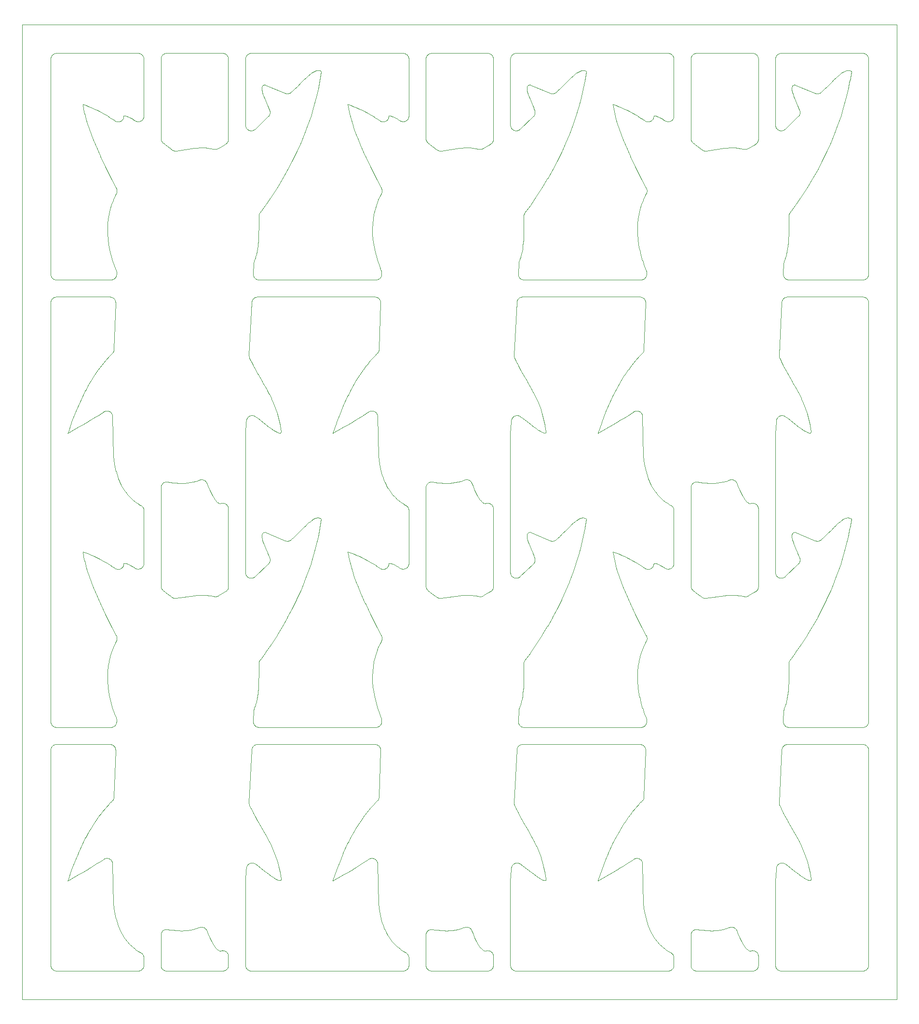
<source format=gbr>
%TF.GenerationSoftware,KiCad,Pcbnew,9.0.3*%
%TF.CreationDate,2025-07-23T15:56:11-05:00*%
%TF.ProjectId,panel,70616e65-6c2e-46b6-9963-61645f706362,rev?*%
%TF.SameCoordinates,Original*%
%TF.FileFunction,Profile,NP*%
%FSLAX46Y46*%
G04 Gerber Fmt 4.6, Leading zero omitted, Abs format (unit mm)*
G04 Created by KiCad (PCBNEW 9.0.3) date 2025-07-23 15:56:11*
%MOMM*%
%LPD*%
G01*
G04 APERTURE LIST*
%TA.AperFunction,Profile*%
%ADD10C,0.100000*%
%TD*%
G04 APERTURE END LIST*
D10*
X179944065Y-58574243D02*
X180116402Y-59477447D01*
X204072341Y-185552787D02*
X204050295Y-185508989D01*
X139104280Y-182919015D02*
X139144801Y-182945445D01*
X134312359Y-143165755D02*
X134269398Y-143190383D01*
X159236600Y-60758013D02*
X159245979Y-60728097D01*
X163012234Y-170078803D02*
X163021856Y-170083537D01*
X180801724Y-64649952D02*
X180757596Y-64672421D01*
X159189051Y-167321282D02*
X159603463Y-167642379D01*
X206311368Y-132003340D02*
X206319551Y-131955676D01*
X90038479Y-114595609D02*
X90028620Y-114592719D01*
X163285654Y-91640007D02*
X163300493Y-91643257D01*
X76869873Y-185636876D02*
X76843640Y-185595450D01*
X163632837Y-170127316D02*
X163660678Y-170082188D01*
X84963328Y-167164040D02*
X85815398Y-166603902D01*
X134575572Y-115449596D02*
X134532698Y-115424723D01*
X151816466Y-41789204D02*
X151789371Y-41783775D01*
X106856277Y-182498829D02*
X106904867Y-182498335D01*
X184563092Y-36834227D02*
X184236862Y-36620104D01*
X200198117Y-25029939D02*
X200245374Y-25043016D01*
X77229585Y-25117960D02*
X77273383Y-25095914D01*
X96105165Y-40283682D02*
X96089484Y-40236713D01*
X194990014Y-41681755D02*
X191783796Y-42132720D01*
X167783517Y-39196053D02*
X167789349Y-39181313D01*
X129371989Y-162673939D02*
X129365025Y-162687122D01*
X143032104Y-100395533D02*
X143074374Y-100369501D01*
X197850835Y-180574822D02*
X198008886Y-180898688D01*
X215757218Y-106889238D02*
X215734965Y-106903426D01*
X134778789Y-48747117D02*
X134797955Y-48791567D01*
X139577945Y-35999050D02*
X139576751Y-36047895D01*
X107699515Y-40672647D02*
X107670288Y-40710978D01*
X168073054Y-29285398D02*
X167685811Y-29659407D01*
X107377674Y-40958535D02*
X107075810Y-41127053D01*
X98671341Y-42138273D02*
X98623338Y-42141518D01*
X172776936Y-170227946D02*
X174369571Y-169340044D01*
X216344665Y-32932704D02*
X216348629Y-32917061D01*
X175548634Y-113311299D02*
X175552914Y-113333513D01*
X180191871Y-36301182D02*
X179751953Y-36025440D01*
X96123154Y-40329817D02*
X96105165Y-40283682D01*
X96277822Y-100592550D02*
X96310578Y-100555248D01*
X134797955Y-127331998D02*
X134814945Y-127377325D01*
X77651492Y-25001203D02*
X77700523Y-25000000D01*
X134304961Y-155775366D02*
X134289873Y-155822790D01*
X104624592Y-180223384D02*
X104781177Y-180564253D01*
X112427705Y-140024997D02*
X112446582Y-139977942D01*
X105639227Y-182016518D02*
X105646408Y-182025475D01*
X208262001Y-35209617D02*
X208269181Y-35258101D01*
X158408615Y-88585857D02*
X158456798Y-88578813D01*
X152483493Y-120313734D02*
X152437681Y-120329555D01*
X206328423Y-143310646D02*
X206279314Y-143309439D01*
X87391887Y-125642616D02*
X88225161Y-127244067D01*
X197368036Y-100941920D02*
X197684835Y-101673075D01*
X180754601Y-50747751D02*
X180742222Y-50777571D01*
X131071847Y-41089252D02*
X131077026Y-41101373D01*
X185784505Y-36737138D02*
X185747623Y-36769164D01*
X87522666Y-156199829D02*
X87052144Y-156674199D01*
X105639227Y-103476087D02*
X105646408Y-103485044D01*
X169913086Y-106574579D02*
X169898906Y-106577660D01*
X142597521Y-118681165D02*
X142588972Y-118632391D01*
X107572007Y-119357336D02*
X107535969Y-119389348D01*
X112858907Y-146321422D02*
X112907490Y-146315440D01*
X152483493Y-41773303D02*
X152437681Y-41789124D01*
X206867382Y-30968315D02*
X206850668Y-31064876D01*
X134880338Y-99002001D02*
X135079361Y-99590810D01*
X185166067Y-36996558D02*
X185117242Y-36998044D01*
X209527175Y-166797148D02*
X209519943Y-166773159D01*
X89119884Y-36833921D02*
X89079417Y-36862543D01*
X154392115Y-25756262D02*
X154402858Y-25804104D01*
X116499406Y-91547447D02*
X116618497Y-91596763D01*
X93045619Y-185081849D02*
X93044416Y-185130880D01*
X112432251Y-64324925D02*
X112406043Y-64283390D01*
X149635828Y-178374244D02*
X149685340Y-178372067D01*
X157644329Y-116762452D02*
X157614737Y-116723993D01*
X208190959Y-114325432D02*
X208170004Y-114369739D01*
X114901971Y-114644013D02*
X112577703Y-116857606D01*
X220039698Y-68098328D02*
X220071726Y-68135456D01*
X92907171Y-183261338D02*
X92930726Y-183303595D01*
X106904867Y-182498335D02*
X106953422Y-182500204D01*
X163566717Y-170180589D02*
X163577214Y-170173383D01*
X198016042Y-180912782D02*
X198175073Y-181214100D01*
X160702777Y-109094440D02*
X160692332Y-109097510D01*
X123213470Y-106624826D02*
X123202126Y-106628656D01*
X182531094Y-36361247D02*
X182513645Y-36407641D01*
X107567162Y-182762090D02*
X107602109Y-182795852D01*
X150835710Y-179482351D02*
X151152509Y-180213506D01*
X118782190Y-110481132D02*
X118741038Y-110505824D01*
X159607199Y-167645287D02*
X160575653Y-168403039D01*
X96272382Y-185715620D02*
X96242215Y-185676965D01*
X106456025Y-104057665D02*
X106480046Y-104046122D01*
X199103401Y-103862224D02*
X199187295Y-103918932D01*
X88169674Y-64188207D02*
X88147895Y-64232680D01*
X115463026Y-85629241D02*
X115094822Y-84867555D01*
X116753328Y-170180438D02*
X116768167Y-170183688D01*
X204679507Y-157003371D02*
X204660939Y-156959553D01*
X180239255Y-87973631D02*
X180277186Y-88004769D01*
X180963124Y-97079901D02*
X180964868Y-97089069D01*
X158097845Y-78329108D02*
X158085710Y-78283104D01*
X111824002Y-38590671D02*
X111775669Y-38586352D01*
X122377031Y-36064428D02*
X122381976Y-36049135D01*
X111211473Y-38328159D02*
X111176610Y-38294405D01*
X204213170Y-25328112D02*
X204246980Y-25292600D01*
X150366988Y-100082761D02*
X150403254Y-100116540D01*
X191448697Y-120663485D02*
X191401760Y-120652915D01*
X107597127Y-185788261D02*
X107561615Y-185822071D01*
X175734902Y-35632566D02*
X175953322Y-36477813D01*
X154365598Y-40417323D02*
X154348531Y-40462403D01*
X107361653Y-25117960D02*
X107404316Y-25142129D01*
X170185982Y-31351049D02*
X170499721Y-29800885D01*
X158456798Y-88578813D02*
X158505267Y-88574126D01*
X89298317Y-36662805D02*
X89266117Y-36700488D01*
X190060253Y-186079658D02*
X190011352Y-186076051D01*
X169224892Y-106889238D02*
X169202639Y-106903426D01*
X116638526Y-91604073D02*
X116738627Y-91635833D01*
X205512698Y-88656517D02*
X205556758Y-88677251D01*
X116471540Y-127118708D02*
X117413914Y-125565233D01*
X112715728Y-146353518D02*
X112762911Y-146340484D01*
X158550045Y-38584407D02*
X158501787Y-38589503D01*
X87560312Y-61372282D02*
X87567082Y-61393518D01*
X146744464Y-100477508D02*
X147217730Y-100439811D01*
X159932666Y-131599723D02*
X159960210Y-131559956D01*
X139321032Y-36667873D02*
X139287453Y-36703347D01*
X93044425Y-114588326D02*
X93040845Y-114637041D01*
X205641590Y-88725032D02*
X205682159Y-88751965D01*
X162691648Y-87333273D02*
X162683575Y-87310597D01*
X185354008Y-25029939D02*
X185401265Y-25043016D01*
X92725713Y-183036047D02*
X92760388Y-183069783D01*
X98479172Y-42137358D02*
X98431436Y-42131352D01*
X204028878Y-37972317D02*
X204011587Y-37926976D01*
X111099353Y-89247966D02*
X111116195Y-89202276D01*
X157983404Y-38491803D02*
X157940312Y-38469491D01*
X154093941Y-185822071D02*
X154056813Y-185854099D01*
X142577945Y-101232892D02*
X142579179Y-101183252D01*
X204012778Y-25662447D02*
X204030424Y-25616699D01*
X143705125Y-119870579D02*
X143687246Y-119856498D01*
X110894440Y-116231110D02*
X110890907Y-116182713D01*
X93026423Y-25804104D02*
X93034806Y-25852416D01*
X132894211Y-123591726D02*
X132898725Y-123600950D01*
X157517969Y-25571872D02*
X157540015Y-25528074D01*
X205856794Y-64651884D02*
X205814083Y-64627642D01*
X114159883Y-109097555D02*
X114149932Y-109101972D01*
X118331592Y-110632577D02*
X118283686Y-110635454D01*
X150206570Y-99966812D02*
X150248784Y-99992777D01*
X167140993Y-40747421D02*
X167783511Y-39196068D01*
X76712323Y-63917799D02*
X76706321Y-63869134D01*
X86485900Y-166305293D02*
X86534914Y-166302862D01*
X158892230Y-142737142D02*
X158872411Y-142692207D01*
X198899798Y-182230185D02*
X198907600Y-182237614D01*
X87429333Y-88269102D02*
X87452447Y-88312393D01*
X204276125Y-116868590D02*
X204241262Y-116834836D01*
X204710643Y-186050922D02*
X204663386Y-186037845D01*
X86687292Y-114565865D02*
X86678220Y-114560313D01*
X207446538Y-51710680D02*
X208515497Y-50156223D01*
X92988756Y-183436502D02*
X93003735Y-183482503D01*
X185493572Y-186004817D02*
X185447824Y-186022464D01*
X159590574Y-81262272D02*
X159193662Y-80559839D01*
X89119884Y-115374352D02*
X89079417Y-115402974D01*
X181851704Y-178729820D02*
X181864082Y-178758031D01*
X90578818Y-102887261D02*
X90585786Y-102894625D01*
X111049451Y-89485697D02*
X111054770Y-89437281D01*
X160340150Y-31513183D02*
X160365824Y-31645519D01*
X87897066Y-97070637D02*
X87898466Y-97079864D01*
X105654039Y-103493714D02*
X105827628Y-103681949D01*
X164720062Y-32093864D02*
X164672239Y-32089830D01*
X185992310Y-25528074D02*
X186014356Y-25571872D01*
X182142793Y-100800402D02*
X182441367Y-101332764D01*
X189278633Y-185636876D02*
X189252401Y-185595450D01*
X199196368Y-182465215D02*
X199205628Y-182470637D01*
X117093972Y-91596928D02*
X117100498Y-91586905D01*
X185447824Y-186022464D02*
X185401265Y-186037845D01*
X144295793Y-120324578D02*
X144275948Y-120309700D01*
X142637491Y-118824113D02*
X142621810Y-118777144D01*
X84544705Y-119641816D02*
X85405574Y-121585331D01*
X136274128Y-180429248D02*
X136279748Y-180436805D01*
X149635828Y-99833813D02*
X149685340Y-99831636D01*
X112541752Y-38349786D02*
X112504269Y-38380605D01*
X206279314Y-143309439D02*
X206230336Y-143305820D01*
X113778619Y-31193423D02*
X113778338Y-31205676D01*
X205587306Y-142981545D02*
X205555279Y-142944313D01*
X132294345Y-114026827D02*
X131837161Y-113780833D01*
X120602432Y-40761832D02*
X120608661Y-40747435D01*
X115187800Y-113701974D02*
X115197349Y-113750048D01*
X205361606Y-117045986D02*
X205316848Y-117064734D01*
X158747865Y-167126657D02*
X158795627Y-167136144D01*
X153630068Y-182519919D02*
X153677346Y-182531141D01*
X76720706Y-142506541D02*
X76712323Y-142458230D01*
X134180238Y-77505051D02*
X134151853Y-77545929D01*
X134902513Y-115560557D02*
X134853733Y-115551765D01*
X220180528Y-68298290D02*
X220202574Y-68342088D01*
X89429265Y-114993543D02*
X89407305Y-115037979D01*
X116499406Y-170087878D02*
X116618497Y-170137194D01*
X107227281Y-25058397D02*
X107273028Y-25076044D01*
X158582219Y-68477144D02*
X158597672Y-68430698D01*
X204571079Y-25076044D02*
X204616827Y-25058397D01*
X150829455Y-41644846D02*
X150804526Y-41642553D01*
X144777357Y-120625061D02*
X144732431Y-120607842D01*
X191735993Y-42138273D02*
X191687990Y-42141518D01*
X175734902Y-114172997D02*
X175953322Y-115018244D01*
X103398845Y-178397952D02*
X103446818Y-178410393D01*
X138584916Y-36998044D02*
X138536078Y-36997142D01*
X111247934Y-38360180D02*
X111211473Y-38328159D01*
X159825455Y-131815834D02*
X159842658Y-131770635D01*
X143117884Y-100345601D02*
X143162528Y-100323892D01*
X161532958Y-114535131D02*
X161501869Y-114573021D01*
X96165874Y-118959562D02*
X96143407Y-118915434D01*
X210034680Y-170198369D02*
X210086513Y-170184374D01*
X114170451Y-30554009D02*
X114160006Y-30557079D01*
X204150976Y-25403896D02*
X204181143Y-25365241D01*
X111461600Y-185984947D02*
X111417803Y-185962901D01*
X216417172Y-106581585D02*
X216278145Y-106624819D01*
X98719144Y-120673151D02*
X98671341Y-120678704D01*
X133455095Y-53264337D02*
X133317873Y-54086764D01*
X101925362Y-120222186D02*
X98719144Y-120673151D01*
X219348507Y-25001203D02*
X219397408Y-25004810D01*
X184922969Y-115520586D02*
X184875237Y-115510209D01*
X163150843Y-91596771D02*
X163160740Y-91600624D01*
X114972386Y-90569239D02*
X114982585Y-90576792D01*
X158736111Y-68172838D02*
X158766286Y-68134295D01*
X154056813Y-25226762D02*
X154093941Y-25258790D01*
X123537326Y-106546942D02*
X123525818Y-106547736D01*
X159756497Y-56657837D02*
X159756816Y-56644124D01*
X206439412Y-131640766D02*
X206464992Y-131599723D01*
X113802847Y-31482429D02*
X113807818Y-31513153D01*
X211204565Y-110630261D02*
X211156991Y-110623935D01*
X112310545Y-88607517D02*
X112357157Y-88621609D01*
X189231121Y-100756589D02*
X189255866Y-100713554D01*
X190808274Y-120309700D02*
X190237451Y-119870579D01*
X135198841Y-37021506D02*
X135149628Y-37027410D01*
X161736855Y-113798532D02*
X161741648Y-113847310D01*
X111972941Y-88574126D02*
X112021582Y-88571806D01*
X160595671Y-109142709D02*
X160584513Y-109148307D01*
X180573319Y-166988763D02*
X180587535Y-167035733D01*
X77273383Y-64674300D02*
X77229585Y-64652254D01*
X113071137Y-89101948D02*
X113074873Y-89104856D01*
X179939792Y-58548109D02*
X179944060Y-58574217D01*
X142655480Y-40329817D02*
X142637491Y-40283682D01*
X182582841Y-36119502D02*
X182577320Y-36168759D01*
X113884741Y-82676872D02*
X113065470Y-81274839D01*
X102672850Y-178497850D02*
X102706789Y-178484318D01*
X87237092Y-146321259D02*
X87284967Y-146329487D01*
X135961591Y-114993543D02*
X135939631Y-115037979D01*
X204937141Y-38592638D02*
X204888654Y-38590671D01*
X189438384Y-25258790D02*
X189475512Y-25226762D01*
X111182328Y-25292600D02*
X111217841Y-25258790D01*
X133659545Y-36301182D02*
X133219627Y-36025440D01*
X200838493Y-183030211D02*
X200860158Y-183073705D01*
X123827590Y-28017323D02*
X123816755Y-28015829D01*
X158128613Y-156959553D02*
X158112157Y-156914912D01*
X142637788Y-179432745D02*
X142655866Y-179386511D01*
X159109264Y-167265463D02*
X159149833Y-167292396D01*
X134430942Y-62357168D02*
X134733907Y-63131629D01*
X93040808Y-25901080D02*
X93044416Y-25949981D01*
X158266920Y-167161362D02*
X158313563Y-167147372D01*
X144214335Y-178868125D02*
X144704881Y-178933941D01*
X205496903Y-142865356D02*
X205470695Y-142823821D01*
X98071021Y-42003082D02*
X98030223Y-41977579D01*
X160310664Y-31205726D02*
X160310987Y-31217978D01*
X134868863Y-49217966D02*
X134865115Y-49266227D01*
X83155238Y-115918612D02*
X83449161Y-116809343D01*
X86340398Y-87786530D02*
X86388524Y-87776927D01*
X71713783Y-191080862D02*
X225286216Y-191080862D01*
X196781110Y-178533208D02*
X196821984Y-178561235D01*
X150118542Y-178461749D02*
X150163120Y-178483404D01*
X181374569Y-127470179D02*
X181384814Y-127517489D01*
X134522734Y-146873046D02*
X134542895Y-146917242D01*
X142778309Y-40544088D02*
X142749551Y-40503777D01*
X176513817Y-116809356D02*
X176518227Y-116822135D01*
X139567132Y-25852416D02*
X139573134Y-25901080D01*
X134789704Y-63854609D02*
X134784348Y-63903838D01*
X111135243Y-167697892D02*
X111156453Y-167654058D01*
X169377569Y-28257052D02*
X169224914Y-28348794D01*
X154403501Y-40277885D02*
X154393115Y-40324956D01*
X76759908Y-146973093D02*
X76777555Y-146927345D01*
X180100567Y-78150922D02*
X179403667Y-78923277D01*
X139174049Y-25196595D02*
X139212704Y-25226762D01*
X128030678Y-165488724D02*
X127638336Y-166425400D01*
X87188874Y-67774937D02*
X87237092Y-67780828D01*
X115403975Y-169421101D02*
X115415910Y-169429446D01*
X115415922Y-90889023D02*
X115801467Y-91150295D01*
X93026569Y-114733656D02*
X93015906Y-114781325D01*
X181155408Y-147295032D02*
X181154938Y-147343618D01*
X96143407Y-118915434D02*
X96123154Y-118870248D01*
X107317855Y-25095914D02*
X107361653Y-25117960D01*
X138826566Y-36966887D02*
X138778962Y-36977834D01*
X185883508Y-25365241D02*
X185913675Y-25403896D01*
X96104017Y-185418414D02*
X96088636Y-185371856D01*
X96373732Y-185822071D02*
X96338220Y-185788261D01*
X111614855Y-157003371D02*
X111596287Y-156959553D01*
X158935353Y-167178386D02*
X158980372Y-167196948D01*
X220240091Y-146973093D02*
X220255472Y-147019652D01*
X205446560Y-64240618D02*
X205424556Y-64196711D01*
X151313508Y-102023832D02*
X151318504Y-102034380D01*
X88904895Y-115496411D02*
X88858638Y-115514219D01*
X134542895Y-146917242D02*
X134560884Y-146962365D01*
X181032774Y-146829883D02*
X181055060Y-146873046D01*
X117100511Y-91586885D02*
X117128352Y-91541757D01*
X204050295Y-185508989D02*
X204030424Y-185464162D01*
X194746659Y-100269484D02*
X194779762Y-100261478D01*
X112203785Y-68172838D02*
X112233960Y-68134295D01*
X105570916Y-41835729D02*
X105522525Y-41833035D01*
X198684034Y-120376504D02*
X198635568Y-120376160D01*
X196414966Y-178387905D02*
X196463497Y-178397952D01*
X133781217Y-166578163D02*
X133815910Y-166612872D01*
X96076150Y-40189025D02*
X96065195Y-40140734D01*
X89504709Y-36217683D02*
X89494335Y-36266151D01*
X96191214Y-100713554D02*
X96218066Y-100671800D01*
X96304409Y-185752749D02*
X96272382Y-185715620D01*
X154167698Y-104290842D02*
X154199201Y-104327839D01*
X88225161Y-127244067D02*
X88246463Y-127287548D01*
X132825128Y-166338916D02*
X132872724Y-166326961D01*
X180579924Y-67864380D02*
X180623408Y-67886032D01*
X159024769Y-146452304D02*
X159067380Y-146428214D01*
X98623338Y-120681949D02*
X98575235Y-120682878D01*
X206212202Y-136811610D02*
X206248041Y-136293062D01*
X77105407Y-25196595D02*
X77145496Y-25168362D01*
X209544560Y-91538372D02*
X209554182Y-91543106D01*
X98677265Y-178986039D02*
X98695542Y-178987578D01*
X107670288Y-40710978D02*
X107639245Y-40747855D01*
X152563239Y-182397136D02*
X152571059Y-182402644D01*
X161729614Y-35551057D02*
X161720047Y-35599127D01*
X204579240Y-88723876D02*
X204621128Y-88699042D01*
X205437040Y-146536668D02*
X205475664Y-146506596D01*
X199589467Y-182567660D02*
X199635101Y-182550967D01*
X180253526Y-146315368D02*
X180301744Y-146321259D01*
X204845889Y-167147372D02*
X204893158Y-167135671D01*
X145059468Y-120681491D02*
X145011498Y-120677789D01*
X189787099Y-178827686D02*
X189834473Y-178812849D01*
X200953217Y-118674868D02*
X200949730Y-118722945D01*
X139534928Y-185371856D02*
X139519547Y-185418414D01*
X163476036Y-170201804D02*
X163489277Y-170201507D01*
X87452447Y-88312393D02*
X87473406Y-88356766D01*
X200840303Y-119090265D02*
X200816910Y-119132412D01*
X87135845Y-36306712D02*
X87127228Y-36301187D01*
X138295744Y-115497511D02*
X138249253Y-115482522D01*
X204150976Y-185676965D02*
X204122742Y-185636876D01*
X191355386Y-42099666D02*
X191309683Y-42084630D01*
X185885163Y-115171230D02*
X185853358Y-115208304D01*
X130318355Y-39203995D02*
X130678685Y-40133997D01*
X86485900Y-87764862D02*
X86534914Y-87762431D01*
X76928273Y-142945405D02*
X76898106Y-142906749D01*
X186105460Y-25901080D02*
X186109068Y-25949981D01*
X204499342Y-88779513D02*
X204538613Y-88750721D01*
X182569361Y-36217683D02*
X182558987Y-36266151D01*
X116151241Y-87310574D02*
X115827507Y-86466269D01*
X111025561Y-168306388D02*
X111049451Y-168026128D01*
X219894592Y-64573619D02*
X219854503Y-64601853D01*
X96050550Y-101133748D02*
X96056702Y-101084488D01*
X190237451Y-119870579D02*
X190219572Y-119856498D01*
X185497705Y-36920295D02*
X185452213Y-36938083D01*
X154253692Y-185636876D02*
X154225458Y-185676965D01*
X190828119Y-41784147D02*
X190808274Y-41769269D01*
X200757784Y-25403896D02*
X200786018Y-25443985D01*
X137200127Y-36328870D02*
X136781866Y-36132416D01*
X148921533Y-41639472D02*
X148482607Y-41678885D01*
X180620901Y-88688445D02*
X180623268Y-88737475D01*
X142579173Y-39993441D02*
X142577945Y-39943926D01*
X182059128Y-36913595D02*
X182014864Y-36935899D01*
X76994111Y-25292600D02*
X77029623Y-25258790D01*
X154304093Y-25528074D02*
X154326139Y-25571872D01*
X169574163Y-106695683D02*
X169565193Y-106699661D01*
X160822181Y-111506676D02*
X160993703Y-111907953D01*
X185784505Y-115277569D02*
X185747623Y-115309595D01*
X135998768Y-36361247D02*
X135981319Y-36407641D01*
X206848418Y-31085348D02*
X206843272Y-31193399D01*
X181290106Y-36986550D02*
X181243169Y-36970620D01*
X176431863Y-112884680D02*
X176419787Y-112879825D01*
X90677256Y-114873988D02*
X90667820Y-114869310D01*
X205492357Y-61484566D02*
X205511234Y-61437511D01*
X87522666Y-77659398D02*
X87052144Y-78133768D01*
X204758485Y-186061666D02*
X204710643Y-186050922D01*
X181286093Y-142589521D02*
X181271144Y-142636730D01*
X159960210Y-53019525D02*
X160906248Y-51721927D01*
X200302312Y-182560411D02*
X200347456Y-182578389D01*
X87286439Y-60441787D02*
X87560306Y-61372260D01*
X165667937Y-43879724D02*
X166427552Y-42327606D01*
X158957364Y-38436606D02*
X158915803Y-38461655D01*
X110892080Y-91706084D02*
X111024302Y-89782314D01*
X204840321Y-38586352D02*
X204792254Y-38579691D01*
X185257855Y-25010812D02*
X185306166Y-25019195D01*
X190828119Y-120324578D02*
X190808274Y-120309700D01*
X185790365Y-104495616D02*
X185825040Y-104529352D01*
X112403027Y-88637955D02*
X112448046Y-88656517D01*
X129365018Y-84146704D02*
X128900378Y-85059000D01*
X180493985Y-88269102D02*
X180517099Y-88312393D01*
X111205149Y-89029318D02*
X111232520Y-88989043D01*
X175414021Y-112515749D02*
X175414276Y-112517524D01*
X175904315Y-84133508D02*
X175897351Y-84146691D01*
X129365018Y-162687135D02*
X128900378Y-163599431D01*
X107524487Y-185854099D02*
X107485831Y-185884266D01*
X93015906Y-36240894D02*
X93002927Y-36287985D01*
X142981842Y-185884266D02*
X142943186Y-185854099D01*
X151789344Y-120324201D02*
X151318921Y-120243429D01*
X142579173Y-118533872D02*
X142577945Y-118484357D01*
X220101893Y-185676965D02*
X220071726Y-185715620D01*
X205232023Y-88579077D02*
X205280191Y-88586226D01*
X181347271Y-127377325D02*
X181362045Y-127423421D01*
X219854503Y-185912499D02*
X219813077Y-185938732D01*
X170058052Y-106547747D02*
X170046726Y-106549596D01*
X111086324Y-25403896D02*
X111116491Y-25365241D01*
X103997965Y-100268327D02*
X104024827Y-100309976D01*
X189208544Y-179341232D02*
X189231121Y-179297020D01*
X71701781Y-20001245D02*
X71701511Y-20012247D01*
X88087301Y-115472311D02*
X88043246Y-115449596D01*
X158889483Y-167162040D02*
X158935353Y-167178386D01*
X204180847Y-167742707D02*
X204199895Y-167697892D01*
X88163902Y-176886617D02*
X88171939Y-176919380D01*
X183292957Y-36123611D02*
X183112920Y-36058491D01*
X92428920Y-186004817D02*
X92383172Y-186022464D01*
X138161989Y-182330989D02*
X138740359Y-182715412D01*
X200661779Y-25292600D02*
X200695590Y-25328112D01*
X160914212Y-51710680D02*
X161983171Y-50156223D01*
X107775651Y-119090265D02*
X107752258Y-119132412D01*
X163003866Y-127118708D02*
X163946240Y-125565233D01*
X148937110Y-120178749D02*
X148921549Y-120179901D01*
X147716727Y-178911366D02*
X147748299Y-178905913D01*
X142870546Y-25292600D02*
X142906058Y-25258790D01*
X134757487Y-127244067D02*
X134778789Y-127287548D01*
X184685856Y-103784680D02*
X184694298Y-103790546D01*
X87506959Y-64739682D02*
X87458667Y-64750638D01*
X205298612Y-68134295D02*
X205330639Y-68097277D01*
X133902763Y-130134246D02*
X133659826Y-130931609D01*
X134590181Y-147054966D02*
X134601419Y-147102225D01*
X152528483Y-120295709D02*
X152483493Y-120313734D01*
X110900319Y-116279279D02*
X110894440Y-116231110D01*
X159189051Y-88780851D02*
X159603463Y-89101948D01*
X135569906Y-115429554D02*
X135526802Y-115454026D01*
X154403501Y-118818316D02*
X154393115Y-118865387D01*
X92952208Y-183346943D02*
X92971567Y-183391280D01*
X133213168Y-135295563D02*
X133283194Y-136171341D01*
X204753341Y-167177609D02*
X204799246Y-167161362D01*
X142582876Y-179674179D02*
X142589028Y-179624919D01*
X189980188Y-178782685D02*
X190029559Y-178777496D01*
X158097845Y-156869539D02*
X158085710Y-156823535D01*
X113068556Y-64750958D02*
X113020642Y-64740181D01*
X134872725Y-177517835D02*
X134880330Y-177542407D01*
X82715174Y-168530187D02*
X83920735Y-167812638D01*
X220279293Y-185276757D02*
X220268549Y-185324599D01*
X93035093Y-105083664D02*
X93040936Y-105131688D01*
X133228631Y-54953891D02*
X133226447Y-54984956D01*
X134951670Y-115566919D02*
X134902513Y-115560557D01*
X190746661Y-178868125D02*
X191237207Y-178933941D01*
X208515505Y-128696643D02*
X208523325Y-128684920D01*
X186109099Y-105179939D02*
X186110271Y-105228316D01*
X159088799Y-143017158D02*
X159054980Y-142981545D01*
X149784383Y-99834657D02*
X149833671Y-99839846D01*
X112656725Y-167321282D02*
X113071137Y-167642379D01*
X96104017Y-25662447D02*
X96121664Y-25616699D01*
X153437193Y-103957904D02*
X153485748Y-103959773D01*
X90585815Y-102894654D02*
X90593077Y-102901728D01*
X111734594Y-88620931D02*
X111781237Y-88606941D01*
X167679302Y-29665810D02*
X167283799Y-30062009D01*
X89504709Y-114758114D02*
X89494335Y-114806582D01*
X163946247Y-125565221D02*
X163953694Y-125552526D01*
X181359284Y-49455765D02*
X181344066Y-49501717D01*
X89512668Y-114709190D02*
X89504709Y-114758114D01*
X181072252Y-64435955D02*
X181038395Y-64472093D01*
X180205078Y-146311827D02*
X180253526Y-146315368D01*
X76731450Y-147066909D02*
X76744527Y-147019652D01*
X111232520Y-167529474D02*
X111261821Y-167490580D01*
X117100511Y-170127316D02*
X117128352Y-170082188D01*
X203959092Y-116231110D02*
X203955559Y-116182713D01*
X101682007Y-100269484D02*
X101715110Y-100261478D01*
X142804708Y-185715620D02*
X142774541Y-185676965D01*
X133879978Y-166687187D02*
X133909199Y-166726614D01*
X190011352Y-25004810D02*
X190060253Y-25001203D01*
X76960301Y-68098328D02*
X76994111Y-68062816D01*
X85031917Y-80579219D02*
X85020159Y-80595474D01*
X205470695Y-64283390D02*
X205446560Y-64240618D01*
X154363656Y-185418414D02*
X154346009Y-185464162D01*
X174563004Y-165488724D02*
X174170662Y-166425400D01*
X198008893Y-102358272D02*
X198016034Y-102372336D01*
X114990912Y-34607793D02*
X115125383Y-34960384D01*
X189375230Y-100555248D02*
X189409799Y-100519620D01*
X92144538Y-25004810D02*
X92193203Y-25010812D01*
X135390964Y-115514219D02*
X135343881Y-115529711D01*
X204650784Y-38545840D02*
X204604909Y-38530023D01*
X174170656Y-87884983D02*
X174165345Y-87898188D01*
X200053299Y-186076051D02*
X200004398Y-186079658D01*
X103870928Y-178656971D02*
X103905474Y-178692506D01*
X88246094Y-141817708D02*
X88255932Y-141867551D01*
X154225458Y-185676965D02*
X154195291Y-185715620D01*
X208226230Y-35693572D02*
X208209716Y-35739719D01*
X87677558Y-50777601D02*
X87380975Y-51562890D01*
X128450220Y-86005887D02*
X128035099Y-86938059D01*
X211016857Y-110591377D02*
X210971367Y-110576081D01*
X151156918Y-180223384D02*
X151313503Y-180564253D01*
X138676864Y-186076051D02*
X138627964Y-186079658D01*
X105378917Y-120351370D02*
X105284167Y-120329640D01*
X205972142Y-146315440D02*
X206020960Y-146311846D01*
X138748950Y-182720873D02*
X138757703Y-182725950D01*
X205114545Y-147017575D02*
X205129998Y-146971129D01*
X107273028Y-186004817D02*
X107227281Y-186022464D01*
X189169817Y-118824113D02*
X189154136Y-118777144D01*
X199015819Y-120313734D02*
X198970007Y-120329555D01*
X82888674Y-36477830D02*
X82893344Y-36494677D01*
X180857729Y-146598098D02*
X180891489Y-146633026D01*
X139503893Y-104850849D02*
X139521082Y-104896071D01*
X112411012Y-146506596D02*
X112451062Y-146478452D01*
X117998377Y-32064040D02*
X117952205Y-32050946D01*
X185594842Y-182894572D02*
X185636606Y-182919015D01*
X104272175Y-41642551D02*
X103815041Y-41612045D01*
X113005256Y-67770215D02*
X133624177Y-67770215D01*
X129421000Y-36477830D02*
X129425670Y-36494677D01*
X219589483Y-64727198D02*
X219542226Y-64740276D01*
X206949393Y-82676872D02*
X206130122Y-81274839D01*
X180631741Y-139933970D02*
X180956036Y-140877904D01*
X205167633Y-146880784D02*
X205189723Y-146837102D01*
X92560208Y-25142129D02*
X92601634Y-25168362D01*
X92786829Y-25328112D02*
X92818856Y-25365241D01*
X205450366Y-140171011D02*
X205461887Y-140121650D01*
X92878499Y-115092645D02*
X92850466Y-115132647D01*
X217160014Y-28124212D02*
X217044450Y-28064912D01*
X152451736Y-103766898D02*
X152477559Y-103788882D01*
X204164005Y-167788397D02*
X204180847Y-167742707D01*
X135611743Y-115402974D02*
X135569906Y-115429554D01*
X185993188Y-36468341D02*
X185969195Y-36510889D01*
X134054992Y-156199829D02*
X133584470Y-156674199D01*
X87968122Y-68289452D02*
X87990408Y-68332615D01*
X138342911Y-115510209D02*
X138295744Y-115497511D01*
X208047247Y-90576800D02*
X208468615Y-90880661D01*
X87826837Y-68092595D02*
X87858859Y-68129123D01*
X85983867Y-166485344D02*
X86024655Y-166458034D01*
X200524126Y-40907545D02*
X200483846Y-40934024D01*
X134753767Y-142589521D02*
X134738818Y-142636730D01*
X96050550Y-179674179D02*
X96056702Y-179624919D01*
X217034982Y-29785081D02*
X217296426Y-28239248D01*
X200935184Y-25804104D02*
X200943567Y-25852416D01*
X84820108Y-113534583D02*
X84350257Y-113310054D01*
X206248042Y-136293046D02*
X206248888Y-136277100D01*
X199310005Y-182527462D02*
X199392056Y-182563369D01*
X205991341Y-64711632D02*
X205945531Y-64693930D01*
X180746840Y-67963288D02*
X180785319Y-67992937D01*
X107888524Y-25949981D02*
X107889728Y-25999012D01*
X179431056Y-123600960D02*
X180453278Y-125636238D01*
X106234548Y-182522423D02*
X106245331Y-182527452D01*
X111553384Y-78283104D02*
X111543453Y-78236574D01*
X205213927Y-146794555D02*
X205240186Y-146753244D01*
X113983477Y-32170864D02*
X113991886Y-32195823D01*
X135100182Y-37030866D02*
X135050626Y-37031865D01*
X158635307Y-68340353D02*
X158657397Y-68296671D01*
X139463052Y-104763164D02*
X139484534Y-104806512D01*
X132778176Y-87812764D02*
X132825128Y-87798485D01*
X97212275Y-100248048D02*
X97664593Y-100325044D01*
X123816733Y-28015826D02*
X123692934Y-28001535D01*
X198321670Y-41783770D02*
X197851247Y-41702998D01*
X91147924Y-36605138D02*
X90686542Y-36338661D01*
X183303655Y-36127761D02*
X183292979Y-36123619D01*
X134814945Y-127377325D02*
X134829719Y-127423421D01*
X178893688Y-166594611D02*
X179048519Y-166485344D01*
X132304333Y-114032349D02*
X132294355Y-114026832D01*
X181780027Y-115553600D02*
X181731167Y-115561937D01*
X153769986Y-104019980D02*
X153815130Y-104037958D01*
X88044332Y-68467878D02*
X88057855Y-68514535D01*
X128881954Y-33977117D02*
X129016303Y-34770846D01*
X200631814Y-182762090D02*
X200666761Y-182795852D01*
X129887449Y-112879820D02*
X129396793Y-112689928D01*
X116188925Y-169927762D02*
X116479889Y-170078793D01*
X146215989Y-179031509D02*
X146240145Y-179031480D01*
X212200263Y-122420155D02*
X212959878Y-120868037D01*
X83453580Y-116822148D02*
X83781859Y-117733271D01*
X105667807Y-41834066D02*
X105619382Y-41836073D01*
X98384045Y-120663485D02*
X98337108Y-120652915D01*
X204710643Y-25029939D02*
X204758485Y-25019195D01*
X96769821Y-100272418D02*
X96817873Y-100259953D01*
X207340627Y-109065931D02*
X207235124Y-109094434D01*
X116732923Y-167785535D02*
X116726852Y-167760970D01*
X163498667Y-90306985D02*
X163493913Y-90282525D01*
X182142793Y-179340833D02*
X182441367Y-179873195D01*
X148937110Y-41638318D02*
X148921549Y-41639470D01*
X205330498Y-142358236D02*
X205329414Y-142309137D01*
X92850466Y-36592216D02*
X92820511Y-36630799D01*
X134794314Y-128087309D02*
X134774721Y-128131573D01*
X118655415Y-32008712D02*
X118611142Y-32027237D01*
X211720067Y-32008712D02*
X211675794Y-32027237D01*
X181401656Y-127661614D02*
X181402595Y-127710011D01*
X204989124Y-167119244D02*
X205037593Y-167114557D01*
X111543453Y-78236574D02*
X111535748Y-78189625D01*
X204663386Y-25043016D02*
X204710643Y-25029939D01*
X180857729Y-68057667D02*
X180891489Y-68092595D01*
X129020592Y-113333535D02*
X129197976Y-114153610D01*
X159678714Y-136825575D02*
X159679875Y-136811624D01*
X97154920Y-41316067D02*
X96417635Y-40721686D01*
X92003752Y-36997142D02*
X91955016Y-36993853D01*
X162352611Y-91162441D02*
X162689938Y-91369619D01*
X112704274Y-60758013D02*
X112713653Y-60728097D01*
X189444509Y-119230085D02*
X189408374Y-119196229D01*
X180517099Y-88312393D02*
X180538058Y-88356766D01*
X220156359Y-25485411D02*
X220180528Y-25528074D01*
X87470786Y-67844868D02*
X87515272Y-67864380D01*
X204758485Y-25019195D02*
X204806796Y-25010812D01*
X165273364Y-110505824D02*
X165231073Y-110528512D01*
X169556333Y-28163585D02*
X169405734Y-28241340D01*
X173436213Y-168328928D02*
X173431031Y-168342989D01*
X189140802Y-118729456D02*
X189129847Y-118681165D01*
X200700024Y-182831273D02*
X200731527Y-182868270D01*
X161627141Y-163407971D02*
X161619776Y-163393353D01*
X88518300Y-37031865D02*
X88468755Y-37030405D01*
X115140647Y-113543752D02*
X115161687Y-113607509D01*
X139548232Y-114781325D02*
X139535253Y-114828416D01*
X93045619Y-105228316D02*
X93045619Y-114539481D01*
X185166067Y-115536989D02*
X185117242Y-115538475D01*
X88269662Y-63529561D02*
X88260288Y-63805163D01*
X86694120Y-54984987D02*
X86661047Y-55833668D01*
X208170004Y-114369739D02*
X208146900Y-114412965D01*
X170764104Y-106779655D02*
X170765754Y-106768179D01*
X206938564Y-110352538D02*
X206946139Y-110379899D01*
X89532184Y-35973415D02*
X89521178Y-35973447D01*
X153149167Y-182536513D02*
X153196207Y-182524331D01*
X152884101Y-182572552D02*
X152966843Y-182598893D01*
X89266117Y-36700488D02*
X89232089Y-36736528D01*
X197089479Y-100309976D02*
X197114243Y-100352906D01*
X200517720Y-104131108D02*
X200557205Y-104159429D01*
X161672973Y-35003321D02*
X161694013Y-35067078D01*
X189154356Y-179479819D02*
X189170114Y-179432745D01*
X200626267Y-25258790D02*
X200661779Y-25292600D01*
X200897020Y-104623164D02*
X200912129Y-104669347D01*
X160371198Y-110210368D02*
X160406230Y-110352510D01*
X219446072Y-186070049D02*
X219397408Y-186076051D01*
X169565157Y-106699678D02*
X169556350Y-106704007D01*
X134532698Y-115424723D02*
X134491100Y-115397748D01*
X107796983Y-40506608D02*
X107775651Y-40549834D01*
X107879277Y-40230367D02*
X107871175Y-40277885D01*
X185452213Y-36938083D02*
X185405905Y-36953626D01*
X154093941Y-25258790D02*
X154129453Y-25292600D01*
X104786183Y-102034391D02*
X104944234Y-102358257D01*
X112592001Y-143051065D02*
X112556473Y-143017158D01*
X138868939Y-186037845D02*
X138821682Y-186050922D01*
X181969547Y-36955980D02*
X181923290Y-36973788D01*
X186036219Y-183391280D02*
X186053408Y-183436502D01*
X165098356Y-32043615D02*
X165052510Y-32057808D01*
X165671773Y-110188574D02*
X165430218Y-110395609D01*
X210478573Y-47024790D02*
X210486020Y-47012095D01*
X90048249Y-114598915D02*
X90038518Y-114595621D01*
X217160014Y-106664643D02*
X217044450Y-106605343D01*
X111579831Y-78374481D02*
X111565519Y-78329108D01*
X112669241Y-67828416D02*
X112715728Y-67813087D01*
X113838872Y-110210368D02*
X113873904Y-110352510D01*
X217034141Y-28059926D02*
X217023403Y-28056433D01*
X145107561Y-120682878D02*
X145059468Y-120681491D01*
X129371989Y-84133508D02*
X129365025Y-84146691D01*
X206873632Y-109484064D02*
X206869883Y-109496216D01*
X87567089Y-139933970D02*
X87891384Y-140877904D01*
X133210537Y-36019876D02*
X132765090Y-35753723D01*
X136383572Y-114545044D02*
X136370613Y-114542619D01*
X77457773Y-67800154D02*
X77505615Y-67789411D01*
X205656653Y-64510634D02*
X205621125Y-64476727D01*
X185993188Y-115008772D02*
X185969195Y-115051320D01*
X163946247Y-47024790D02*
X163953694Y-47012095D01*
X216902915Y-106560693D02*
X216892372Y-106557780D01*
X179987421Y-131804768D02*
X179850199Y-132627195D01*
X205606404Y-38349786D02*
X205568921Y-38380605D01*
X111643630Y-167196073D02*
X111688689Y-167177609D01*
X157857629Y-38418727D02*
X157818233Y-38390393D01*
X85411400Y-43057572D02*
X86361880Y-45051286D01*
X143497233Y-100237065D02*
X143546800Y-100234335D01*
X91086346Y-181902299D02*
X91612961Y-182318864D01*
X106807770Y-103961254D02*
X106856277Y-103958398D01*
X152756301Y-182516862D02*
X152766831Y-182522401D01*
X115204485Y-35502576D02*
X115197288Y-35551057D01*
X199087932Y-182391309D02*
X199095534Y-182397113D01*
X160822181Y-32966245D02*
X160993703Y-33367522D01*
X86875140Y-137088540D02*
X86879408Y-137114648D01*
X206898155Y-31645544D02*
X206903518Y-31669913D01*
X87551478Y-167180033D02*
X87556249Y-167228876D01*
X77066752Y-146537409D02*
X77105407Y-146507242D01*
X206357781Y-131815834D02*
X206374984Y-131770635D01*
X159716562Y-136277084D02*
X159756496Y-135198282D01*
X96769821Y-178812849D02*
X96817873Y-178800384D01*
X87311369Y-64768987D02*
X87261852Y-64770215D01*
X88097865Y-64318118D02*
X88069737Y-64358874D01*
X185782158Y-25258790D02*
X185817671Y-25292600D01*
X103796765Y-100050823D02*
X103834662Y-100082761D01*
X220287676Y-25852416D02*
X220293678Y-25901080D01*
X203954380Y-170315050D02*
X203956732Y-170246515D01*
X182731466Y-114516782D02*
X182596860Y-114513847D01*
X132755545Y-35748162D02*
X132304343Y-35491924D01*
X205557095Y-146452304D02*
X205599706Y-146428214D01*
X196414966Y-99847474D02*
X196463497Y-99857521D01*
X96866484Y-178790321D02*
X96915536Y-178782685D01*
X134870269Y-127710011D02*
X134868863Y-127758397D01*
X161468958Y-36068911D02*
X161434297Y-36103582D01*
X215909895Y-28257052D02*
X215757240Y-28348794D01*
X116738656Y-170176273D02*
X116753269Y-170180423D01*
X160906256Y-130262347D02*
X160914204Y-130251123D01*
X200666761Y-182795852D02*
X200700024Y-182831273D01*
X152756301Y-103976431D02*
X152766831Y-103981970D01*
X154417404Y-40182514D02*
X154411603Y-40230367D01*
X154018157Y-185884266D02*
X153978068Y-185912499D01*
X139104280Y-104378584D02*
X139144801Y-104405014D01*
X179987421Y-53264337D02*
X179850199Y-54086764D01*
X195973005Y-178407336D02*
X196021116Y-178395440D01*
X134003112Y-67844868D02*
X134047598Y-67864380D01*
X184828070Y-115497511D02*
X184781579Y-115482522D01*
X134354047Y-64598597D02*
X134312359Y-64625324D01*
X112840924Y-138810117D02*
X112941299Y-138356566D01*
X138730879Y-115526872D02*
X138682434Y-115533118D01*
X158059795Y-156540185D02*
X158539902Y-147258055D01*
X112370253Y-61730736D02*
X112376713Y-61680462D01*
X143596442Y-100234070D02*
X143646036Y-100236272D01*
X215389393Y-28607810D02*
X215369447Y-28623382D01*
X185853358Y-115208304D02*
X185819779Y-115243778D01*
X134853733Y-37011334D02*
X134805449Y-37000133D01*
X205621125Y-64476727D02*
X205587306Y-64441114D01*
X134133946Y-64710665D02*
X134086975Y-64726347D01*
X204621128Y-88699042D02*
X204664176Y-88676280D01*
X129396780Y-112689923D02*
X129384345Y-112685300D01*
X98527142Y-120681491D02*
X98479172Y-120677789D01*
X88799442Y-178758059D02*
X89062796Y-179311195D01*
X189281877Y-40503777D02*
X189255152Y-40462090D01*
X116463880Y-48590503D02*
X116471533Y-48578289D01*
X159366638Y-60296124D02*
X159373244Y-60269712D01*
X159022953Y-142944313D02*
X158992794Y-142905552D01*
X134766357Y-64001198D02*
X134753767Y-64049090D01*
X197850835Y-102034391D02*
X198008886Y-102358257D01*
X180785038Y-155915093D02*
X180763056Y-155959742D01*
X134784348Y-63903838D02*
X134776560Y-63952741D01*
X87118995Y-52422763D02*
X86929150Y-53232502D01*
X76706321Y-63869134D02*
X76702714Y-63820234D01*
X181002790Y-143046939D02*
X180965522Y-143079547D01*
X111781237Y-167147372D02*
X111828506Y-167135671D01*
X132871326Y-78923294D02*
X132856651Y-78940314D01*
X138487342Y-115534284D02*
X138438825Y-115528618D01*
X207350840Y-32957434D02*
X207354503Y-32966236D01*
X157743799Y-116868590D02*
X157708936Y-116834836D01*
X92644567Y-115339780D02*
X92604733Y-115368052D01*
X107793813Y-185508989D02*
X107771767Y-185552787D01*
X158059410Y-156635324D02*
X158058469Y-156587755D01*
X142676218Y-100800801D02*
X142698795Y-100756589D01*
X158943570Y-61532506D02*
X158960031Y-61484566D01*
X189121298Y-118632391D02*
X189115177Y-118583253D01*
X152966867Y-104058469D02*
X152978468Y-104061843D01*
X139009948Y-36900304D02*
X138965379Y-36920295D01*
X134421394Y-146707595D02*
X134449718Y-146747060D01*
X175916659Y-112685295D02*
X175424177Y-112509602D01*
X160914212Y-130251111D02*
X161983171Y-128696654D01*
X159081288Y-139740361D02*
X159094246Y-139707059D01*
X103630794Y-178483404D02*
X103674244Y-178507243D01*
X98290734Y-42099666D02*
X98245031Y-42084630D01*
X134802424Y-142019176D02*
X134801988Y-142069992D01*
X169023235Y-28484737D02*
X168857087Y-28607795D01*
X88255932Y-63327120D02*
X88263224Y-63377400D01*
X121257029Y-39181298D02*
X121842416Y-37630267D01*
X197033723Y-178768493D02*
X197062617Y-178808758D01*
X191237223Y-178933943D02*
X191252576Y-178935762D01*
X112623560Y-67846004D02*
X112669241Y-67828416D01*
X181142672Y-68609543D02*
X181149268Y-68657670D01*
X152555606Y-103850878D02*
X152563208Y-103856682D01*
X158505267Y-88574126D02*
X158553908Y-88571806D01*
X185889292Y-104601659D02*
X185918717Y-104640060D01*
X172770246Y-91681908D02*
X172767438Y-91690572D01*
X110931865Y-116421281D02*
X110919053Y-116374476D01*
X205441365Y-140220893D02*
X205450366Y-140171011D01*
X200727617Y-185715620D02*
X200695590Y-185752749D01*
X113778619Y-109733854D02*
X113778338Y-109746107D01*
X204149410Y-89294423D02*
X204164005Y-89247966D01*
X114901971Y-36103582D02*
X112577703Y-38317175D01*
X196879670Y-41612044D02*
X196856574Y-41611039D01*
X211348338Y-32095023D02*
X211300349Y-32095596D01*
X180844685Y-64625324D02*
X180801724Y-64649952D01*
X181405051Y-98977404D02*
X181412656Y-99001976D01*
X215369427Y-28623397D02*
X215009385Y-28919476D01*
X104786569Y-120243424D02*
X104760289Y-120239629D01*
X170756315Y-28219568D02*
X170646215Y-28135880D01*
X206439412Y-53100335D02*
X206464992Y-53059292D01*
X159439816Y-67775009D02*
X159488634Y-67771415D01*
X163502354Y-91657938D02*
X163554187Y-91643943D01*
X204282493Y-185822071D02*
X204246980Y-185788261D01*
X128455397Y-85994640D02*
X128450225Y-86005876D01*
X181154938Y-147343618D02*
X180876479Y-155530251D01*
X87737072Y-143190383D02*
X87692944Y-143212852D01*
X107237660Y-104019980D02*
X107282804Y-104037958D01*
X96065293Y-101035594D02*
X96076303Y-100987188D01*
X181397441Y-127806658D02*
X181391360Y-127854680D01*
X123352520Y-28041154D02*
X123213493Y-28084388D01*
X112294186Y-64011898D02*
X112283529Y-63963956D01*
X212959885Y-120868023D02*
X212966476Y-120854009D01*
X159236600Y-139298444D02*
X159245979Y-139268528D01*
X176926184Y-82337089D02*
X176404553Y-83220437D01*
X90593091Y-102901742D02*
X91070690Y-103348396D01*
X91612977Y-103778445D02*
X91621170Y-103784656D01*
X115145064Y-114280150D02*
X115126307Y-114325432D01*
X97212275Y-178788479D02*
X97664593Y-178865475D01*
X107771767Y-25528074D02*
X107793813Y-25571872D01*
X96046823Y-25949981D02*
X96050430Y-25901080D01*
X88260288Y-142345594D02*
X88257378Y-142395040D01*
X154402858Y-185276757D02*
X154392115Y-185324599D01*
X110919053Y-116374476D02*
X110908530Y-116327105D01*
X214605380Y-107825829D02*
X214218137Y-108199838D01*
X107870532Y-25804104D02*
X107878915Y-25852416D01*
X118379305Y-32086971D02*
X118331592Y-32092146D01*
X88178517Y-36970620D02*
X88132428Y-36952382D01*
X88000372Y-115424723D02*
X87958774Y-115397748D01*
X87601137Y-67909772D02*
X87642313Y-67935545D01*
X115087443Y-163393338D02*
X114703377Y-162661154D01*
X87091851Y-146310646D02*
X87140426Y-146311827D01*
X206069908Y-67770215D02*
X219299476Y-67770215D01*
X142608629Y-100987188D02*
X142622030Y-100939388D01*
X186068387Y-104942072D02*
X186081122Y-104988744D01*
X123190912Y-106633052D02*
X123041855Y-106695675D01*
X179648641Y-87762409D02*
X179697658Y-87764797D01*
X76720706Y-63966110D02*
X76712323Y-63917799D01*
X185628217Y-115394343D02*
X185585813Y-115418590D01*
X186110271Y-183768747D02*
X186110271Y-185081849D01*
X206374984Y-53230204D02*
X206394355Y-53185891D01*
X87473406Y-166897197D02*
X87492161Y-166942547D01*
X134174639Y-146475976D02*
X134214514Y-146503719D01*
X88950212Y-115476330D02*
X88904895Y-115496411D01*
X113873912Y-110352538D02*
X113881487Y-110379899D01*
X134610346Y-68609543D02*
X134616942Y-68657670D01*
X92241514Y-25019195D02*
X92289356Y-25029939D01*
X180326504Y-143310646D02*
X159796097Y-143310646D01*
X87425405Y-67827541D02*
X87470786Y-67844868D01*
X195915939Y-41612266D02*
X195469452Y-41638317D01*
X185669385Y-115368052D02*
X185628217Y-115394343D01*
X96309309Y-40620192D02*
X96276702Y-40582925D01*
X107492553Y-182699860D02*
X107530614Y-182730067D01*
X133226446Y-54984987D02*
X133193373Y-55833668D01*
X219933247Y-25226762D02*
X219970376Y-25258790D01*
X205130324Y-117117406D02*
X205082371Y-117124838D01*
X205461887Y-140121650D02*
X205475896Y-140072937D01*
X135830643Y-115203236D02*
X135798443Y-115240919D01*
X111156453Y-167654058D02*
X111179773Y-167611310D01*
X160310988Y-109758433D02*
X160317062Y-109877565D01*
X172768855Y-170232197D02*
X172776915Y-170227958D01*
X134601419Y-68561794D02*
X134610346Y-68609543D01*
X136370587Y-36002183D02*
X136221777Y-35978398D01*
X139567419Y-183624095D02*
X139573262Y-183672119D01*
X133672752Y-146311827D02*
X133721200Y-146315368D01*
X97743622Y-41769269D02*
X97172799Y-41330148D01*
X150557153Y-100309976D02*
X150581917Y-100352906D01*
X205075955Y-68668804D02*
X205082066Y-68620237D01*
X169202617Y-28363009D02*
X169040969Y-28472190D01*
X111407986Y-117009922D02*
X111366027Y-116985544D01*
X142675733Y-40375003D02*
X142655480Y-40329817D01*
X154379037Y-25709005D02*
X154392115Y-25756262D01*
X139459984Y-25528074D02*
X139482030Y-25571872D01*
X86826133Y-166338679D02*
X86873098Y-166352916D01*
X139176893Y-115339780D02*
X139137059Y-115368052D01*
X121944714Y-28919492D02*
X121926449Y-28935268D01*
X205642355Y-38317175D02*
X205606404Y-38349786D01*
X148744468Y-100121833D02*
X149205141Y-99957432D01*
X185943151Y-115092645D02*
X185915118Y-115132647D01*
X89383169Y-36540841D02*
X89356915Y-36582883D01*
X164911631Y-32086971D02*
X164863918Y-32092146D01*
X189650210Y-178886032D02*
X189694854Y-178864323D01*
X203973182Y-116327105D02*
X203964971Y-116279279D01*
X159478159Y-59793100D02*
X159559813Y-59319788D01*
X189772718Y-25058397D02*
X189819277Y-25043016D01*
X126236529Y-91691766D02*
X126244589Y-91687527D01*
X113974211Y-30665707D02*
X113963822Y-30673908D01*
X152777679Y-182527462D02*
X152859730Y-182563369D01*
X206374984Y-131770635D02*
X206394355Y-131726322D01*
X92818856Y-25365241D02*
X92849023Y-25403896D01*
X98112999Y-42026590D02*
X98071021Y-42003082D01*
X107485831Y-25196595D02*
X107524487Y-25226762D01*
X142949961Y-119262117D02*
X142912183Y-119230085D01*
X106327428Y-182563379D02*
X106339445Y-182568269D01*
X87473406Y-88356766D02*
X87492161Y-88402116D01*
X133541339Y-166409195D02*
X133584619Y-166432328D01*
X176915349Y-34546018D02*
X176431875Y-34344254D01*
X189252401Y-185595450D02*
X189228232Y-185552787D01*
X82368046Y-163599443D02*
X82362026Y-163611672D01*
X97990690Y-120490567D02*
X97763467Y-120324578D01*
X163554212Y-91643936D02*
X163566436Y-91640292D01*
X117135022Y-170070635D02*
X117138390Y-170058025D01*
X208226339Y-35067078D02*
X208240556Y-35113996D01*
X92521161Y-115418590D02*
X92477622Y-115440735D01*
X88309917Y-127470179D02*
X88320162Y-127517489D01*
X200858465Y-185508989D02*
X200836419Y-185552787D01*
X92563565Y-115394343D02*
X92521161Y-115418590D01*
X77410516Y-146353663D02*
X77457773Y-146340585D01*
X106446831Y-182602226D02*
X106456001Y-182598107D01*
X76744527Y-64061209D02*
X76731450Y-64013952D01*
X163554212Y-170184367D02*
X163566436Y-170180723D01*
X130383023Y-34546018D02*
X129899549Y-34344254D01*
X76960301Y-64442102D02*
X76928273Y-64404974D01*
X134209884Y-129318032D02*
X133913301Y-130103321D01*
X200814739Y-182987821D02*
X200838493Y-183030211D01*
X131937906Y-43044913D02*
X131943720Y-43057559D01*
X179890785Y-87798248D02*
X179937750Y-87812485D01*
X153713048Y-25043016D02*
X153759607Y-25058397D01*
X118698747Y-110528512D02*
X118655415Y-110549143D01*
X87558756Y-146426463D02*
X87601137Y-146450203D01*
X77273383Y-25095914D02*
X77318210Y-25076044D01*
X180538058Y-88356766D02*
X180556813Y-88402116D01*
X111285907Y-116930824D02*
X111247934Y-116900611D01*
X133721200Y-67774937D02*
X133769418Y-67780828D01*
X153196207Y-182524331D02*
X153243784Y-182514451D01*
X87821721Y-64598597D02*
X87780033Y-64625324D01*
X158569059Y-68524292D02*
X158582219Y-68477144D01*
X85031917Y-159119650D02*
X85020159Y-159135905D01*
X116489569Y-91543124D02*
X116499386Y-91547439D01*
X111556476Y-88699042D02*
X111599524Y-88676280D01*
X180239255Y-166514062D02*
X180277186Y-166545200D01*
X87757547Y-77282359D02*
X87740116Y-77328974D01*
X179815523Y-57630938D02*
X179818509Y-57658572D01*
X81100688Y-166438633D02*
X80371567Y-168328914D01*
X77105407Y-67966811D02*
X77145496Y-67938577D01*
X204904361Y-25001203D02*
X204953392Y-25000000D01*
X114043333Y-89862612D02*
X114048759Y-89866798D01*
X134317669Y-155727249D02*
X134304961Y-155775366D01*
X138915498Y-25058397D02*
X138961246Y-25076044D01*
X200943929Y-40230367D02*
X200935827Y-40277885D01*
X111007689Y-25528074D02*
X111031857Y-25485411D01*
X197002867Y-178729710D02*
X197033723Y-178768493D01*
X96166469Y-100756589D02*
X96191214Y-100713554D01*
X163170852Y-91604073D02*
X163270953Y-91635833D01*
X199087932Y-103850878D02*
X199095534Y-103856682D01*
X134110966Y-36597193D02*
X134102799Y-36591721D01*
X210218904Y-169991615D02*
X210221457Y-169979599D01*
X197136846Y-100397011D02*
X197157240Y-100442194D01*
X154348531Y-40462403D02*
X154329309Y-40506608D01*
X133651321Y-52422763D02*
X133461476Y-53232502D01*
X144720266Y-178935763D02*
X145209573Y-178986037D01*
X91078395Y-181895738D02*
X91086330Y-181902286D01*
X169040951Y-107012633D02*
X169023253Y-107025155D01*
X136013894Y-114854476D02*
X135998768Y-114901678D01*
X159074078Y-38349786D02*
X159036595Y-38380605D01*
X161744043Y-113896264D02*
X161744035Y-113945277D01*
X160341306Y-30943633D02*
X160337557Y-30955785D01*
X93044425Y-36047895D02*
X93040845Y-36096610D01*
X189694854Y-100323892D02*
X189740521Y-100304427D01*
X110894539Y-25901080D02*
X110900541Y-25852416D01*
X134088575Y-88688445D02*
X134090942Y-88737475D01*
X87720667Y-67992937D02*
X87757659Y-68024422D01*
X129425675Y-115035125D02*
X129682963Y-115903912D01*
X154326139Y-25571872D02*
X154346009Y-25616699D01*
X139049870Y-185962901D02*
X139006073Y-185984947D01*
X86199656Y-87829331D02*
X86245850Y-87812764D01*
X161744035Y-113945277D02*
X161741622Y-113994231D01*
X158274470Y-186070049D02*
X158226159Y-186061666D01*
X204389955Y-116959158D02*
X204350559Y-116930824D01*
X112576938Y-88725032D02*
X112617507Y-88751965D01*
X116159322Y-87333273D02*
X116151249Y-87310597D01*
X118473710Y-110610213D02*
X118426714Y-110619942D01*
X112265846Y-142358236D02*
X112264762Y-142309137D01*
X204319621Y-185854099D02*
X204282493Y-185822071D01*
X167789355Y-39181298D02*
X168374742Y-37630267D01*
X134121467Y-156125773D02*
X134089156Y-156163625D01*
X175953326Y-115018261D02*
X175957996Y-115035108D01*
X88054836Y-128486202D02*
X88040827Y-128514647D01*
X76819471Y-68298290D02*
X76843640Y-68255627D01*
X199499193Y-182598900D02*
X199510794Y-182602274D01*
X213673319Y-40747421D02*
X214315837Y-39196068D01*
X92949704Y-185508989D02*
X92927658Y-185552787D01*
X208045121Y-34581531D02*
X208055564Y-34607793D01*
X136279759Y-101896389D02*
X136667194Y-102397339D01*
X181327876Y-63377400D02*
X181332602Y-63427985D01*
X207887319Y-34200487D02*
X208045121Y-34581531D01*
X159756816Y-135184541D02*
X159767335Y-134078329D01*
X157423257Y-185130880D02*
X157422054Y-185081849D01*
X76702714Y-147260627D02*
X76706321Y-147211727D01*
X165187741Y-110549143D02*
X165143468Y-110567668D01*
X149537432Y-178385945D02*
X149586485Y-178378874D01*
X143447862Y-100242254D02*
X143497233Y-100237065D01*
X92604733Y-115368052D02*
X92563565Y-115394343D01*
X181969547Y-115496411D02*
X181923290Y-115514219D01*
X200510394Y-25168362D02*
X200550483Y-25196595D01*
X209544560Y-170078803D02*
X209554182Y-170083537D01*
X77651492Y-146311850D02*
X77700523Y-146310646D01*
X118426714Y-32079511D02*
X118379305Y-32086971D01*
X211252388Y-110634295D02*
X211204565Y-110630261D01*
X180876479Y-76989820D02*
X180873548Y-77039513D01*
X111366027Y-116985544D02*
X111325303Y-116959158D01*
X198635568Y-41835729D02*
X198587177Y-41833035D01*
X82893349Y-36494694D02*
X83150637Y-37363481D01*
X180425403Y-143305739D02*
X180376021Y-143309418D01*
X115204529Y-113798532D02*
X115209322Y-113847310D01*
X126903887Y-89788497D02*
X126898705Y-89802558D01*
X150581917Y-178893337D02*
X150604520Y-178937442D01*
X220130126Y-142866660D02*
X220101893Y-142906749D01*
X151152513Y-101673085D02*
X151156913Y-101682943D01*
X134539926Y-64435955D02*
X134506069Y-64472093D01*
X112065346Y-68430698D02*
X112083056Y-68385064D01*
X153291784Y-103966466D02*
X153340096Y-103961254D01*
X93044416Y-25949981D02*
X93045619Y-25999012D01*
X89429265Y-36453112D02*
X89407305Y-36497548D01*
X89232089Y-36736528D02*
X89196314Y-36770836D01*
X115415922Y-169429454D02*
X115801467Y-169690726D01*
X211373748Y-123986329D02*
X212193334Y-122433782D01*
X182902913Y-114542614D02*
X182754103Y-114518829D01*
X206849113Y-31075132D02*
X206848419Y-31085328D01*
X181582952Y-115572296D02*
X181533407Y-115570836D01*
X205434905Y-140271167D02*
X205441365Y-140220893D01*
X111969461Y-38589503D02*
X111921013Y-38592248D01*
X81502769Y-165478501D02*
X81498356Y-165488714D01*
X83870701Y-82322166D02*
X83861541Y-82337074D01*
X191687990Y-42141518D02*
X191639887Y-42142447D01*
X215757218Y-28348807D02*
X215734965Y-28362995D01*
X134616942Y-68657670D02*
X134621191Y-68706061D01*
X96163580Y-25528074D02*
X96187749Y-25485411D01*
X198732459Y-41834066D02*
X198684034Y-41836073D01*
X139095891Y-36853912D02*
X139053487Y-36878159D01*
X76797425Y-68342088D02*
X76819471Y-68298290D01*
X219299476Y-25000000D02*
X219348507Y-25001203D01*
X131826716Y-35234940D02*
X131363316Y-34999515D01*
X181122507Y-147054966D02*
X181133745Y-147102225D01*
X137618672Y-103361868D02*
X138145287Y-103778433D01*
X179599566Y-166302862D02*
X179648641Y-166302840D01*
X185493572Y-25076044D02*
X185538399Y-25095914D01*
X137209582Y-114873988D02*
X137200146Y-114869310D01*
X200442326Y-40958535D02*
X200140462Y-41127053D01*
X206005956Y-59816112D02*
X206010480Y-59793123D01*
X139482030Y-25571872D02*
X139501901Y-25616699D01*
X77186922Y-146452775D02*
X77229585Y-146428607D01*
X92969575Y-185464162D02*
X92949704Y-185508989D01*
X115057053Y-35914575D02*
X115029825Y-35955330D01*
X153759607Y-186022464D02*
X153713048Y-186037845D01*
X139519987Y-36334385D02*
X139502471Y-36379983D01*
X157587048Y-38143711D02*
X157561327Y-38102563D01*
X135915495Y-36540841D02*
X135889241Y-36582883D01*
X123967398Y-108341300D02*
X123970327Y-108325528D01*
X91955016Y-36993853D02*
X91906499Y-36988187D01*
X151483716Y-180912782D02*
X151642747Y-181214100D01*
X219970376Y-185822071D02*
X219933247Y-185854099D01*
X180684179Y-77545929D02*
X180653793Y-77585342D01*
X146240169Y-179031480D02*
X146717465Y-179019356D01*
X92850466Y-115132647D02*
X92820511Y-115171230D01*
X180754601Y-129288182D02*
X180742222Y-129318002D01*
X112340749Y-38484656D02*
X112296954Y-38505555D01*
X130871277Y-34764391D02*
X130394736Y-34551082D01*
X139351182Y-25365241D02*
X139381349Y-25403896D01*
X154195291Y-185715620D02*
X154163264Y-185752749D01*
X185306166Y-25019195D02*
X185354008Y-25029939D01*
X96381443Y-179026184D02*
X96419377Y-178994162D01*
X160426092Y-109294948D02*
X160419577Y-109305960D01*
X204888654Y-117131102D02*
X204840321Y-117126783D01*
X185306166Y-186061666D02*
X185257855Y-186070049D01*
X138536078Y-36997142D02*
X138487342Y-36993853D01*
X112296954Y-38505555D02*
X112252196Y-38524303D01*
X118045124Y-110615332D02*
X117998377Y-110604471D01*
X158983388Y-67938021D02*
X159024769Y-67911873D01*
X134801988Y-63529561D02*
X134792614Y-63805163D01*
X136760631Y-114664042D02*
X136580594Y-114598922D01*
X216106489Y-28155252D02*
X216097519Y-28159230D01*
X185709219Y-36799349D02*
X185669385Y-36827621D01*
X220255472Y-147019652D02*
X220268549Y-147066909D01*
X112266093Y-142260031D02*
X112366350Y-140321717D01*
X205330745Y-63719600D02*
X205431002Y-61781286D01*
X87458667Y-64750638D02*
X87409891Y-64759187D01*
X200786018Y-185636876D02*
X200757784Y-185676965D01*
X180608966Y-167131484D02*
X180616130Y-167180033D01*
X185819779Y-115243778D02*
X185784505Y-115277569D01*
X136044994Y-114709190D02*
X136037035Y-114758114D01*
X204472638Y-117009922D02*
X204430679Y-116985544D01*
X131837150Y-35240397D02*
X131826726Y-35234945D01*
X172776936Y-91687515D02*
X174369571Y-90799613D01*
X160434320Y-109284948D02*
X160426181Y-109294821D01*
X157967016Y-167319944D02*
X158006287Y-167291152D01*
X76960301Y-142982533D02*
X76928273Y-142945405D01*
X132347738Y-166603893D02*
X132361348Y-166594621D01*
X179218984Y-166388577D02*
X179264308Y-166369762D01*
X184781579Y-115482522D02*
X184735877Y-115465279D01*
X87347652Y-88146756D02*
X87376873Y-88186183D01*
X186080558Y-114781325D02*
X186067579Y-114828416D01*
X200880857Y-119002834D02*
X200861635Y-119047039D01*
X204119422Y-89437281D02*
X204127091Y-89389193D01*
X208276369Y-113896264D02*
X208276361Y-113945277D01*
X88763762Y-115542849D02*
X88715375Y-115553600D01*
X183112901Y-114598915D02*
X183103170Y-114595621D01*
X87283584Y-166612872D02*
X87316531Y-166649242D01*
X183643470Y-181427692D02*
X183650438Y-181435056D01*
X77029623Y-64511425D02*
X76994111Y-64477614D01*
X82670250Y-114172997D02*
X82888670Y-115018244D01*
X163493907Y-168822931D02*
X163265255Y-167785560D01*
X205375197Y-167147948D02*
X205421809Y-167162040D01*
X122855925Y-113039010D02*
X122860389Y-113023515D01*
X209215893Y-87310574D02*
X208892159Y-86466269D01*
X88044332Y-147008309D02*
X88057855Y-147054966D01*
X93045619Y-35999050D02*
X93044425Y-36047895D01*
X90038479Y-36055178D02*
X90028620Y-36052288D01*
X180253526Y-67774937D02*
X180301744Y-67780828D01*
X112275241Y-63915549D02*
X112269342Y-63866793D01*
X159773175Y-53510914D02*
X159779042Y-53462909D01*
X97763467Y-120324578D02*
X97743622Y-120309700D01*
X102389207Y-41639472D02*
X101950281Y-41678885D01*
X215573277Y-107012633D02*
X215555579Y-107025155D01*
X138757721Y-182725960D02*
X139062516Y-182894572D01*
X207438582Y-130262347D02*
X207446530Y-130251123D01*
X200483846Y-40934024D02*
X200442326Y-40958535D01*
X159473630Y-59816112D02*
X159478154Y-59793123D01*
X112411244Y-61532506D02*
X112427705Y-61484566D01*
X154199201Y-182868270D02*
X154228866Y-182906754D01*
X88246094Y-63277277D02*
X88255932Y-63327120D01*
X138773840Y-25019195D02*
X138821682Y-25029939D01*
X129899537Y-112884680D02*
X129887461Y-112879825D01*
X158872411Y-142692207D02*
X158854824Y-142646352D01*
X197851221Y-41702993D02*
X197824941Y-41699198D01*
X163021895Y-91543124D02*
X163031712Y-91547439D01*
X216714854Y-31366801D02*
X216718304Y-31351064D01*
X159343002Y-146329777D02*
X159391233Y-146321422D01*
X115801485Y-169690738D02*
X115820266Y-169702860D01*
X205082371Y-38584407D02*
X205034113Y-38589503D01*
X135089182Y-178157793D02*
X135319366Y-178729791D01*
X217032050Y-108341300D02*
X217034979Y-108325528D01*
X112713662Y-139268498D02*
X112834305Y-138836582D01*
X153859346Y-182598541D02*
X153902529Y-182620819D01*
X166088840Y-31260267D02*
X166069936Y-31278347D01*
X115126307Y-114325432D02*
X115105352Y-114369739D01*
X134721548Y-142683141D02*
X134702000Y-142728638D01*
X157667569Y-89157461D02*
X157688779Y-89113627D01*
X185542274Y-115440735D02*
X185497705Y-115460726D01*
X143254773Y-178827686D02*
X143302147Y-178812849D01*
X159627435Y-58808864D02*
X159629349Y-58792135D01*
X157426865Y-25901080D02*
X157432867Y-25852416D01*
X219542226Y-25029939D02*
X219589483Y-25043016D01*
X144732431Y-120607842D02*
X144688386Y-120588481D01*
X114972386Y-169109670D02*
X114982585Y-169117223D01*
X205923559Y-67780991D02*
X205972142Y-67775009D01*
X204571079Y-186004817D02*
X204526252Y-185984947D01*
X208190959Y-35785001D02*
X208170004Y-35829308D01*
X204708282Y-88655642D02*
X204753341Y-88637178D01*
X181402595Y-127710011D02*
X181401189Y-127758397D01*
X111143427Y-38258998D02*
X111112003Y-38222021D01*
X129682968Y-37363495D02*
X129687560Y-37378167D01*
X204213170Y-185752749D02*
X204181143Y-185715620D01*
X128035095Y-86938070D02*
X128030682Y-86948283D01*
X128886079Y-33967262D02*
X128881705Y-33965817D01*
X76928273Y-25365241D02*
X76960301Y-25328112D01*
X142675733Y-118915434D02*
X142655480Y-118870248D01*
X205448129Y-38461655D02*
X205405401Y-38484656D01*
X142698200Y-118959562D02*
X142675733Y-118915434D01*
X110889728Y-37593758D02*
X110889728Y-25999012D01*
X158918040Y-140171011D02*
X158929561Y-140121650D01*
X82488266Y-113333535D02*
X82665650Y-114153610D01*
X151292588Y-41699194D02*
X150829480Y-41644849D01*
X219854503Y-146479008D02*
X219894592Y-146507242D01*
X215734943Y-106903440D02*
X215573295Y-107012621D01*
X196118811Y-99838443D02*
X196168154Y-99833813D01*
X206095146Y-59300005D02*
X206159759Y-58808881D01*
X107069144Y-119671273D02*
X106655149Y-119910788D01*
X142809028Y-40582925D02*
X142778309Y-40544088D01*
X88273123Y-37000133D02*
X88225454Y-36986550D01*
X181155408Y-68754601D02*
X181154938Y-68803187D01*
X92294240Y-115507318D02*
X92246636Y-115518265D01*
X186016860Y-183346943D02*
X186036219Y-183391280D01*
X126244610Y-170227946D02*
X127837245Y-169340044D01*
X200816910Y-40591981D02*
X200791512Y-40632950D01*
X210926653Y-110558614D02*
X207364600Y-109067523D01*
X92877257Y-25443985D02*
X92903490Y-25485411D01*
X180587535Y-167035733D02*
X180599427Y-167083346D01*
X150248784Y-99992777D02*
X150289658Y-100020804D01*
X143447862Y-178782685D02*
X143497233Y-178777496D01*
X185853358Y-36667873D02*
X185819779Y-36703347D01*
X96191214Y-179253985D02*
X96218066Y-179212231D01*
X181327876Y-141917831D02*
X181332602Y-141968416D01*
X211063029Y-32064040D02*
X211016857Y-32050946D01*
X89356915Y-36582883D02*
X89328607Y-36623571D01*
X220287676Y-147163062D02*
X220293678Y-147211727D01*
X76898106Y-68174112D02*
X76928273Y-68135456D01*
X152367472Y-182230185D02*
X152375274Y-182237614D01*
X208205299Y-35003321D02*
X208226339Y-35067078D01*
X169816307Y-111457476D02*
X170182525Y-109907248D01*
X123202081Y-106628672D02*
X123190935Y-106633043D01*
X199104872Y-41735092D02*
X199060809Y-41755278D01*
X162003581Y-85647158D02*
X161995360Y-85629259D01*
X180156503Y-67770215D02*
X180205078Y-67771396D01*
X90686523Y-114879081D02*
X90677293Y-114874008D01*
X181075221Y-146917242D02*
X181093210Y-146962365D01*
X145209591Y-178986039D02*
X145227868Y-178987578D01*
X96050430Y-25901080D02*
X96056432Y-25852416D01*
X203954380Y-91774619D02*
X203956732Y-91706084D01*
X189694854Y-178864323D02*
X189740521Y-178844858D01*
X153910000Y-119498966D02*
X153608136Y-119667484D01*
X158539902Y-147258055D02*
X158543629Y-147209235D01*
X110948126Y-25662447D02*
X110965772Y-25616699D01*
X209832849Y-91643263D02*
X209916606Y-91658943D01*
X189140955Y-179527619D02*
X189154356Y-179479819D01*
X138145303Y-182318876D02*
X138153496Y-182325087D01*
X107606459Y-119323622D02*
X107572007Y-119357336D01*
X182742757Y-114517283D02*
X182731488Y-114516783D01*
X76819471Y-142782571D02*
X76797425Y-142738773D01*
X177609357Y-119641816D02*
X178470226Y-121585331D01*
X93035093Y-183624095D02*
X93040936Y-183672119D01*
X134055209Y-88495302D02*
X134067101Y-88542915D01*
X152749902Y-41631656D02*
X152657488Y-41688427D01*
X154326139Y-185508989D02*
X154304093Y-185552787D01*
X196168154Y-99833813D02*
X196217666Y-99831636D01*
X170225233Y-28001532D02*
X170211964Y-28000359D01*
X123958729Y-28056427D02*
X123838284Y-28020268D01*
X139567214Y-114685523D02*
X139558895Y-114733656D01*
X200434855Y-104080388D02*
X200476905Y-104104740D01*
X181271144Y-64096299D02*
X181253874Y-64142710D01*
X88950212Y-36935899D02*
X88904895Y-36955980D01*
X199520677Y-182598096D02*
X199544698Y-182586553D01*
X208523332Y-50144477D02*
X209528524Y-48590515D01*
X139258039Y-183036047D02*
X139292714Y-183069783D01*
X211366540Y-123999501D02*
X211373741Y-123986342D01*
X142809028Y-119123356D02*
X142778309Y-119084519D01*
X205682159Y-167292396D02*
X205721377Y-167321282D01*
X106023280Y-103850878D02*
X106030882Y-103856682D01*
X189606700Y-100369501D02*
X189650210Y-100345601D01*
X103905474Y-100152075D02*
X103938215Y-100189279D01*
X87051755Y-138017902D02*
X87057071Y-138042403D01*
X189111499Y-39993441D02*
X189110271Y-39943926D01*
X93003735Y-183482503D02*
X93016470Y-183529175D01*
X199147904Y-41712793D02*
X199104872Y-41735092D01*
X139460862Y-115008772D02*
X139436869Y-115051320D01*
X102956464Y-178395440D02*
X103005106Y-178385945D01*
X83850697Y-113086449D02*
X83367223Y-112884685D01*
X115000632Y-35994700D02*
X114969543Y-36032590D01*
X208252373Y-114139558D02*
X208240460Y-114187101D01*
X88201581Y-141672060D02*
X88218886Y-141719842D01*
X116726845Y-89220515D02*
X116462530Y-88256741D01*
X200337680Y-186004817D02*
X200291933Y-186022464D01*
X121926431Y-107475715D02*
X121552197Y-107815095D01*
X152178763Y-103485080D02*
X152186350Y-103493697D01*
X205972142Y-67775009D02*
X206020960Y-67771415D01*
X148457688Y-41681755D02*
X145251470Y-42132720D01*
X220039698Y-146638759D02*
X220071726Y-146675887D01*
X131943726Y-121598003D02*
X132894206Y-123591717D01*
X160317063Y-31337154D02*
X160317750Y-31346871D01*
X180621482Y-77623194D02*
X180587318Y-77659398D01*
X136052517Y-35975265D02*
X136054201Y-36020468D01*
X162987610Y-88232704D02*
X162691656Y-87333296D01*
X139381349Y-25403896D02*
X139409583Y-25443985D01*
X192772495Y-100491049D02*
X193249791Y-100478925D01*
X112577703Y-38317175D02*
X112541752Y-38349786D01*
X185019668Y-36993853D02*
X184971151Y-36988187D01*
X135198841Y-115561937D02*
X135149628Y-115567841D01*
X77318210Y-143234601D02*
X77273383Y-143214731D01*
X142579149Y-185130880D02*
X142577945Y-185081849D01*
X163626298Y-170137359D02*
X163632824Y-170127336D01*
X179742863Y-36019876D02*
X179297416Y-35753723D01*
X92563565Y-36853912D02*
X92521161Y-36878159D01*
X204630171Y-78329108D02*
X204618036Y-78283104D01*
X111870526Y-79028432D02*
X111614855Y-78462940D01*
X160662393Y-111112403D02*
X160818510Y-111497856D01*
X134206552Y-156003241D02*
X134180238Y-156045482D01*
X211396244Y-32092146D02*
X211348338Y-32095023D01*
X134230730Y-77419311D02*
X134206552Y-77462810D01*
X200426305Y-185962901D02*
X200382507Y-185984947D01*
X161741648Y-35306879D02*
X161744043Y-35355833D01*
X204425239Y-88842665D02*
X204461520Y-88810186D01*
X180635117Y-115132147D02*
X180200505Y-114847149D01*
X152391157Y-41802706D02*
X152344028Y-41814014D01*
X204326473Y-88950149D02*
X204357635Y-88912730D01*
X137218849Y-114879081D02*
X137209619Y-114874008D01*
X112834312Y-60296124D02*
X112840918Y-60269712D01*
X198175083Y-181214119D02*
X198185176Y-181232314D01*
X199681493Y-182536513D02*
X199728533Y-182524331D01*
X87283584Y-88072441D02*
X87316531Y-88108811D01*
X180643292Y-115137624D02*
X180635125Y-115132152D01*
X152200133Y-120374497D02*
X152151708Y-120376504D01*
X205183564Y-167114715D02*
X205232023Y-167119508D01*
X149979144Y-178410393D02*
X150026440Y-178425198D01*
X123653656Y-109891480D02*
X123967395Y-108341316D01*
X121251191Y-39196053D02*
X121257023Y-39181313D01*
X153944579Y-104104740D02*
X153985394Y-104131108D01*
X204608105Y-78236574D02*
X204600400Y-78189625D01*
X93026569Y-36193225D02*
X93015906Y-36240894D01*
X89666814Y-114516782D02*
X89532208Y-114513847D01*
X163493907Y-90282500D02*
X163265255Y-89245129D01*
X89158882Y-36803327D02*
X89119884Y-36833921D01*
X107085623Y-186061666D02*
X107037312Y-186070049D01*
X112267133Y-158365839D02*
X112253229Y-158338945D01*
X206842990Y-109746157D02*
X206843313Y-109758409D01*
X180571611Y-143280113D02*
X180523319Y-143291069D01*
X159842658Y-53230204D02*
X159862029Y-53185891D01*
X107752258Y-119132412D02*
X107726860Y-119173381D01*
X142779285Y-179171863D02*
X142810148Y-179132981D01*
X151652860Y-181232332D02*
X151812569Y-181506586D01*
X87127491Y-52391210D02*
X87119003Y-52422731D01*
X161354993Y-112740918D02*
X161512795Y-113121962D01*
X214907074Y-37630252D02*
X214912476Y-37615212D01*
X151812583Y-102966178D02*
X151826885Y-102989269D01*
X112835994Y-64673998D02*
X112792142Y-64651884D01*
X206873632Y-30943633D02*
X206869883Y-30955785D01*
X139576751Y-114588326D02*
X139573171Y-114637041D01*
X154304093Y-185552787D02*
X154279924Y-185595450D01*
X134951670Y-37026488D02*
X134902513Y-37020126D01*
X86066725Y-87892335D02*
X86109986Y-87869164D01*
X206288823Y-135198268D02*
X206289142Y-135184555D01*
X106988647Y-25004810D02*
X107037312Y-25010812D01*
X134623082Y-68754601D02*
X134622612Y-68803187D01*
X207760167Y-162646745D02*
X206952612Y-161222895D01*
X186080558Y-36240894D02*
X186067579Y-36287985D01*
X180116945Y-166432328D02*
X180159038Y-166457558D01*
X158798313Y-146637708D02*
X158832115Y-146602303D01*
X85304824Y-35240397D02*
X85294400Y-35234945D01*
X92927658Y-25528074D02*
X92949704Y-25571872D01*
X160575659Y-89862612D02*
X160581085Y-89866798D01*
X200858465Y-25571872D02*
X200878335Y-25616699D01*
X200895982Y-25662447D02*
X200911363Y-25709005D01*
X180351091Y-60441787D02*
X180624958Y-61372260D01*
X178476052Y-43057572D02*
X179426532Y-45051286D01*
X181234326Y-64188207D02*
X181212547Y-64232680D01*
X88218886Y-63179411D02*
X88233734Y-63227998D01*
X185913675Y-25403896D02*
X185941909Y-25443985D01*
X164841422Y-123986329D02*
X165661008Y-122433782D01*
X185883508Y-185715620D02*
X185851481Y-185752749D01*
X220222444Y-142693947D02*
X220202574Y-142738773D01*
X77273383Y-143214731D02*
X77229585Y-143192685D01*
X84150238Y-118684138D02*
X84539516Y-119629671D01*
X112264762Y-63768706D02*
X112266093Y-63719600D01*
X112556473Y-64476727D02*
X112522654Y-64441114D01*
X215555561Y-28484737D02*
X215389413Y-28607795D01*
X116753328Y-91640007D02*
X116768167Y-91643257D01*
X107075804Y-41127056D02*
X107069150Y-41130838D01*
X219933247Y-64543452D02*
X219894592Y-64573619D01*
X205693804Y-143083186D02*
X205656653Y-143051065D01*
X107724300Y-104406205D02*
X107750087Y-104447390D01*
X138873579Y-115494057D02*
X138826566Y-115507318D01*
X88270098Y-63478745D02*
X88269662Y-63529561D01*
X192266905Y-179020424D02*
X192748291Y-179031509D01*
X87698404Y-155959742D02*
X87674226Y-156003241D01*
X133116315Y-166302840D02*
X133165332Y-166305228D01*
X198587177Y-41833035D02*
X198538973Y-41827997D01*
X175552918Y-113333535D02*
X175730302Y-114153610D01*
X139573171Y-36096610D02*
X139567214Y-36145092D01*
X106351775Y-182572552D02*
X106434517Y-182598893D01*
X111596287Y-78419122D02*
X111579831Y-78374481D01*
X87052127Y-78133785D02*
X87035931Y-78150905D01*
X158221015Y-167177609D02*
X158266920Y-167161362D01*
X88069093Y-68561794D02*
X88078020Y-68609543D01*
X112629152Y-143083186D02*
X112592001Y-143051065D01*
X106351775Y-104032121D02*
X106434517Y-104058462D01*
X219446072Y-143299833D02*
X219397408Y-143305835D01*
X111645991Y-186050922D02*
X111598734Y-186037845D01*
X204282493Y-25258790D02*
X204319621Y-25226762D01*
X121552186Y-29274674D02*
X121540740Y-29285387D01*
X107752258Y-40591981D02*
X107726860Y-40632950D01*
X217034141Y-106600357D02*
X217023403Y-106596864D01*
X134133463Y-146450203D02*
X134174639Y-146475976D01*
X204937141Y-117133069D02*
X204888654Y-117131102D01*
X152766874Y-182522423D02*
X152777657Y-182527452D01*
X92336613Y-25043016D02*
X92383172Y-25058397D01*
X217178523Y-28135867D02*
X217169716Y-28129473D01*
X134394359Y-143110269D02*
X134354047Y-143139028D01*
X181401656Y-49121183D02*
X181402595Y-49169580D01*
X76720706Y-185276757D02*
X76712323Y-185228445D01*
X134788258Y-141867551D02*
X134795550Y-141917831D01*
X206122900Y-159802703D02*
X205725988Y-159100270D01*
X176985396Y-167812633D02*
X176993742Y-167807554D01*
X180631741Y-61393539D02*
X180956036Y-62337473D01*
X180348236Y-166612872D02*
X180381183Y-166649242D01*
X114703370Y-162661139D02*
X114695523Y-162646759D01*
X134702000Y-64188207D02*
X134680221Y-64232680D01*
X203983705Y-116374476D02*
X203973182Y-116327105D01*
X112617507Y-167292396D02*
X112656725Y-167321282D01*
X133193109Y-55863907D02*
X133211694Y-56726062D01*
X175730306Y-35613198D02*
X175734897Y-35632547D01*
X111293624Y-25196595D02*
X111333713Y-25168362D01*
X180964872Y-97089088D02*
X181228546Y-98346153D01*
X135482538Y-36935899D02*
X135437221Y-36955980D01*
X119901831Y-42313564D02*
X120602425Y-40761846D01*
X88244234Y-142493172D02*
X88234031Y-142541629D01*
X111876289Y-88585857D02*
X111924472Y-88578813D01*
X220202574Y-68342088D02*
X220222444Y-68386914D01*
X189228232Y-185552787D02*
X189206186Y-185508989D01*
X211109776Y-32074901D02*
X211063029Y-32064040D01*
X87429333Y-166809533D02*
X87452447Y-166852824D01*
X159907086Y-53100335D02*
X159932666Y-53059292D01*
X206288823Y-56657837D02*
X206289142Y-56644124D01*
X220071726Y-68135456D02*
X220101893Y-68174112D01*
X185497705Y-115460726D02*
X185452213Y-115478514D01*
X92144538Y-186076051D02*
X92095638Y-186079658D01*
X138158746Y-36905392D02*
X138114946Y-36883769D01*
X142607884Y-25756262D02*
X142620962Y-25709005D01*
X87522883Y-167035733D02*
X87534775Y-167083346D01*
X103054159Y-99838443D02*
X103103502Y-99833813D01*
X207019394Y-109224225D02*
X206966662Y-109284928D01*
X181134389Y-64358874D02*
X181104276Y-64398185D01*
X203983705Y-37834045D02*
X203973182Y-37786674D01*
X204590795Y-78047324D02*
X204592121Y-77999754D01*
X104024827Y-100309976D02*
X104049591Y-100352906D01*
X112385714Y-61630580D02*
X112397235Y-61581219D01*
X154062940Y-104189636D02*
X154099488Y-104221659D01*
X181134389Y-142899305D02*
X181104276Y-142938616D01*
X200860158Y-183073705D02*
X200879682Y-183118202D01*
X205387150Y-142646352D02*
X205371838Y-142599689D01*
X136580575Y-114598915D02*
X136570844Y-114595621D01*
X105284140Y-120329635D02*
X105257045Y-120324206D01*
X160584384Y-30607954D02*
X160574197Y-30615169D01*
X133818765Y-138982218D02*
X134092632Y-139912691D01*
X77318210Y-186004817D02*
X77273383Y-185984947D01*
X157465071Y-25709005D02*
X157480452Y-25662447D01*
X149239149Y-99943872D02*
X149300695Y-99916679D01*
X76843640Y-25485411D02*
X76869873Y-25443985D01*
X159245988Y-139268498D02*
X159366631Y-138836582D01*
X208883702Y-164986037D02*
X208535915Y-164187607D01*
X157426766Y-37690679D02*
X157423233Y-37642282D01*
X134341222Y-155579944D02*
X134335822Y-155629416D01*
X107097742Y-182519919D02*
X107145020Y-182531141D01*
X170637279Y-28129403D02*
X170627707Y-28124222D01*
X197824914Y-41699194D02*
X197361806Y-41644849D01*
X204538613Y-88750721D02*
X204579240Y-88723876D01*
X180523319Y-64750638D02*
X180474543Y-64759187D01*
X142810148Y-100592550D02*
X142842904Y-100555248D01*
X111888740Y-186080862D02*
X111839709Y-186079658D01*
X138161989Y-103790558D02*
X138740359Y-104174981D01*
X107404316Y-185938732D02*
X107361653Y-185962901D01*
X87570465Y-36591716D02*
X87135853Y-36306718D01*
X158075779Y-156777005D02*
X158068074Y-156730056D01*
X219933247Y-143083883D02*
X219894592Y-143114050D01*
X189682144Y-185984947D02*
X189638346Y-185962901D01*
X139053487Y-115418590D02*
X139009948Y-115440735D01*
X163395474Y-170201200D02*
X163406654Y-170201501D01*
X83355123Y-112879820D02*
X82864467Y-112689928D01*
X88328103Y-49024809D02*
X88333721Y-49072888D01*
X182441385Y-101332795D02*
X182459928Y-101363252D01*
X92571954Y-104378584D02*
X92612475Y-104405014D01*
X89407305Y-115037979D02*
X89383169Y-115081272D01*
X86154332Y-87848146D02*
X86199656Y-87829331D01*
X115209322Y-113847310D02*
X115211717Y-113896264D01*
X119895233Y-120868023D02*
X119901824Y-120854009D01*
X210148883Y-91604432D02*
X210158393Y-91597178D01*
X134312359Y-64625324D02*
X134269398Y-64649952D01*
X106524815Y-182567660D02*
X106570449Y-182550967D01*
X87772635Y-77234935D02*
X87757547Y-77282359D01*
X129981491Y-116809356D02*
X129985901Y-116822135D01*
X205905576Y-138810117D02*
X206005951Y-138356566D01*
X87900870Y-143079547D02*
X87862033Y-143110269D01*
X103339446Y-41601854D02*
X103318581Y-41601867D01*
X134797955Y-48791567D02*
X134814945Y-48836894D01*
X87284967Y-67789056D02*
X87332385Y-67799602D01*
X205358838Y-142552329D02*
X205348181Y-142504387D01*
X182447821Y-115081272D02*
X182421567Y-115123314D01*
X157688779Y-167654058D02*
X157712099Y-167611310D01*
X106616841Y-182536513D02*
X106663881Y-182524331D01*
X182801103Y-180421453D02*
X182806432Y-180429217D01*
X204090213Y-89765957D02*
X204114103Y-89485697D01*
X158914234Y-64240618D02*
X158892230Y-64196711D01*
X144196936Y-178865478D02*
X144214317Y-178868122D01*
X138961246Y-25076044D02*
X139006073Y-25095914D01*
X123024007Y-28163585D02*
X122873408Y-28241340D01*
X158212242Y-117111134D02*
X158165048Y-117099842D01*
X158059795Y-77999754D02*
X158539902Y-68717624D01*
X181316674Y-142444269D02*
X181308886Y-142493172D01*
X157590416Y-185636876D02*
X157564183Y-185595450D01*
X143646036Y-178776703D02*
X143695459Y-178781365D01*
X88084616Y-68657670D02*
X88088865Y-68706061D01*
X153340096Y-182501685D02*
X153388603Y-182498829D01*
X111596287Y-156959553D02*
X111579831Y-156914912D01*
X158992794Y-142905552D02*
X158964577Y-142865356D01*
X160993705Y-111907958D02*
X161348447Y-112725480D01*
X207966623Y-114644013D02*
X205642355Y-116857606D01*
X183292957Y-114664042D02*
X183112920Y-114598922D01*
X158980372Y-167196948D02*
X159024432Y-167217682D01*
X185068404Y-115537573D02*
X185019668Y-115534284D01*
X112175534Y-68212813D02*
X112203785Y-68172838D01*
X77700523Y-186080862D02*
X77651492Y-186079658D01*
X112366350Y-140321717D02*
X112370253Y-140271167D01*
X87785343Y-77186818D02*
X87772635Y-77234935D01*
X84338951Y-34764391D02*
X83862410Y-34551082D01*
X189154136Y-40236713D02*
X189140802Y-40189025D01*
X113351196Y-53142567D02*
X113374760Y-53100335D01*
X134174639Y-67935545D02*
X134214514Y-67963288D01*
X104944241Y-180898703D02*
X104951382Y-180912767D01*
X181133745Y-68561794D02*
X181142672Y-68609543D01*
X96849724Y-25019195D02*
X96898035Y-25010812D01*
X205329414Y-63768706D02*
X205330745Y-63719600D01*
X96542048Y-100369501D02*
X96585558Y-100345601D01*
X208468627Y-169421101D02*
X208480562Y-169429446D01*
X204088954Y-168322745D02*
X204090213Y-168306388D01*
X113030494Y-59300005D02*
X113095107Y-58808881D01*
X88307607Y-127949561D02*
X88294632Y-127996196D01*
X185709219Y-115339780D02*
X185669385Y-115368052D01*
X195925543Y-178421603D02*
X195973005Y-178407336D01*
X113805206Y-109496316D02*
X113802734Y-109508722D01*
X185946249Y-183220271D02*
X185971823Y-183261338D01*
X116479908Y-170078803D02*
X116489530Y-170083537D01*
X122670291Y-28363009D02*
X122508643Y-28472190D01*
X104781182Y-180564263D02*
X104786178Y-180574811D01*
X152171553Y-182016518D02*
X152178734Y-182025475D01*
X113833503Y-31645544D02*
X113838866Y-31669913D01*
X107097742Y-103979488D02*
X107145020Y-103990710D01*
X119537610Y-31278347D02*
X119170342Y-31620532D01*
X181483996Y-37026488D02*
X181434839Y-37020126D01*
X160808301Y-109065931D02*
X160702798Y-109094434D01*
X185819779Y-36703347D02*
X185784505Y-36737138D01*
X149239149Y-178484303D02*
X149300695Y-178457110D01*
X199635101Y-182550967D02*
X199681493Y-182536513D01*
X203956732Y-170246515D02*
X204088954Y-168322745D01*
X130394724Y-113091508D02*
X130383034Y-113086454D01*
X92971567Y-183391280D02*
X92988756Y-183436502D01*
X206330032Y-131908463D02*
X206342785Y-131861813D01*
X191741917Y-100445608D02*
X191760194Y-100447147D01*
X220222444Y-146927345D02*
X220240091Y-146973093D01*
X105716077Y-41829713D02*
X105667807Y-41834066D01*
X86730392Y-166317206D02*
X86778526Y-166326766D01*
X200703897Y-119288286D02*
X200671111Y-119323622D01*
X207048129Y-110711295D02*
X207056538Y-110736254D01*
X209222295Y-91369637D02*
X209253545Y-91387314D01*
X185117242Y-36998044D02*
X185068404Y-36997142D01*
X170637279Y-106669834D02*
X170627707Y-106664653D01*
X87990408Y-146873046D02*
X88010569Y-146917242D01*
X160832251Y-30527082D02*
X160820826Y-30522637D01*
X139573262Y-183672119D02*
X139576773Y-183720370D01*
X174369576Y-90799610D02*
X174375083Y-90796494D01*
X111876289Y-167126288D02*
X111924472Y-167119244D01*
X158785555Y-158338945D02*
X158418890Y-157602638D01*
X161658633Y-35785001D02*
X161637678Y-35829308D01*
X106040220Y-41735092D02*
X105996157Y-41755278D01*
X180073665Y-166409195D02*
X180116945Y-166432328D01*
X134252993Y-67992937D02*
X134289985Y-68024422D01*
X204069960Y-38060214D02*
X204048351Y-38016764D01*
X206319551Y-53415245D02*
X206330032Y-53368032D01*
X111254969Y-25226762D02*
X111293624Y-25196595D01*
X205732489Y-143113442D02*
X205693804Y-143083186D01*
X185214760Y-115533118D02*
X185166067Y-115536989D01*
X186081122Y-104988744D02*
X186091583Y-105035979D01*
X92904543Y-36510889D02*
X92878499Y-36552214D01*
X139092534Y-25142129D02*
X139133960Y-25168362D01*
X132686658Y-87848146D02*
X132731982Y-87829331D01*
X113224171Y-135198268D02*
X113224490Y-135184555D01*
X130393858Y-82337089D02*
X129872227Y-83220437D01*
X196605271Y-99901900D02*
X196650868Y-99921318D01*
X111116195Y-167742707D02*
X111135243Y-167697892D01*
X115197288Y-114091488D02*
X115187721Y-114139558D01*
X158131060Y-186037845D02*
X158084501Y-186022464D01*
X116970028Y-91657938D02*
X117021861Y-91643943D01*
X113097025Y-137332549D02*
X113146387Y-136825589D01*
X207116710Y-30607954D02*
X207106523Y-30615169D01*
X149734899Y-99831918D02*
X149784383Y-99834657D01*
X154422054Y-183497247D02*
X154422054Y-185081849D01*
X86292802Y-166338916D02*
X86340398Y-166326961D01*
X220180528Y-185552787D02*
X220156359Y-185595450D01*
X180665789Y-67909772D02*
X180706965Y-67935545D01*
X200761192Y-104366323D02*
X200788952Y-104406205D01*
X96531031Y-185938732D02*
X96489605Y-185912499D01*
X88297393Y-48882990D02*
X88309917Y-48929748D01*
X112206580Y-38540856D02*
X112160215Y-38555173D01*
X180623268Y-167277906D02*
X180789625Y-174301415D01*
X76869873Y-142866660D02*
X76843640Y-142825234D01*
X113237313Y-132099578D02*
X113240849Y-132051345D01*
X142588758Y-185228445D02*
X142582756Y-185179781D01*
X205082371Y-117124838D02*
X205034113Y-117129934D01*
X118566030Y-32043615D02*
X118520184Y-32057808D01*
X204515730Y-117032234D02*
X204472638Y-117009922D01*
X219299476Y-186080862D02*
X204953392Y-186080862D01*
X205424556Y-64196711D02*
X205404737Y-64151776D01*
X157464191Y-116421281D02*
X157451379Y-116374476D01*
X161657709Y-113500815D02*
X161672973Y-113543752D01*
X175432698Y-163599443D02*
X175426678Y-163611672D01*
X180599427Y-167083346D02*
X180608966Y-167131484D01*
X174567421Y-165478501D02*
X174563008Y-165488714D01*
X160993705Y-33367527D02*
X161348447Y-34185049D01*
X179599566Y-87762431D02*
X179648641Y-87762409D01*
X88000372Y-36884292D02*
X87958774Y-36857317D01*
X162994849Y-88256717D02*
X162987617Y-88232728D01*
X200209672Y-182531141D02*
X200256348Y-182544649D01*
X209817980Y-91640007D02*
X209832819Y-91643257D01*
X152555606Y-182391309D02*
X152563208Y-182397113D01*
X159022953Y-64403882D02*
X158992794Y-64365121D01*
X76994111Y-146603247D02*
X77029623Y-146569436D01*
X134619627Y-115472311D02*
X134575572Y-115449596D01*
X163259171Y-89220515D02*
X162994856Y-88256741D01*
X184781579Y-36942091D02*
X184735877Y-36924848D01*
X92101415Y-36996558D02*
X92052590Y-36998044D01*
X91626420Y-115445823D02*
X91582620Y-115424200D01*
X180523319Y-143291069D02*
X180474543Y-143299618D01*
X161512795Y-34581531D02*
X161523238Y-34607793D01*
X92682971Y-36769164D02*
X92644567Y-36799349D01*
X139183996Y-182973805D02*
X139221771Y-183004029D01*
X144562549Y-41977579D02*
X144523016Y-41950136D01*
X111025561Y-89765957D02*
X111049451Y-89485697D01*
X87698404Y-77419311D02*
X87674226Y-77462810D01*
X219770414Y-185962901D02*
X219726616Y-185984947D01*
X210021816Y-170201479D02*
X210034655Y-170198375D01*
X214315843Y-39196053D02*
X214321675Y-39181313D01*
X159600882Y-143291389D02*
X159552968Y-143280612D01*
X107530614Y-104189636D02*
X107567162Y-104221659D01*
X160820227Y-109063029D02*
X160808326Y-109065925D01*
X158935353Y-88637955D02*
X158980372Y-88656517D01*
X219494384Y-67789411D02*
X219542226Y-67800154D01*
X186067254Y-25709005D02*
X186080332Y-25756262D01*
X149784383Y-178375088D02*
X149833671Y-178380277D01*
X158175956Y-88655642D02*
X158221015Y-88637178D01*
X159368320Y-64673998D02*
X159324468Y-64651884D01*
X220255472Y-185371856D02*
X220240091Y-185418414D01*
X97763467Y-41784147D02*
X97743622Y-41769269D01*
X133706929Y-87973631D02*
X133744860Y-88004769D01*
X181334314Y-142069992D02*
X181324940Y-142345594D01*
X153978068Y-25168362D02*
X154018157Y-25196595D01*
X208273974Y-35306879D02*
X208276369Y-35355833D01*
X216714854Y-109907232D02*
X216718304Y-109891495D01*
X180200497Y-36306712D02*
X180191880Y-36301187D01*
X84338951Y-113304822D02*
X83862410Y-113091513D01*
X143705125Y-41330148D02*
X143687246Y-41316067D01*
X220240091Y-185418414D02*
X220222444Y-185464162D01*
X154228866Y-104366323D02*
X154256626Y-104406205D01*
X189446095Y-179026184D02*
X189484029Y-178994162D01*
X181266233Y-63131629D02*
X181283538Y-63179411D01*
X142637788Y-100892314D02*
X142655866Y-100846080D01*
X153534156Y-182504432D02*
X153582300Y-182511009D01*
X196168154Y-178374244D02*
X196217666Y-178372067D01*
X148482582Y-41678888D02*
X148457713Y-41681752D01*
X133902763Y-51593815D02*
X133659826Y-52391178D01*
X190746661Y-100327694D02*
X191237207Y-100393510D01*
X98695560Y-100447148D02*
X99180978Y-100479049D01*
X199205647Y-103930217D02*
X199288606Y-103976420D01*
X106223975Y-103976431D02*
X106234505Y-103981970D01*
X157540015Y-25528074D02*
X157564183Y-25485411D01*
X200935527Y-104763642D02*
X200943761Y-104811531D01*
X153423042Y-25000000D02*
X153472072Y-25001203D01*
X207214564Y-30561550D02*
X207128020Y-30602267D01*
X158075779Y-78236574D02*
X158068074Y-78189625D01*
X159094258Y-61166594D02*
X159236590Y-60758043D01*
X134738818Y-64096299D02*
X134721548Y-64142710D01*
X116966341Y-168847416D02*
X116961587Y-168822956D01*
X200791512Y-40632950D02*
X200764167Y-40672647D01*
X107459474Y-40907545D02*
X107419194Y-40934024D01*
X153388603Y-103958398D02*
X153437193Y-103957904D01*
X102814196Y-178438206D02*
X102860891Y-178421603D01*
X157441250Y-25804104D02*
X157451993Y-25756262D01*
X179937750Y-87812485D02*
X179983959Y-87829010D01*
X139482030Y-185508989D02*
X139459984Y-185552787D01*
X77186922Y-185938732D02*
X77145496Y-185912499D01*
X102814196Y-99897775D02*
X102860891Y-99881172D01*
X207364577Y-109067513D02*
X207353152Y-109063068D01*
X77457773Y-64740276D02*
X77410516Y-64727198D01*
X112858907Y-67780991D02*
X112907490Y-67775009D01*
X211348338Y-110635454D02*
X211300349Y-110636027D01*
X154279924Y-25485411D02*
X154304093Y-25528074D01*
X159459015Y-143252063D02*
X159413205Y-143234361D01*
X86696305Y-54953891D02*
X86694121Y-54984956D01*
X105280257Y-181506609D02*
X105294559Y-181529700D01*
X205317881Y-79798514D02*
X204951216Y-79062207D01*
X206301965Y-53559147D02*
X206305501Y-53510914D01*
X157594765Y-167929624D02*
X157604769Y-167881967D01*
X206872476Y-110053614D02*
X206898150Y-110185950D01*
X90239003Y-36127761D02*
X90228327Y-36123619D01*
X149401955Y-41611533D02*
X149383632Y-41612265D01*
X105764080Y-41823024D02*
X105716077Y-41829713D01*
X133461469Y-131772964D02*
X133455101Y-131804736D01*
X153423042Y-186080862D02*
X143576957Y-186080862D01*
X113783766Y-31085348D02*
X113778620Y-31193399D01*
X182812085Y-101896389D02*
X183199520Y-102397339D01*
X189110271Y-118484357D02*
X189110271Y-101232892D01*
X134476090Y-146787855D02*
X134500448Y-146829883D01*
X199095565Y-103856705D02*
X199103385Y-103862213D01*
X206903524Y-110210368D02*
X206938556Y-110352510D01*
X76994111Y-143018045D02*
X76960301Y-142982533D01*
X180435089Y-130134246D02*
X180192152Y-130931609D01*
X111292983Y-167453161D02*
X111325930Y-167417304D01*
X79705594Y-91681908D02*
X79702786Y-91690572D01*
X200924441Y-25756262D02*
X200935184Y-25804104D01*
X159488634Y-67771415D02*
X159537582Y-67770215D01*
X110890931Y-185130880D02*
X110889728Y-185081849D01*
X149882640Y-99847474D02*
X149931171Y-99857521D01*
X199287584Y-120168843D02*
X199282233Y-120172084D01*
X157967016Y-88779513D02*
X158006287Y-88750721D01*
X88171948Y-98378981D02*
X88340392Y-98977380D01*
X205643447Y-67865809D02*
X205688212Y-67846004D01*
X134656265Y-64276020D02*
X134630191Y-64318118D01*
X180443887Y-67812440D02*
X180490057Y-67827541D01*
X77105407Y-143114050D02*
X77066752Y-143083883D01*
X189228232Y-25528074D02*
X189252401Y-25485411D01*
X185677127Y-104405014D02*
X185716322Y-104433374D01*
X83155238Y-37378181D02*
X83449161Y-38268912D01*
X103815018Y-41612044D02*
X103791922Y-41611039D01*
X92970145Y-114920414D02*
X92950421Y-114965102D01*
X183657743Y-102901742D02*
X184135342Y-103348396D01*
X158084501Y-25058397D02*
X158131060Y-25043016D01*
X205037593Y-167114557D02*
X205086234Y-167112237D01*
X205434905Y-61730736D02*
X205441365Y-61680462D01*
X139502471Y-36379983D02*
X139482747Y-36424671D01*
X147247257Y-178977005D02*
X147716695Y-178911371D01*
X180556813Y-166942547D02*
X180573319Y-166988763D01*
X113235009Y-134078320D02*
X113236114Y-132147937D01*
X154104333Y-119357336D02*
X154068295Y-119389348D01*
X139535253Y-36287985D02*
X139519987Y-36334385D01*
X123380760Y-28034148D02*
X123366580Y-28037229D01*
X212966483Y-120853995D02*
X213667077Y-119302277D01*
X159559817Y-137860199D02*
X159562817Y-137840456D01*
X186099540Y-36145092D02*
X186091221Y-36193225D01*
X161235696Y-84120708D02*
X161227849Y-84106328D01*
X136053587Y-114610462D02*
X136050515Y-114659933D01*
X183212214Y-180952907D02*
X183643457Y-181427677D01*
X102178188Y-178673033D02*
X102212108Y-178662276D01*
X177214890Y-40143707D02*
X177604168Y-41089240D01*
X154231841Y-40672647D02*
X154202614Y-40710978D01*
X186099458Y-25852416D02*
X186105460Y-25901080D01*
X96046847Y-118533872D02*
X96045619Y-118484357D01*
X220279293Y-63966110D02*
X220268549Y-64013952D01*
X163667348Y-91530204D02*
X163670716Y-91517594D01*
X157557887Y-89765957D02*
X157581777Y-89485697D01*
X120751469Y-30062013D02*
X119950807Y-30872969D01*
X180790311Y-174314920D02*
X180791716Y-174328288D01*
X113785427Y-109887341D02*
X113786493Y-109897023D01*
X180712564Y-156045482D02*
X180684179Y-156086360D01*
X185915118Y-36592216D02*
X185885163Y-36630799D01*
X189402872Y-25292600D02*
X189438384Y-25258790D01*
X181337775Y-37000133D02*
X181290106Y-36986550D01*
X142608629Y-179527619D02*
X142622030Y-179479819D01*
X136580575Y-36058484D02*
X136570844Y-36055190D01*
X135939631Y-36497548D02*
X135915495Y-36540841D01*
X184875237Y-36969778D02*
X184828070Y-36957080D01*
X133744860Y-88004769D02*
X133781217Y-88037732D01*
X87551478Y-88639602D02*
X87556249Y-88688445D01*
X206020960Y-146311846D02*
X206069908Y-146310646D01*
X154307977Y-119090265D02*
X154284584Y-119132412D01*
X180963268Y-62357168D02*
X181266233Y-63131629D01*
X182144069Y-36862543D02*
X182102232Y-36889123D01*
X162351376Y-164986037D02*
X162003589Y-164187607D01*
X196861417Y-178591254D02*
X196899314Y-178623192D01*
X161736855Y-35258101D02*
X161741648Y-35306879D01*
X205034113Y-38589503D02*
X204985665Y-38592248D01*
X217296430Y-28239224D02*
X217298080Y-28227748D01*
X197684839Y-180213516D02*
X197689239Y-180223374D01*
X184691072Y-36905392D02*
X184647272Y-36883769D01*
X97044631Y-25000000D02*
X106890716Y-25000000D01*
X165006036Y-32069782D02*
X164959040Y-32079511D01*
X107795506Y-183073705D02*
X107815030Y-183118202D01*
X207106503Y-30615184D02*
X207038884Y-30665690D01*
X158898676Y-140321717D02*
X158902579Y-140271167D01*
X180538058Y-166897197D02*
X180556813Y-166942547D01*
X182014864Y-115476330D02*
X181969547Y-115496411D01*
X178836659Y-35491918D02*
X178826681Y-35486401D01*
X220279293Y-147114751D02*
X220287676Y-147163062D01*
X138114946Y-115424200D02*
X138072255Y-115400461D01*
X182577320Y-36168759D02*
X182569361Y-36217683D01*
X134656265Y-142816451D02*
X134630191Y-142858549D01*
X112623560Y-146386435D02*
X112669241Y-146368847D01*
X110894440Y-37690679D02*
X110890907Y-37642282D01*
X92988756Y-104896071D02*
X93003735Y-104942072D01*
X184971151Y-36988187D02*
X184922969Y-36980155D01*
X105858831Y-41802706D02*
X105811702Y-41814014D01*
X135798443Y-115240919D02*
X135764415Y-115276959D01*
X220180528Y-142782571D02*
X220156359Y-142825234D01*
X83449165Y-116809356D02*
X83453575Y-116822135D01*
X204904361Y-186079658D02*
X204855461Y-186076051D01*
X139577945Y-185081849D02*
X139576742Y-185130880D01*
X123666259Y-106541042D02*
X123537349Y-106546941D01*
X106083252Y-41712793D02*
X106040220Y-41735092D01*
X88763762Y-37002418D02*
X88715375Y-37013169D01*
X86694120Y-133525418D02*
X86661047Y-134374099D01*
X87376873Y-166726614D02*
X87404122Y-166767429D01*
X134865115Y-127806658D02*
X134859034Y-127854680D01*
X159767335Y-134078320D02*
X159768440Y-132147937D01*
X76712323Y-142458230D02*
X76706321Y-142409565D01*
X112504269Y-38380605D02*
X112465334Y-38409568D01*
X111461600Y-25095914D02*
X111506427Y-25076044D01*
X105667807Y-120374497D02*
X105619382Y-120376504D01*
X149205176Y-99957419D02*
X149239115Y-99943887D01*
X118301888Y-45459070D02*
X118309089Y-45445911D01*
X92601634Y-185912499D02*
X92560208Y-185938732D01*
X184735877Y-36924848D02*
X184691072Y-36905392D01*
X105951167Y-41773303D02*
X105905355Y-41789124D01*
X91539929Y-36860030D02*
X91498440Y-36834227D01*
X178027980Y-167164040D02*
X178880050Y-166603902D01*
X110964226Y-116512748D02*
X110946935Y-116467407D01*
X180326504Y-64770215D02*
X159796097Y-64770215D01*
X116768197Y-170183694D02*
X116851954Y-170199374D01*
X207127997Y-30602278D02*
X207116839Y-30607876D01*
X181285327Y-49634415D02*
X181119502Y-49945743D01*
X189914376Y-186061666D02*
X189866534Y-186050922D01*
X138072255Y-115400461D02*
X138030766Y-115374658D01*
X114695515Y-84106314D02*
X113887960Y-82682464D01*
X96213981Y-185636876D02*
X96187749Y-185595450D01*
X135691208Y-115343758D02*
X135652210Y-115374352D01*
X182459947Y-179903713D02*
X182801092Y-180421437D01*
X107771767Y-185552787D02*
X107747598Y-185595450D01*
X210008362Y-170201804D02*
X210021603Y-170201507D01*
X150329091Y-100050823D02*
X150366988Y-100082761D01*
X144916371Y-42123054D02*
X144869434Y-42112484D01*
X175929106Y-34149492D02*
X175916671Y-34144869D01*
X185677127Y-182945445D02*
X185716322Y-182973805D01*
X124233063Y-106767256D02*
X124224009Y-106760014D01*
X185918717Y-183180491D02*
X185946249Y-183220271D01*
X143149818Y-185984947D02*
X143106020Y-185962901D01*
X182915898Y-36004613D02*
X182902939Y-36002188D01*
X160515803Y-110711295D02*
X160524212Y-110736254D01*
X134344153Y-76989820D02*
X134341222Y-77039513D01*
X115820285Y-91162441D02*
X116157612Y-91369619D01*
X208269181Y-113798532D02*
X208273974Y-113847310D01*
X129197980Y-35613198D02*
X129202571Y-35632547D01*
X198538973Y-41827997D02*
X198491070Y-41820626D01*
X152871820Y-182568287D02*
X152884076Y-182572544D01*
X186034227Y-25616699D02*
X186051873Y-25662447D01*
X115463026Y-164169672D02*
X115094822Y-163407986D01*
X150403254Y-178656971D02*
X150437800Y-178692506D01*
X134532698Y-36884292D02*
X134491100Y-36857317D01*
X179550552Y-166305293D02*
X179599566Y-166302862D01*
X219348507Y-67771419D02*
X219397408Y-67775026D01*
X97113710Y-178776703D02*
X97163133Y-178781365D01*
X150289658Y-100020804D02*
X150329091Y-100050823D01*
X210218904Y-91451184D02*
X210221457Y-91439168D01*
X107145020Y-103990710D02*
X107191696Y-104004218D01*
X185354008Y-186050922D02*
X185306166Y-186061666D01*
X152151708Y-41836073D02*
X152103242Y-41835729D01*
X134391185Y-146669554D02*
X134421394Y-146707595D01*
X142695906Y-25528074D02*
X142720075Y-25485411D01*
X77029623Y-185822071D02*
X76994111Y-185788261D01*
X189282718Y-179212231D02*
X189311611Y-179171863D01*
X180351091Y-138982218D02*
X180624958Y-139912691D01*
X142906058Y-25258790D02*
X142943186Y-25226762D01*
X158873075Y-117025087D02*
X158829280Y-117045986D01*
X157614737Y-38183562D02*
X157587048Y-38143711D01*
X161741622Y-35453800D02*
X161736811Y-35502576D01*
X123979777Y-106605333D02*
X123969616Y-106600408D01*
X180517099Y-166852824D02*
X180538058Y-166897197D01*
X137603032Y-181888840D02*
X137610689Y-181895711D01*
X195453859Y-41639472D02*
X195014933Y-41678885D01*
X198828732Y-120363455D02*
X198780729Y-120370144D01*
X204390582Y-88876873D02*
X204425239Y-88842665D01*
X86778526Y-166326766D02*
X86826133Y-166338679D01*
X205856794Y-143192315D02*
X205814083Y-143168073D01*
X180277186Y-88004769D02*
X180313543Y-88037732D01*
X210030993Y-168847416D02*
X210026239Y-168822956D01*
X107870875Y-104763642D02*
X107879109Y-104811531D01*
X157648817Y-185715620D02*
X157618650Y-185676965D01*
X116957164Y-170201479D02*
X116970003Y-170198375D01*
X112945833Y-138333531D02*
X113027487Y-137860219D01*
X134325403Y-146598098D02*
X134359163Y-146633026D01*
X96817873Y-178800384D02*
X96866484Y-178790321D01*
X216266733Y-106628672D02*
X216255587Y-106633043D01*
X161708230Y-35113996D02*
X161720126Y-35161543D01*
X88348012Y-99002001D02*
X88547035Y-99590810D01*
X83781863Y-39192852D02*
X83786025Y-39203984D01*
X118782190Y-31940701D02*
X118741038Y-31965393D01*
X112125071Y-68296671D02*
X112149275Y-68254124D01*
X208261940Y-35551057D02*
X208252373Y-35599127D01*
X134784348Y-142444269D02*
X134776560Y-142493172D01*
X112749431Y-143168073D02*
X112707962Y-143141761D01*
X208273974Y-113847310D02*
X208276369Y-113896264D01*
X210219728Y-91426634D02*
X210030997Y-90307010D01*
X92651670Y-182973805D02*
X92689445Y-183004029D01*
X179174638Y-166409595D02*
X179218984Y-166388577D01*
X118379305Y-110627402D02*
X118331592Y-110632577D01*
X107860323Y-104716210D02*
X107870875Y-104763642D01*
X196738896Y-178507243D02*
X196781110Y-178533208D01*
X106570449Y-182550967D02*
X106616841Y-182536513D01*
X91539929Y-115400461D02*
X91498440Y-115374658D01*
X159478159Y-138333531D02*
X159559813Y-137860219D01*
X200788952Y-182946636D02*
X200814739Y-182987821D01*
X136560926Y-114592713D02*
X136396461Y-114548169D01*
X200291933Y-186022464D02*
X200245374Y-186037845D01*
X198348792Y-41789204D02*
X198321697Y-41783775D01*
X105110431Y-181214119D02*
X105120524Y-181232314D01*
X220005888Y-68062816D02*
X220039698Y-68098328D01*
X116732923Y-89245104D02*
X116726852Y-89220539D01*
X209916628Y-91658947D02*
X209927665Y-91660756D01*
X186099458Y-185228445D02*
X186091075Y-185276757D01*
X161523238Y-113148224D02*
X161657709Y-113500815D01*
X191252592Y-100395332D02*
X191741899Y-100445606D01*
X115187721Y-35599127D02*
X115175808Y-35646670D01*
X157556628Y-168322745D02*
X157557887Y-168306388D01*
X96573694Y-25117960D02*
X96617492Y-25095914D01*
X107885078Y-118722945D02*
X107879277Y-118770798D01*
X179745494Y-56755132D02*
X179815520Y-57630910D01*
X194746659Y-178809915D02*
X194779762Y-178801909D01*
X159124327Y-143051065D02*
X159088799Y-143017158D01*
X113778338Y-109746157D02*
X113778661Y-109758409D01*
X152664042Y-103924784D02*
X152673302Y-103930206D01*
X157556628Y-89782314D02*
X157557887Y-89765957D01*
X138961246Y-186004817D02*
X138915498Y-186022464D01*
X77186922Y-64628086D02*
X77145496Y-64601853D01*
X180623268Y-88737475D02*
X180789625Y-95760984D01*
X143194645Y-186004817D02*
X143149818Y-185984947D01*
X158131850Y-167216711D02*
X158175956Y-167196073D01*
X107282804Y-104037958D02*
X107327020Y-104058110D01*
X200700024Y-104290842D02*
X200731527Y-104327839D01*
X112465334Y-116949999D02*
X112425038Y-116977037D01*
X82708441Y-89993693D02*
X82715167Y-89989760D01*
X206867499Y-31482429D02*
X206872470Y-31513153D01*
X161434297Y-114644013D02*
X159110029Y-116857606D01*
X87589141Y-77585342D02*
X87556830Y-77623194D01*
X203955559Y-37642282D02*
X203954380Y-37593758D01*
X135001081Y-37030405D02*
X134951670Y-37026488D01*
X105280257Y-102966178D02*
X105294559Y-102989269D01*
X158356328Y-117131102D02*
X158307995Y-117126783D01*
X87379235Y-146352871D02*
X87425405Y-146367972D01*
X139519547Y-185418414D02*
X139501901Y-185464162D01*
X77029623Y-146569436D02*
X77066752Y-146537409D01*
X200949569Y-25901080D02*
X200953176Y-25949981D01*
X134151853Y-77545929D02*
X134121467Y-77585342D01*
X116455284Y-88232704D02*
X116159330Y-87333296D01*
X106327428Y-104022948D02*
X106339445Y-104027838D01*
X96076150Y-118729456D02*
X96065195Y-118681165D01*
X87380964Y-51562921D02*
X87370447Y-51593784D01*
X77273383Y-146406561D02*
X77318210Y-146386691D01*
X119556514Y-109800698D02*
X119537610Y-109818778D01*
X88007600Y-142976386D02*
X87973743Y-143012524D01*
X107662965Y-185715620D02*
X107630938Y-185752749D01*
X96338220Y-25292600D02*
X96373732Y-25258790D01*
X180712564Y-77505051D02*
X180684179Y-77545929D01*
X177895631Y-113539941D02*
X177884771Y-113534588D01*
X105996157Y-41755278D02*
X105951167Y-41773303D01*
X209916628Y-170199378D02*
X209927665Y-170201187D01*
X157631679Y-167788397D02*
X157648521Y-167742707D01*
X157564183Y-185595450D02*
X157540015Y-185552787D01*
X157907465Y-185938732D02*
X157866039Y-185912499D01*
X152979157Y-182602226D02*
X152988327Y-182598107D01*
X142991180Y-100423633D02*
X143032104Y-100395533D01*
X107419194Y-40934024D02*
X107377674Y-40958535D01*
X129240767Y-89993693D02*
X129247493Y-89989760D01*
X106122661Y-182459375D02*
X106131679Y-182465192D01*
X199189814Y-120228858D02*
X199147904Y-120253224D01*
X111921013Y-38592248D02*
X111872489Y-38592638D01*
X161983179Y-128696643D02*
X161990999Y-128684920D01*
X219348507Y-186079658D02*
X219299476Y-186080862D01*
X177211014Y-118674438D02*
X177214886Y-118684128D01*
X158738906Y-38540856D02*
X158692541Y-38555173D01*
X135691208Y-36803327D02*
X135652210Y-36833921D01*
X150347344Y-41612044D02*
X150324248Y-41611039D01*
X157561327Y-116642994D02*
X157537634Y-116600645D01*
X182362969Y-36662805D02*
X182330769Y-36700488D01*
X142597521Y-40140734D02*
X142588972Y-40091960D01*
X164863918Y-110632577D02*
X164816012Y-110635454D01*
X107535969Y-119389348D02*
X107498429Y-119419585D01*
X83786029Y-117744426D02*
X84146359Y-118674428D01*
X113020642Y-143280612D02*
X112973315Y-143267492D01*
X206843314Y-109758433D02*
X206849388Y-109877565D01*
X200764167Y-40672647D02*
X200734940Y-40710978D01*
X158582219Y-147017575D02*
X158597672Y-146971129D01*
X219681789Y-186004817D02*
X219636041Y-186022464D01*
X190219572Y-41316067D02*
X189482287Y-40721686D01*
X208273948Y-35453800D02*
X208269137Y-35502576D01*
X86873098Y-166352916D02*
X86919307Y-166369441D01*
X162683567Y-165851005D02*
X162359833Y-165006700D01*
X144704897Y-100393512D02*
X144720250Y-100395331D01*
X191055342Y-120490567D02*
X190828119Y-120324578D01*
X105764080Y-120363455D02*
X105716077Y-120370144D01*
X189282718Y-100671800D02*
X189311611Y-100631432D01*
X112762911Y-67800053D02*
X112810676Y-67789346D01*
X150604520Y-100397011D02*
X150624914Y-100442194D01*
X92903490Y-185595450D02*
X92877257Y-185636876D01*
X212621166Y-31260267D02*
X212602262Y-31278347D01*
X200757784Y-185676965D02*
X200727617Y-185715620D01*
X207116710Y-109148385D02*
X207106523Y-109155600D01*
X96708066Y-25058397D02*
X96754625Y-25043016D01*
X145734579Y-179020424D02*
X146215965Y-179031509D01*
X198344909Y-181506609D02*
X198359211Y-181529700D01*
X159797706Y-131908463D02*
X159810459Y-131861813D01*
X160662393Y-32571972D02*
X160818510Y-32957425D01*
X195276794Y-100121833D02*
X195737467Y-99957432D01*
X200382507Y-185984947D02*
X200337680Y-186004817D01*
X112522654Y-64441114D02*
X112490627Y-64403882D01*
X82483982Y-34770868D02*
X82488262Y-34793082D01*
X179795044Y-87776775D02*
X179843178Y-87786335D01*
X158795627Y-88595713D02*
X158842871Y-88607517D01*
X87347652Y-166687187D02*
X87376873Y-166726614D01*
X90028600Y-36052282D02*
X89864135Y-36007738D01*
X157581777Y-168026128D02*
X157587096Y-167977712D01*
X200337680Y-25076044D02*
X200382507Y-25095914D01*
X107885003Y-104859764D02*
X107888546Y-104908226D01*
X150604520Y-178937442D02*
X150624914Y-178982625D01*
X170512103Y-106605333D02*
X170501942Y-106600408D01*
X163476036Y-91661373D02*
X163489277Y-91661076D01*
X178836659Y-114032349D02*
X178826681Y-114026832D01*
X87725659Y-95774489D02*
X87727064Y-95787857D01*
X160581091Y-168407233D02*
X161504702Y-169109662D01*
X219681789Y-143234601D02*
X219636041Y-143252248D01*
X186015073Y-114965102D02*
X185993188Y-115008772D01*
X87808896Y-77039513D02*
X87803496Y-77088985D01*
X86785542Y-132627227D02*
X86781301Y-132658838D01*
X196463497Y-178397952D02*
X196511470Y-178410393D01*
X219636041Y-143252248D02*
X219589483Y-143267629D01*
X204515730Y-38491803D02*
X204472638Y-38469491D01*
X88257378Y-142395040D02*
X88252022Y-142444269D01*
X157794147Y-88950149D02*
X157825309Y-88912730D01*
X107370203Y-104080388D02*
X107412253Y-104104740D01*
X189206186Y-25571872D02*
X189228232Y-25528074D01*
X116863148Y-170201200D02*
X116874328Y-170201501D01*
X170359916Y-28017323D02*
X170349081Y-28015829D01*
X166434157Y-120853995D02*
X167134751Y-119302277D01*
X77505615Y-25019195D02*
X77553927Y-25010812D01*
X161729614Y-114091488D02*
X161720047Y-114139558D01*
X204276125Y-38328159D02*
X204241262Y-38294405D01*
X106759458Y-103966466D02*
X106807770Y-103961254D01*
X200476905Y-104104740D02*
X200517720Y-104131108D01*
X206843271Y-109733854D02*
X206842990Y-109746107D01*
X206851148Y-31356612D02*
X206867494Y-31482398D01*
X111062439Y-89389193D02*
X111072443Y-89341536D01*
X150624914Y-100442194D02*
X150835706Y-100941911D01*
X158938369Y-142823821D02*
X158914234Y-142781049D01*
X154129453Y-185788261D02*
X154093941Y-185822071D01*
X178359042Y-35234940D02*
X177895642Y-34999515D01*
X208209716Y-114280150D02*
X208190959Y-114325432D01*
X184691072Y-115445823D02*
X184647272Y-115424200D01*
X209791497Y-89220515D02*
X209527182Y-88256741D01*
X209803308Y-170176273D02*
X209817921Y-170180423D01*
X200557205Y-104159429D02*
X200595266Y-104189636D01*
X180837287Y-155775366D02*
X180822199Y-155822790D01*
X135764415Y-36736528D02*
X135728640Y-36770836D01*
X181075221Y-68376811D02*
X181093210Y-68421934D01*
X133626712Y-166457558D02*
X133667515Y-166484824D01*
X157564183Y-25485411D02*
X157590416Y-25443985D01*
X96915536Y-100242254D02*
X96964907Y-100237065D01*
X107773841Y-183030211D02*
X107795506Y-183073705D01*
X134795550Y-63377400D02*
X134800276Y-63427985D01*
X154056813Y-185854099D02*
X154018157Y-185884266D01*
X118092339Y-32083504D02*
X118045124Y-32074901D01*
X136044994Y-36168759D02*
X136037035Y-36217683D01*
X88468755Y-115570836D02*
X88419344Y-115566919D01*
X169405705Y-106781786D02*
X169377596Y-106797467D01*
X159324468Y-64651884D02*
X159281757Y-64627642D01*
X133455095Y-131804768D02*
X133317873Y-132627195D01*
X220287676Y-63917799D02*
X220279293Y-63966110D01*
X98030223Y-120518010D02*
X97990690Y-120490567D01*
X146240169Y-100491049D02*
X146717465Y-100478925D01*
X142582851Y-40042822D02*
X142579173Y-39993441D01*
X150366988Y-178623192D02*
X150403254Y-178656971D01*
X157858256Y-167417304D02*
X157892913Y-167383096D01*
X145155664Y-42141518D02*
X145107561Y-42142447D01*
X112372388Y-146536668D02*
X112411012Y-146506596D01*
X90249519Y-114672838D02*
X90239045Y-114668209D01*
X92928536Y-36468341D02*
X92904543Y-36510889D01*
X88090286Y-68803187D02*
X87811827Y-76989820D01*
X175897344Y-162687135D02*
X175432704Y-163599431D01*
X180599427Y-88542915D02*
X180608966Y-88591053D01*
X211584836Y-32057808D02*
X211538362Y-32069782D01*
X113785427Y-31346910D02*
X113786493Y-31356592D01*
X107133465Y-186050922D02*
X107085623Y-186061666D01*
X96277822Y-179132981D02*
X96310578Y-179095679D01*
X158904714Y-67996237D02*
X158943338Y-67966165D01*
X180763056Y-77419311D02*
X180738878Y-77462810D01*
X204893158Y-88595240D02*
X204940941Y-88585857D01*
X189230526Y-40419131D02*
X189208059Y-40375003D01*
X207880773Y-34185049D02*
X207887319Y-34200487D01*
X113887238Y-30765551D02*
X113846586Y-30838503D01*
X158501787Y-117129934D02*
X158453339Y-117132679D01*
X112357157Y-88621609D02*
X112403027Y-88637955D01*
X185405905Y-36953626D02*
X185358892Y-36966887D01*
X220297285Y-142360665D02*
X220293678Y-142409565D01*
X76819471Y-185552787D02*
X76797425Y-185508989D01*
X86661046Y-55833698D02*
X86660783Y-55863877D01*
X180790311Y-95774489D02*
X180791716Y-95787857D01*
X205405401Y-117025087D02*
X205361606Y-117045986D01*
X181322030Y-63854609D02*
X181316674Y-63903838D01*
X163012234Y-91538372D02*
X163021856Y-91543106D01*
X220268549Y-68526478D02*
X220279293Y-68574320D01*
X115105352Y-35829308D02*
X115082248Y-35872534D01*
X143350199Y-178800384D02*
X143398810Y-178790321D01*
X139137059Y-36827621D02*
X139095891Y-36853912D01*
X180425403Y-64765308D02*
X180376021Y-64768987D01*
X88069093Y-147102225D02*
X88078020Y-147149974D01*
X112762911Y-146340484D02*
X112810676Y-146329777D01*
X208055564Y-34607793D02*
X208190035Y-34960384D01*
X219542226Y-143280707D02*
X219494384Y-143291450D01*
X112561932Y-61166594D02*
X112704264Y-60758043D01*
X163667348Y-170070635D02*
X163670716Y-170058025D01*
X157422054Y-25999012D02*
X157423257Y-25949981D01*
X163300523Y-170183694D02*
X163384280Y-170199374D01*
X158068074Y-156730056D02*
X158062614Y-156682793D01*
X87057076Y-138042428D02*
X87280283Y-138959311D01*
X215009366Y-28919492D02*
X214991101Y-28935268D01*
X204579240Y-167264307D02*
X204621128Y-167239473D01*
X111247934Y-116900611D02*
X111211473Y-116868590D01*
X110908530Y-37786674D02*
X110900319Y-37738848D01*
X88169674Y-142728638D02*
X88147895Y-142773111D01*
X181681954Y-115567841D02*
X181632508Y-115571297D01*
X96662319Y-186004817D02*
X96617492Y-185984947D01*
X158549740Y-147160668D02*
X158558224Y-147112459D01*
X178826671Y-35486396D02*
X178369487Y-35240402D01*
X92849023Y-25403896D02*
X92877257Y-25443985D01*
X163670723Y-91517568D02*
X163686573Y-91451208D01*
X158738906Y-117081287D02*
X158692541Y-117095604D01*
X89838261Y-36002183D02*
X89689451Y-35978398D01*
X88069737Y-142899305D02*
X88039624Y-142938616D01*
X88811555Y-115529711D02*
X88763762Y-115542849D01*
X210486028Y-125552514D02*
X211366533Y-123999514D01*
X180801724Y-143190383D02*
X180757596Y-143212852D01*
X158027529Y-117052427D02*
X157983404Y-117032234D01*
X208523332Y-128684908D02*
X209528524Y-127130946D01*
X208866137Y-91150307D02*
X208884918Y-91162429D01*
X194990014Y-120222186D02*
X191783796Y-120673151D01*
X204792254Y-38579691D02*
X204744568Y-38570703D01*
X191220712Y-42048050D02*
X191177651Y-42026590D01*
X123979777Y-28064902D02*
X123969616Y-28059977D01*
X186091583Y-183576410D02*
X186099745Y-183624095D01*
X92680378Y-185854099D02*
X92641723Y-185884266D01*
X142943186Y-25226762D02*
X142981842Y-25196595D01*
X133672752Y-67771396D02*
X133721200Y-67774937D01*
X96379857Y-40689654D02*
X96343722Y-40655798D01*
X132686658Y-166388577D02*
X132731982Y-166369762D01*
X159810459Y-53321382D02*
X159825455Y-53275403D01*
X110932745Y-185371856D02*
X110919667Y-185324599D01*
X206092143Y-59319768D02*
X206095143Y-59300025D01*
X133286186Y-136199031D02*
X133407462Y-137088513D01*
X135998768Y-114901678D02*
X135981319Y-114948072D01*
X142723540Y-179253985D02*
X142750392Y-179212231D01*
X189255866Y-100713554D02*
X189282718Y-100671800D01*
X133721200Y-146315368D02*
X133769418Y-146321259D01*
X142870546Y-185788261D02*
X142836735Y-185752749D01*
X158408615Y-167126288D02*
X158456798Y-167119244D01*
X159629351Y-58792118D02*
X159678713Y-58285158D01*
X219933247Y-146537409D02*
X219970376Y-146569436D01*
X113427884Y-131559956D02*
X114373922Y-130262358D01*
X139053487Y-36878159D02*
X139009948Y-36900304D01*
X129384333Y-112685295D02*
X128891851Y-112509602D01*
X96542048Y-178909932D02*
X96585558Y-178886032D01*
X206005956Y-138356543D02*
X206010480Y-138333554D01*
X76777555Y-146927345D02*
X76797425Y-146882519D01*
X153472072Y-25001203D02*
X153520973Y-25004810D01*
X158356328Y-38590671D02*
X158307995Y-38586352D01*
X116455284Y-166773135D02*
X116159330Y-165873727D01*
X92150108Y-36992687D02*
X92101415Y-36996558D01*
X179993795Y-131772964D02*
X179987427Y-131804736D01*
X77602591Y-67775026D02*
X77651492Y-67771419D01*
X77229585Y-67888176D02*
X77273383Y-67866130D01*
X181372259Y-49409130D02*
X181359284Y-49455765D01*
X204594940Y-78142362D02*
X204591736Y-78094893D01*
X96056432Y-185228445D02*
X96050430Y-185179781D01*
X214321681Y-117721729D02*
X214907068Y-116170698D01*
X82864454Y-34149492D02*
X82852019Y-34144869D01*
X112299789Y-146602303D02*
X112335284Y-146568596D01*
X90249519Y-36132407D02*
X90239045Y-36127778D01*
X205101385Y-68524292D02*
X205114545Y-68477144D01*
X133911561Y-146352871D02*
X133957731Y-146367972D01*
X204114103Y-168026128D02*
X204119422Y-167977712D01*
X117421376Y-47012083D02*
X118301881Y-45459083D01*
X210109561Y-170173368D02*
X210148864Y-170144877D01*
X138740376Y-104174992D02*
X138748916Y-104180421D01*
X111156453Y-89113627D02*
X111179773Y-89070879D01*
X88028558Y-68421934D02*
X88044332Y-68467878D01*
X159932666Y-53059292D02*
X159960210Y-53019525D01*
X136570805Y-36055178D02*
X136560946Y-36052288D01*
X112427705Y-61484566D02*
X112446582Y-61437511D01*
X106245353Y-182527462D02*
X106327404Y-182563369D01*
X132920850Y-87776927D02*
X132969390Y-87769698D01*
X163689143Y-91438819D02*
X163687406Y-91426659D01*
X76744527Y-142601640D02*
X76731450Y-142554383D01*
X144823060Y-120640097D02*
X144777357Y-120625061D01*
X136396435Y-114548163D02*
X136383624Y-114545055D01*
X149931171Y-178397952D02*
X149979144Y-178410393D01*
X184143047Y-181895738D02*
X184150982Y-181902286D01*
X203956732Y-91706084D02*
X204088954Y-89782314D01*
X112792142Y-64651884D02*
X112749431Y-64627642D01*
X189564430Y-100395533D02*
X189606700Y-100369501D01*
X180666272Y-64710665D02*
X180619301Y-64726347D01*
X77145496Y-25168362D02*
X77186922Y-25142129D01*
X112704274Y-139298444D02*
X112713653Y-139268528D01*
X158360832Y-88595240D02*
X158408615Y-88585857D01*
X181119488Y-49945771D02*
X181105479Y-49974216D01*
X210221469Y-169979250D02*
X210219732Y-169967090D01*
X163489490Y-91661048D02*
X163502329Y-91657944D01*
X111514588Y-88723876D02*
X111556476Y-88699042D01*
X159629351Y-137332549D02*
X159678713Y-136825589D01*
X122490909Y-28484737D02*
X122324761Y-28607795D01*
X91629663Y-182330989D02*
X92208033Y-182715412D01*
X157498098Y-185464162D02*
X157480452Y-185418414D01*
X211063029Y-110604471D02*
X211016857Y-110591377D01*
X134778420Y-63277277D02*
X134788258Y-63327120D01*
X139436869Y-36510889D02*
X139410825Y-36552214D01*
X158960031Y-61484566D02*
X158978908Y-61437511D01*
X159715716Y-57752615D02*
X159716562Y-57736669D01*
X134587162Y-49945771D02*
X134573153Y-49974216D01*
X158645534Y-117107654D02*
X158597998Y-117117406D01*
X205147708Y-68385064D02*
X205167633Y-68340353D01*
X205129998Y-68430698D02*
X205147708Y-68385064D01*
X143074374Y-178909932D02*
X143117884Y-178886032D01*
X158558224Y-147112459D02*
X158569059Y-147064723D01*
X185716322Y-104433374D02*
X185754097Y-104463598D01*
X123380760Y-106574579D02*
X123366580Y-106577660D01*
X206161677Y-137332549D02*
X206211039Y-136825589D01*
X96754625Y-25043016D02*
X96801882Y-25029939D01*
X208884937Y-91162441D02*
X209222264Y-91369619D01*
X142582756Y-25901080D02*
X142588758Y-25852416D01*
X96045619Y-179773323D02*
X96046853Y-179723683D01*
X113020642Y-64740181D02*
X112973315Y-64727061D01*
X138249253Y-36942091D02*
X138203551Y-36924848D01*
X198344909Y-102966178D02*
X198359211Y-102989269D01*
X205733893Y-146368847D02*
X205780380Y-146353518D01*
X200442326Y-119498966D02*
X200140462Y-119667484D01*
X165354436Y-110454491D02*
X165314516Y-110481132D01*
X159768440Y-53607506D02*
X159769639Y-53559147D01*
X134151853Y-156086360D02*
X134121467Y-156125773D01*
X134335822Y-77088985D02*
X134327964Y-77138128D01*
X142842904Y-179095679D02*
X142877473Y-179060051D01*
X216088659Y-28163585D02*
X215938060Y-28241340D01*
X105454114Y-103231859D02*
X105474574Y-103260686D01*
X200943929Y-118770798D02*
X200935827Y-118818316D01*
X88617302Y-115567841D02*
X88567856Y-115571297D01*
X160310945Y-31193423D02*
X160310664Y-31205676D01*
X157743799Y-38328159D02*
X157708936Y-38294405D01*
X89376733Y-179873226D02*
X89395276Y-179903683D01*
X152296406Y-41823024D02*
X152248403Y-41829713D01*
X134560884Y-146962365D02*
X134576658Y-147008309D01*
X107037312Y-186070049D02*
X106988647Y-186076051D01*
X118331592Y-32092146D02*
X118283686Y-32095023D01*
X157818233Y-38390393D02*
X157780260Y-38360180D01*
X159552968Y-64740181D02*
X159505641Y-64727061D01*
X176419775Y-34339389D02*
X175929119Y-34149497D01*
X195833021Y-99916679D02*
X195878848Y-99897775D01*
X180587318Y-156199829D02*
X180116796Y-156674199D01*
X107317855Y-185984947D02*
X107273028Y-186004817D01*
X152200133Y-41834066D02*
X152151708Y-41836073D01*
X204181143Y-185715620D02*
X204150976Y-185676965D01*
X198876354Y-120354445D02*
X198828732Y-120363455D01*
X152749902Y-120172087D02*
X152657488Y-120228858D01*
X96141534Y-185508989D02*
X96121664Y-185464162D01*
X219970376Y-146569436D02*
X220005888Y-146603247D01*
X96898035Y-25010812D02*
X96946700Y-25004810D01*
X184685856Y-182325111D02*
X184694298Y-182330977D01*
X176518232Y-116822148D02*
X176846511Y-117733271D01*
X117154252Y-169991615D02*
X117156805Y-169979599D01*
X91810585Y-115510209D02*
X91763418Y-115497511D01*
X160515803Y-32170864D02*
X160524212Y-32195823D01*
X181332602Y-63427985D02*
X181334750Y-63478745D01*
X88321407Y-37011334D02*
X88273123Y-37000133D01*
X205280191Y-88586226D02*
X205327953Y-88595713D01*
X181154938Y-68803187D02*
X180876479Y-76989820D01*
X107796983Y-119047039D02*
X107775651Y-119090265D01*
X153582300Y-103970578D02*
X153630068Y-103979488D01*
X106807770Y-182501685D02*
X106856277Y-182498829D01*
X114822667Y-34200487D02*
X114980469Y-34581531D01*
X200812250Y-185595450D02*
X200786018Y-185636876D01*
X198984062Y-103766898D02*
X199009885Y-103788882D01*
X134054992Y-77659398D02*
X133584470Y-78133768D01*
X154062940Y-182730067D02*
X154099488Y-182762090D01*
X114982595Y-169117231D02*
X115403963Y-169421092D01*
X204246980Y-25292600D02*
X204282493Y-25258790D01*
X154380471Y-118911902D02*
X154365598Y-118957754D01*
X158699697Y-88579077D02*
X158747865Y-88586226D01*
X158418890Y-79062207D02*
X158402852Y-79028432D01*
X134429392Y-97070637D02*
X134430792Y-97079864D01*
X180301744Y-146321259D02*
X180349619Y-146329487D01*
X181212547Y-64232680D02*
X181188591Y-64276020D01*
X113786496Y-109897043D02*
X113802842Y-110022829D01*
X133812615Y-138959334D02*
X133818759Y-138982195D01*
X107227281Y-186022464D02*
X107180722Y-186037845D01*
X96064815Y-185276757D02*
X96056432Y-185228445D01*
X168914307Y-114589551D02*
X169388247Y-113039026D01*
X161354993Y-34200487D02*
X161512795Y-34581531D01*
X142636343Y-185418414D02*
X142620962Y-185371856D01*
X100685434Y-178980239D02*
X100714901Y-178977009D01*
X76928273Y-68135456D02*
X76960301Y-68098328D01*
X182801103Y-101881022D02*
X182806432Y-101888786D01*
X180873548Y-77039513D02*
X180868148Y-77088985D01*
X158960031Y-140024997D02*
X158978908Y-139977942D01*
X111693833Y-25019195D02*
X111742144Y-25010812D01*
X191687990Y-120681949D02*
X191639887Y-120682878D01*
X96304409Y-25328112D02*
X96338220Y-25292600D01*
X96045619Y-118484357D02*
X96045619Y-101232892D01*
X143398810Y-100249890D02*
X143447862Y-100242254D01*
X87740116Y-155869405D02*
X87720386Y-155915093D01*
X206122900Y-81262272D02*
X205725988Y-80559839D01*
X139558749Y-25804104D02*
X139567132Y-25852416D01*
X213816121Y-108602444D02*
X213015459Y-109413400D01*
X92682971Y-115309595D02*
X92644567Y-115339780D01*
X150206570Y-178507243D02*
X150248784Y-178533208D01*
X112535054Y-146428214D02*
X112578795Y-146406240D01*
X153724022Y-104004218D02*
X153769986Y-104019980D01*
X189523506Y-178964064D02*
X189564430Y-178935964D01*
X103005106Y-178385945D02*
X103054159Y-178378874D01*
X157464191Y-37880850D02*
X157451379Y-37834045D01*
X132361362Y-166594611D02*
X132516193Y-166485344D01*
X142695906Y-185552787D02*
X142673860Y-185508989D01*
X133957731Y-146367972D02*
X134003112Y-146385299D01*
X134680221Y-64232680D02*
X134656265Y-64276020D01*
X150581917Y-100352906D02*
X150604520Y-100397011D01*
X216278122Y-106624826D02*
X216266778Y-106628656D01*
X86964648Y-166388216D02*
X87009013Y-166409195D01*
X199520677Y-104057665D02*
X199544698Y-104046122D01*
X134214514Y-67963288D02*
X134252993Y-67992937D01*
X182596836Y-35973415D02*
X182585830Y-35973447D01*
X77145496Y-185912499D02*
X77105407Y-185884266D01*
X87091851Y-67770215D02*
X87140426Y-67771396D01*
X93026931Y-183576410D02*
X93035093Y-183624095D01*
X198923483Y-120343137D02*
X198876354Y-120354445D01*
X152477585Y-182329334D02*
X152555590Y-182391297D01*
X159767335Y-55537889D02*
X159768440Y-53607506D01*
X139548796Y-183529175D02*
X139559257Y-183576410D01*
X86679369Y-135266522D02*
X86680840Y-135295534D01*
X139144801Y-104405014D02*
X139183996Y-104433374D01*
X162691648Y-165873704D02*
X162683575Y-165851028D01*
X199416427Y-182572552D02*
X199499169Y-182598893D01*
X185209190Y-186076051D02*
X185160290Y-186079658D01*
X100714931Y-178977005D02*
X101184369Y-178911371D01*
X111506427Y-186004817D02*
X111461600Y-185984947D01*
X169898850Y-106577674D02*
X169884874Y-106581577D01*
X134433196Y-143079547D02*
X134394359Y-143110269D01*
X170499724Y-29800869D02*
X170502653Y-29785097D01*
X186110271Y-35999050D02*
X186109077Y-36047895D01*
X92433053Y-36920295D02*
X92387561Y-36938083D01*
X206938564Y-31812107D02*
X206946139Y-31839468D01*
X88787052Y-178729820D02*
X88799430Y-178758031D01*
X119950807Y-109413400D02*
X119939797Y-109424380D01*
X176935353Y-160862597D02*
X176926193Y-160877505D01*
X91858317Y-115520586D02*
X91810585Y-115510209D01*
X138633741Y-115536989D02*
X138584916Y-115538475D01*
X200895982Y-185418414D02*
X200878335Y-185464162D01*
X88318307Y-127902352D02*
X88307607Y-127949561D01*
X182330769Y-36700488D02*
X182296741Y-36736528D01*
X185538399Y-25095914D02*
X185582196Y-25117960D01*
X118045124Y-32074901D02*
X117998377Y-32064040D01*
X142876048Y-119196229D02*
X142841635Y-119160623D01*
X205900646Y-143214429D02*
X205856794Y-143192315D01*
X211156991Y-32083504D02*
X211109776Y-32074901D01*
X204744568Y-117111134D02*
X204697374Y-117099842D01*
X91147924Y-115145569D02*
X90686542Y-114879092D01*
X113254899Y-131955676D02*
X113265380Y-131908463D01*
X77410516Y-64727198D02*
X77363958Y-64711817D01*
X107879109Y-104811531D02*
X107885003Y-104859764D01*
X154329309Y-40506608D02*
X154307977Y-40549834D01*
X84423634Y-159997067D02*
X83870711Y-160862582D01*
X210221469Y-91438819D02*
X210219732Y-91426659D01*
X106030913Y-182397136D02*
X106038733Y-182402644D01*
X76819471Y-25528074D02*
X76843640Y-25485411D01*
X158784522Y-38524303D02*
X158738906Y-38540856D01*
X111086324Y-185676965D02*
X111058090Y-185636876D01*
X159590574Y-159802703D02*
X159193662Y-159100270D01*
X111148518Y-25328112D02*
X111182328Y-25292600D01*
X139558749Y-185276757D02*
X139548006Y-185324599D01*
X204985665Y-38592248D02*
X204937141Y-38592638D01*
X158323135Y-186076051D02*
X158274470Y-186070049D01*
X184694315Y-182330989D02*
X185272685Y-182715412D01*
X198907615Y-103697198D02*
X198984037Y-103766876D01*
X199872422Y-182501685D02*
X199920929Y-182498829D01*
X216097483Y-28159247D02*
X216088676Y-28163576D01*
X137125417Y-102901742D02*
X137603016Y-103348396D01*
X87642313Y-146475976D02*
X87682188Y-146503719D01*
X162683567Y-87310574D02*
X162359833Y-86466269D01*
X204241262Y-38294405D02*
X204208079Y-38258998D01*
X132361362Y-88054180D02*
X132516193Y-87944913D01*
X132872724Y-166326961D02*
X132920850Y-166317358D01*
X190029559Y-100237065D02*
X190079126Y-100234335D01*
X77029623Y-25258790D02*
X77066752Y-25226762D01*
X157892913Y-167383096D02*
X157929194Y-167350617D01*
X157440856Y-37786674D02*
X157432645Y-37738848D01*
X170370589Y-106560693D02*
X170360046Y-106557780D01*
X189129467Y-185276757D02*
X189121084Y-185228445D01*
X113784461Y-31075132D02*
X113783767Y-31085328D01*
X158832115Y-68061872D02*
X158867610Y-68028165D01*
X111333713Y-25168362D02*
X111375139Y-25142129D01*
X220222444Y-64153516D02*
X220202574Y-64198342D01*
X195973005Y-99866905D02*
X196021116Y-99855009D01*
X107370203Y-182620819D02*
X107412253Y-182645171D01*
X139285345Y-185788261D02*
X139249832Y-185822071D01*
X170756315Y-106759999D02*
X170646215Y-106676311D01*
X185666286Y-25168362D02*
X185706375Y-25196595D01*
X86388524Y-87776927D02*
X86437064Y-87769698D01*
X114149912Y-30561550D02*
X114063368Y-30602267D01*
X204663386Y-186037845D02*
X204616827Y-186022464D01*
X157422054Y-185081849D02*
X157422054Y-170315050D01*
X89689429Y-35978394D02*
X89678196Y-35976860D01*
X205721377Y-167321282D02*
X206135789Y-167642379D01*
X176219890Y-115918612D02*
X176513813Y-116809343D01*
X166427559Y-42327592D02*
X166434150Y-42313578D01*
X133584081Y-59477471D02*
X133589397Y-59501972D01*
X107001830Y-103964001D02*
X107049974Y-103970578D01*
X184922969Y-36980155D02*
X184875237Y-36969778D01*
X142589028Y-101084488D02*
X142597619Y-101035594D01*
X210086538Y-170184367D02*
X210098762Y-170180723D01*
X180608966Y-88591053D02*
X180616130Y-88639602D01*
X92641723Y-185884266D02*
X92601634Y-185912499D01*
X170491055Y-28056427D02*
X170370610Y-28020268D01*
X107498429Y-40879154D02*
X107459474Y-40907545D01*
X112448046Y-88656517D02*
X112492106Y-88677251D01*
X154393115Y-118865387D02*
X154380471Y-118911902D01*
X142779285Y-100631432D02*
X142810148Y-100592550D01*
X205778314Y-139268498D02*
X205898957Y-138836582D01*
X180344941Y-60418903D02*
X180351085Y-60441764D01*
X157780260Y-38360180D02*
X157743799Y-38328159D01*
X154327832Y-104533274D02*
X154347356Y-104577771D01*
X219446072Y-64759402D02*
X219397408Y-64765404D01*
X219813077Y-185938732D02*
X219770414Y-185962901D01*
X216590378Y-28007316D02*
X216579052Y-28009165D01*
X213667084Y-119302263D02*
X213673313Y-119287866D01*
X113214662Y-143309439D02*
X113165684Y-143305820D01*
X153601470Y-41130842D02*
X153187475Y-41370357D01*
X84434056Y-159981410D02*
X84423644Y-159997051D01*
X150835710Y-100941920D02*
X151152509Y-101673075D01*
X85829036Y-88054180D02*
X85983867Y-87944913D01*
X179944065Y-137114674D02*
X180116402Y-138017878D01*
X182812085Y-180436820D02*
X183199520Y-180937770D01*
X87647756Y-64692675D02*
X87601620Y-64710665D01*
X159245988Y-60728067D02*
X159366631Y-60296151D01*
X97154920Y-119856498D02*
X96417635Y-119262117D01*
X181008416Y-68247424D02*
X181032774Y-68289452D01*
X107846711Y-25709005D02*
X107859789Y-25756262D01*
X107889728Y-183497247D02*
X107889728Y-185081849D01*
X98187940Y-100395332D02*
X98677247Y-100445606D01*
X180453281Y-47095813D02*
X180456536Y-47102179D01*
X199015819Y-41773303D02*
X198970007Y-41789124D01*
X88265629Y-127331998D02*
X88282619Y-127377325D01*
X134859034Y-127854680D02*
X134850633Y-127902352D01*
X158798313Y-68097277D02*
X158832115Y-68061872D01*
X206300766Y-132147937D02*
X206301965Y-132099578D01*
X90667801Y-114869301D02*
X90249540Y-114672847D01*
X200066482Y-182504432D02*
X200114626Y-182511009D01*
X77186922Y-67912344D02*
X77229585Y-67888176D01*
X172768855Y-91691766D02*
X172776915Y-91687527D01*
X139258039Y-104495616D02*
X139292714Y-104529352D01*
X200245374Y-25043016D02*
X200291933Y-25058397D01*
X89466442Y-114901678D02*
X89448993Y-114948072D01*
X189129945Y-179576025D02*
X189140955Y-179527619D01*
X154411603Y-40230367D02*
X154403501Y-40277885D01*
X142676218Y-179341232D02*
X142698795Y-179297020D01*
X170211857Y-106540787D02*
X170198612Y-106541042D01*
X162689969Y-91369637D02*
X162721219Y-91387314D01*
X77505615Y-146329842D02*
X77553927Y-146321459D01*
X107699515Y-119213078D02*
X107670288Y-119251409D01*
X77457773Y-143280707D02*
X77410516Y-143267629D01*
X220222444Y-185464162D02*
X220202574Y-185508989D01*
X204840321Y-117126783D02*
X204792254Y-117120122D01*
X142588972Y-40091960D02*
X142582851Y-40042822D01*
X87311369Y-143309418D02*
X87261852Y-143310646D01*
X219446072Y-146321459D02*
X219494384Y-146329842D01*
X205361606Y-38505555D02*
X205316848Y-38524303D01*
X180468774Y-166767429D02*
X180493985Y-166809533D01*
X122304775Y-28623397D02*
X121944733Y-28919476D01*
X79704203Y-170232197D02*
X79712263Y-170227958D01*
X115204485Y-114043007D02*
X115197288Y-114091488D01*
X219726616Y-146406561D02*
X219770414Y-146428607D01*
X113786013Y-31064897D02*
X113784471Y-31075050D01*
X111828506Y-88595240D02*
X111876289Y-88585857D01*
X110983699Y-116557195D02*
X110964226Y-116512748D01*
X179501716Y-87769698D02*
X179550552Y-87764862D01*
X206464992Y-131599723D02*
X206492536Y-131559956D01*
X206159761Y-137349295D02*
X206161675Y-137332566D01*
X198538973Y-120368428D02*
X198491070Y-120361057D01*
X113293129Y-53275403D02*
X113310332Y-53230204D01*
X204093653Y-38102563D02*
X204069960Y-38060214D01*
X105110431Y-102673688D02*
X105120524Y-102691883D01*
X121540728Y-29285398D02*
X121153485Y-29659407D01*
X191177651Y-42026590D02*
X191135673Y-42003082D01*
X214605380Y-29285398D02*
X214218137Y-29659407D01*
X89079417Y-36862543D02*
X89037580Y-36889123D01*
X183314171Y-114672838D02*
X183303697Y-114668209D01*
X111135243Y-89157461D02*
X111156453Y-89113627D01*
X76928273Y-185715620D02*
X76898106Y-185676965D01*
X152054851Y-120373466D02*
X152006647Y-120368428D01*
X209215893Y-165851005D02*
X208892159Y-165006700D01*
X142750392Y-100671800D02*
X142779285Y-100631432D01*
X196217666Y-178372067D02*
X196267225Y-178372349D01*
X92689445Y-104463598D02*
X92725713Y-104495616D01*
X200671111Y-40783191D02*
X200636659Y-40816905D01*
X133568241Y-156691353D02*
X132871341Y-157463708D01*
X182586527Y-36020468D02*
X182585913Y-36070031D01*
X77700523Y-25000000D02*
X92046607Y-25000000D01*
X214315843Y-117736484D02*
X214321675Y-117721744D01*
X135610467Y-179340833D02*
X135909041Y-179873195D01*
X198359226Y-181529723D02*
X198518746Y-181772260D01*
X168837101Y-107163828D02*
X168477059Y-107459907D01*
X116863148Y-91660769D02*
X116874328Y-91661070D01*
X87492161Y-166942547D02*
X87508667Y-166988763D01*
X216431176Y-106577674D02*
X216417200Y-106581577D01*
X130461424Y-167807549D02*
X131485088Y-167170798D01*
X134047598Y-67864380D02*
X134091082Y-67886032D01*
X220101893Y-146714543D02*
X220130126Y-146754632D01*
X205450366Y-61630580D02*
X205461887Y-61581219D01*
X142620962Y-185371856D02*
X142607884Y-185324599D01*
X103252057Y-99834657D02*
X103301345Y-99839846D01*
X93016470Y-183529175D02*
X93026931Y-183576410D01*
X139573134Y-185179781D02*
X139567132Y-185228445D01*
X85772007Y-114032349D02*
X85762029Y-114026832D01*
X168073054Y-107825829D02*
X167685811Y-108199838D01*
X118309096Y-123986329D02*
X119128682Y-122433782D01*
X163686578Y-169991615D02*
X163689131Y-169979599D01*
X185401265Y-186037845D02*
X185354008Y-186050922D01*
X133193109Y-134404338D02*
X133211694Y-135266493D01*
X189740521Y-178844858D02*
X189787099Y-178827686D01*
X139062516Y-104354141D02*
X139104280Y-104378584D01*
X113893766Y-109294948D02*
X113887251Y-109305960D01*
X105474321Y-120368428D02*
X105426418Y-120361057D01*
X107815030Y-183118202D02*
X107832368Y-183163595D01*
X77700523Y-143310646D02*
X77651492Y-143309442D01*
X161637678Y-114369739D02*
X161614574Y-114412965D01*
X142722826Y-40462090D02*
X142698200Y-40419131D01*
X181038395Y-143012524D02*
X181002790Y-143046939D01*
X139459984Y-185552787D02*
X139435816Y-185595450D01*
X123958729Y-106596858D02*
X123838284Y-106560699D01*
X76706321Y-147211727D02*
X76712323Y-147163062D01*
X112340085Y-142692207D02*
X112322498Y-142646352D01*
X186080332Y-185324599D02*
X186067254Y-185371856D01*
X186034797Y-36379983D02*
X186015073Y-36424671D01*
X181065024Y-115424723D02*
X181023426Y-115397748D01*
X212602262Y-31278347D02*
X212234994Y-31620532D01*
X205923559Y-146321422D02*
X205972142Y-146315440D01*
X182127463Y-100770794D02*
X182142777Y-100800373D01*
X144523016Y-120490567D02*
X144295793Y-120324578D01*
X107831330Y-185418414D02*
X107813683Y-185464162D01*
X159698010Y-64765389D02*
X159649269Y-64759367D01*
X128900372Y-85059012D02*
X128894352Y-85071241D01*
X106122661Y-103918944D02*
X106131679Y-103924761D01*
X179501716Y-166310129D02*
X179550552Y-166305293D01*
X191355386Y-120640097D02*
X191309683Y-120625061D01*
X189154136Y-118777144D02*
X189140802Y-118729456D01*
X129425675Y-36494694D02*
X129682963Y-37363481D01*
X177403603Y-34764391D02*
X176927062Y-34551082D01*
X209528532Y-127130934D02*
X209536185Y-127118720D01*
X159607199Y-89104856D02*
X160575653Y-89862608D01*
X133624177Y-146310646D02*
X133672752Y-146311827D01*
X159715716Y-136293046D02*
X159716562Y-136277100D01*
X112492106Y-88677251D02*
X112535105Y-88700107D01*
X181023426Y-36857317D02*
X180643300Y-36597198D01*
X112446582Y-139977942D02*
X112548949Y-139740395D01*
X154256626Y-104406205D02*
X154282413Y-104447390D01*
X104760262Y-41699194D02*
X104297154Y-41644849D01*
X76960301Y-146638759D02*
X76994111Y-146603247D01*
X190808274Y-41769269D02*
X190237451Y-41330148D01*
X85829036Y-166594611D02*
X85983867Y-166485344D01*
X76702714Y-25949981D02*
X76706321Y-25901080D01*
X219970376Y-143051856D02*
X219933247Y-143083883D01*
X150501397Y-178768493D02*
X150530291Y-178808758D01*
X159155886Y-67846004D02*
X159201567Y-67828416D01*
X174567421Y-86938070D02*
X174563008Y-86948283D01*
X113963704Y-109214449D02*
X113954760Y-109224205D01*
X92225395Y-182725960D02*
X92530190Y-182894572D01*
X139212704Y-25226762D02*
X139249832Y-25258790D01*
X113095109Y-137349295D02*
X113097023Y-137332566D01*
X191094875Y-120518010D02*
X191055342Y-120490567D01*
X134252993Y-146533368D02*
X134289985Y-146564853D01*
X206966646Y-109284948D02*
X206958507Y-109294821D01*
X203955559Y-116182713D02*
X203954380Y-116134189D01*
X220156359Y-146796058D02*
X220180528Y-146838721D01*
X159505641Y-143267492D02*
X159459015Y-143252063D01*
X214907074Y-116170683D02*
X214912476Y-116155643D01*
X82864454Y-112689923D02*
X82852019Y-112685300D01*
X181055060Y-146873046D02*
X181075221Y-146917242D01*
X122324741Y-107148241D02*
X122304795Y-107163813D01*
X88244234Y-63952741D02*
X88234031Y-64001198D01*
X107889728Y-118626667D02*
X107888565Y-118674868D01*
X137209582Y-36333557D02*
X137200146Y-36328879D01*
X86245850Y-87812764D02*
X86292802Y-87798485D01*
X157825950Y-185884266D02*
X157787295Y-185854099D01*
X112266093Y-63719600D02*
X112366350Y-61781286D01*
X189484029Y-100453731D02*
X189523506Y-100423633D01*
X153936642Y-25142129D02*
X153978068Y-25168362D01*
X219681789Y-146386691D02*
X219726616Y-146406561D01*
X103318560Y-41601868D02*
X102869647Y-41611533D01*
X113165684Y-143305820D02*
X113116943Y-143299798D01*
X216892242Y-106557754D02*
X216881407Y-106556260D01*
X180860290Y-77138128D02*
X180849995Y-77186818D01*
X91763418Y-115497511D02*
X91716927Y-115482522D01*
X158112157Y-78374481D02*
X158097845Y-78329108D01*
X98071021Y-120543513D02*
X98030223Y-120518010D01*
X88078020Y-68609543D02*
X88084616Y-68657670D01*
X211962544Y-110395609D02*
X211925356Y-110425964D01*
X77553927Y-67781028D02*
X77602591Y-67775026D01*
X205348181Y-63963956D02*
X205339893Y-63915549D01*
X143063357Y-185938732D02*
X143021931Y-185912499D01*
X112425038Y-116977037D02*
X112383477Y-117002086D01*
X219813077Y-25142129D02*
X219854503Y-25168362D01*
X152359969Y-182222396D02*
X152367442Y-182230155D01*
X174987723Y-85994640D02*
X174982551Y-86005876D01*
X139006073Y-185984947D02*
X138961246Y-186004817D01*
X111742144Y-186070049D02*
X111693833Y-186061666D01*
X112406043Y-64283390D02*
X112381908Y-64240618D01*
X112167371Y-167119508D02*
X112215539Y-167126657D01*
X181307047Y-49591142D02*
X181285327Y-49634415D01*
X208226339Y-113607509D02*
X208240556Y-113654427D01*
X175953326Y-36477830D02*
X175957996Y-36494677D01*
X219726616Y-143214731D02*
X219681789Y-143234601D01*
X205339893Y-63915549D02*
X205333994Y-63866793D01*
X158798419Y-63719600D02*
X158898676Y-61781286D01*
X160702777Y-30554009D02*
X160692332Y-30557079D01*
X204326473Y-167490580D02*
X204357635Y-167453161D01*
X209817980Y-170180438D02*
X209832819Y-170183688D01*
X198684034Y-41836073D02*
X198635568Y-41835729D01*
X154202614Y-119251409D02*
X154171571Y-119288286D01*
X107572007Y-40816905D02*
X107535969Y-40848917D01*
X205512698Y-167196948D02*
X205556758Y-167217682D01*
X199776110Y-182514451D02*
X199824110Y-182506897D01*
X179089307Y-166458034D02*
X179131377Y-166432766D01*
X208037038Y-90569239D02*
X208047237Y-90576792D01*
X189402872Y-185788261D02*
X189369061Y-185752749D01*
X204181143Y-25365241D02*
X204213170Y-25328112D01*
X211720067Y-110549143D02*
X211675794Y-110567668D01*
X87360751Y-64765308D02*
X87311369Y-64768987D01*
X134110966Y-115137624D02*
X134102799Y-115132152D01*
X98112999Y-120567021D02*
X98071021Y-120543513D01*
X116943710Y-91661373D02*
X116956951Y-91661076D01*
X142597619Y-179576025D02*
X142608629Y-179527619D01*
X163384302Y-170199378D02*
X163395339Y-170201187D01*
X86583989Y-166302840D02*
X86633006Y-166305228D01*
X152248403Y-120370144D02*
X152200133Y-120374497D01*
X207224535Y-109097555D02*
X207214584Y-109101972D01*
X87316531Y-166649242D02*
X87347652Y-166687187D01*
X197089479Y-178850407D02*
X197114243Y-178893337D01*
X185706375Y-185884266D02*
X185666286Y-185912499D01*
X84539521Y-119629683D02*
X84544700Y-119641804D01*
X208252373Y-35599127D02*
X208240460Y-35646670D01*
X106570449Y-104010536D02*
X106616841Y-103996082D01*
X87212534Y-166545200D02*
X87248891Y-166578163D01*
X92950421Y-36424671D02*
X92928536Y-36468341D01*
X83339893Y-161760882D02*
X83331883Y-161774963D01*
X160318339Y-109605328D02*
X160316797Y-109615481D01*
X206394355Y-131726322D02*
X206415848Y-131682998D01*
X112548962Y-61199930D02*
X112561920Y-61166628D01*
X129887449Y-34339389D02*
X129396793Y-34149497D01*
X195453859Y-120179903D02*
X195014933Y-120219316D01*
X87795638Y-77138128D02*
X87785343Y-77186818D01*
X154225458Y-25403896D02*
X154253692Y-25443985D01*
X116738656Y-91635842D02*
X116753269Y-91639992D01*
X200382507Y-25095914D02*
X200426305Y-25117960D01*
X175779826Y-168530187D02*
X176985387Y-167812638D01*
X152437681Y-41789124D02*
X152391157Y-41802706D01*
X182260966Y-115311267D02*
X182223534Y-115343758D01*
X219299476Y-146310646D02*
X219348507Y-146311850D01*
X86534914Y-166302862D02*
X86583989Y-166302840D01*
X158404815Y-117133069D02*
X158356328Y-117131102D01*
X112021582Y-167112237D02*
X112070277Y-167112290D01*
X197114243Y-100352906D02*
X197136846Y-100397011D01*
X179937750Y-166352916D02*
X179983959Y-166369441D01*
X112617507Y-88751965D02*
X112656725Y-88780851D01*
X199187313Y-103918944D02*
X199196331Y-103924761D01*
X200764167Y-119213078D02*
X200734940Y-119251409D01*
X92753019Y-25292600D02*
X92786829Y-25328112D01*
X114936632Y-36068911D02*
X114901971Y-36103582D01*
X91070706Y-181888840D02*
X91078363Y-181895711D01*
X113224171Y-56657837D02*
X113224490Y-56644124D01*
X139356966Y-183142090D02*
X139386391Y-183180491D01*
X217044429Y-106605333D02*
X217034268Y-106600408D01*
X206949393Y-161217303D02*
X206130122Y-159815270D01*
X135331768Y-178758059D02*
X135595122Y-179311195D01*
X87506959Y-143280113D02*
X87458667Y-143291069D01*
X111693833Y-186061666D02*
X111645991Y-186050922D01*
X105716077Y-120370144D02*
X105667807Y-120374497D01*
X105426418Y-41820626D02*
X105378917Y-41810939D01*
X198016042Y-102372351D02*
X198175073Y-102673669D01*
X136274128Y-101888817D02*
X136279748Y-101896374D01*
X189170114Y-179432745D02*
X189188192Y-179386511D01*
X215938031Y-106781786D02*
X215909922Y-106797467D01*
X152171553Y-103476087D02*
X152178734Y-103485044D01*
X219299476Y-143310646D02*
X206328423Y-143310646D01*
X158651238Y-167114715D02*
X158699697Y-167119508D01*
X185290047Y-104185529D02*
X185594842Y-104354141D01*
X203954380Y-25999012D02*
X203955583Y-25949981D01*
X92216624Y-182720873D02*
X92225377Y-182725950D01*
X210165163Y-170127316D02*
X210193004Y-170082188D01*
X134800276Y-141968416D02*
X134802424Y-142019176D01*
X174982546Y-86005887D02*
X174567425Y-86938059D01*
X115145064Y-35739719D02*
X115126307Y-35785001D01*
X180029300Y-166388216D02*
X180073665Y-166409195D01*
X160426092Y-30754517D02*
X160419577Y-30765529D01*
X179648641Y-166302840D02*
X179697658Y-166305228D01*
X142579179Y-179723683D02*
X142582876Y-179674179D01*
X168837101Y-28623397D02*
X168477059Y-28919476D01*
X169202617Y-106903440D02*
X169040969Y-107012621D01*
X189278633Y-25443985D02*
X189306867Y-25403896D01*
X103796765Y-178591254D02*
X103834662Y-178623192D01*
X190079126Y-178774766D02*
X190128768Y-178774501D01*
X92760388Y-104529352D02*
X92793390Y-104564727D01*
X76843640Y-146796058D02*
X76869873Y-146754632D01*
X154329309Y-119047039D02*
X154307977Y-119090265D01*
X144523016Y-41950136D02*
X144295793Y-41784147D01*
X86680842Y-56755132D02*
X86750868Y-57630910D01*
X180468774Y-88226998D02*
X180493985Y-88269102D01*
X143021931Y-25168362D02*
X143063357Y-25142129D01*
X181298386Y-141768429D02*
X181310746Y-141817708D01*
X157432867Y-25852416D02*
X157441250Y-25804104D01*
X191543824Y-42137358D02*
X191496088Y-42131352D01*
X115458680Y-128684908D02*
X116463872Y-127130946D01*
X84544705Y-41101385D02*
X85405574Y-43044900D01*
X134850633Y-127902352D02*
X134839933Y-127949561D01*
X189962687Y-186070049D02*
X189914376Y-186061666D01*
X113846575Y-30838524D02*
X113841272Y-30848575D01*
X220298489Y-142311634D02*
X220297285Y-142360665D01*
X112548962Y-139740361D02*
X112561920Y-139707059D01*
X81923071Y-164535071D02*
X81917899Y-164546307D01*
X112383477Y-117002086D02*
X112340749Y-117025087D01*
X152988351Y-104057665D02*
X153012372Y-104046122D01*
X133942217Y-143299618D02*
X133893077Y-143305739D01*
X219770414Y-146428607D02*
X219813077Y-146452775D01*
X88787052Y-100189389D02*
X88799430Y-100217600D01*
X82893349Y-115035125D02*
X83150637Y-115903912D01*
X104620187Y-180213516D02*
X104624587Y-180223374D01*
X92881597Y-104679840D02*
X92907171Y-104720907D01*
X115801485Y-91150307D02*
X115820266Y-91162429D01*
X89678105Y-114517283D02*
X89666836Y-114516783D01*
X219970376Y-68029005D02*
X220005888Y-68062816D01*
X98479172Y-120677789D02*
X98431436Y-120671783D01*
X143744601Y-178788479D02*
X144196919Y-178865475D01*
X208159467Y-84867540D02*
X208152102Y-84852922D01*
X159796097Y-64770215D02*
X159746988Y-64769008D01*
X153520973Y-186076051D02*
X153472072Y-186079658D01*
X123969489Y-106600357D02*
X123958751Y-106596864D01*
X87889068Y-68167164D02*
X87917392Y-68206629D01*
X204350559Y-38390393D02*
X204312586Y-38360180D01*
X189554257Y-185912499D02*
X189514168Y-185884266D01*
X219894592Y-146507242D02*
X219933247Y-146537409D01*
X220297285Y-185130880D02*
X220293678Y-185179781D01*
X157516025Y-116557195D02*
X157496552Y-116512748D01*
X107773841Y-104489780D02*
X107795506Y-104533274D01*
X110908530Y-116327105D02*
X110900319Y-116279279D01*
X180623408Y-146426463D02*
X180665789Y-146450203D01*
X86826133Y-87798248D02*
X86873098Y-87812485D01*
X134794314Y-49546878D02*
X134774721Y-49591142D01*
X112359904Y-64196711D02*
X112340085Y-64151776D01*
X102908353Y-99866905D02*
X102956464Y-99855009D01*
X96045619Y-185081849D02*
X96045619Y-179773323D01*
X134621191Y-147246492D02*
X134623082Y-147295032D01*
X151292588Y-120239625D02*
X150829480Y-120185280D01*
X207354507Y-111506676D02*
X207526029Y-111907953D01*
X92052590Y-115538475D02*
X92003752Y-115537573D01*
X85762019Y-114026827D02*
X85304835Y-113780833D01*
X77700523Y-64770215D02*
X77651492Y-64769011D01*
X154411435Y-183351962D02*
X154417329Y-183400195D01*
X88220675Y-128174846D02*
X88054850Y-128486174D01*
X113778662Y-31218002D02*
X113784736Y-31337134D01*
X176935353Y-82322166D02*
X176926193Y-82337074D01*
X114130067Y-111112403D02*
X114286184Y-111497856D01*
X88294632Y-49455765D02*
X88279414Y-49501717D01*
X111029001Y-116642994D02*
X111005308Y-116600645D01*
X92225395Y-104185529D02*
X92530190Y-104354141D01*
X111679916Y-117111134D02*
X111632722Y-117099842D01*
X100714931Y-100436574D02*
X101184369Y-100370940D01*
X144295793Y-41784147D02*
X144275948Y-41769269D01*
X103398845Y-99857521D02*
X103446818Y-99869962D01*
X86678211Y-36019876D02*
X86232764Y-35753723D01*
X161983179Y-50156212D02*
X161990999Y-50144489D01*
X197845834Y-180564263D02*
X197850830Y-180574811D01*
X216902915Y-28020262D02*
X216892372Y-28017349D01*
X113147550Y-136811610D02*
X113183389Y-136293062D01*
X205642355Y-116857606D02*
X205606404Y-116890217D01*
X93040936Y-183672119D02*
X93044447Y-183720370D01*
X158550045Y-117124838D02*
X158501787Y-117129934D01*
X211252388Y-32093864D02*
X211204565Y-32089830D01*
X161501869Y-36032590D02*
X161468958Y-36068911D01*
X82708441Y-168534124D02*
X82715167Y-168530191D01*
X182296741Y-115276959D02*
X182260966Y-115311267D01*
X204559855Y-38511996D02*
X204515730Y-38491803D01*
X180684179Y-156086360D02*
X180653793Y-156125773D01*
X107885078Y-40182514D02*
X107879277Y-40230367D01*
X204048351Y-38016764D02*
X204028878Y-37972317D01*
X107445742Y-185912499D02*
X107404316Y-185938732D01*
X168857067Y-107148241D02*
X168837121Y-107163813D01*
X184212576Y-115145569D02*
X183751194Y-114879092D01*
X96050525Y-40042822D02*
X96046847Y-39993441D01*
X181104276Y-64398185D02*
X181072252Y-64435955D01*
X111643630Y-88655642D02*
X111688689Y-88637178D01*
X161991006Y-128684908D02*
X162996198Y-127130946D01*
X112265846Y-63817805D02*
X112264762Y-63768706D01*
X111556476Y-167239473D02*
X111599524Y-167216711D01*
X91629663Y-103790558D02*
X92208033Y-104174981D01*
X207966623Y-36103582D02*
X205642355Y-38317175D01*
X181197080Y-115492813D02*
X181151953Y-115472311D01*
X133706929Y-166514062D02*
X133744860Y-166545200D01*
X142778309Y-119084519D02*
X142749551Y-119044208D01*
X134432546Y-97089088D02*
X134696220Y-98346153D01*
X135860933Y-36623571D02*
X135830643Y-36662805D01*
X92818856Y-185715620D02*
X92786829Y-185752749D01*
X210008362Y-91661373D02*
X210021603Y-91661076D01*
X158456798Y-167119244D02*
X158505267Y-167114557D01*
X110965772Y-185464162D02*
X110948126Y-185418414D01*
X153187469Y-41370361D02*
X153181514Y-41373862D01*
X134391185Y-68129123D02*
X134421394Y-68167164D01*
X123650202Y-109907232D02*
X123653652Y-109891495D01*
X132825128Y-87798485D02*
X132872724Y-87786530D01*
X92987221Y-185418414D02*
X92969575Y-185464162D01*
X216730911Y-28000611D02*
X216602001Y-28006510D01*
X197824914Y-120239625D02*
X197361806Y-120185280D01*
X159746988Y-143309439D02*
X159698010Y-143305820D01*
X91086346Y-103361868D02*
X91612961Y-103778433D01*
X77553927Y-146321459D02*
X77602591Y-146315457D01*
X112357157Y-167162040D02*
X112403027Y-167178386D01*
X96964907Y-100237065D02*
X97014474Y-100234335D01*
X134866047Y-49072888D02*
X134869330Y-49121183D01*
X204526252Y-185984947D02*
X204482455Y-185962901D01*
X81310437Y-169336922D02*
X82708434Y-168534127D01*
X159756816Y-56644110D02*
X159767335Y-55537898D01*
X176846515Y-117733283D02*
X176850677Y-117744415D01*
X87898616Y-62357168D02*
X88201581Y-63131629D01*
X175897344Y-84146704D02*
X175432704Y-85059000D01*
X185885163Y-36630799D02*
X185853358Y-36667873D01*
X159459015Y-64711632D02*
X159413205Y-64693930D01*
X204430679Y-38445113D02*
X204389955Y-38418727D01*
X160524220Y-32195848D02*
X160656371Y-32556358D01*
X163406676Y-170201502D02*
X163476009Y-170201804D01*
X211443957Y-32086971D02*
X211396244Y-32092146D01*
X116874350Y-91661071D02*
X116943683Y-91661373D01*
X103969071Y-100228062D02*
X103997965Y-100268327D01*
X181236600Y-176919412D02*
X181405044Y-177517811D01*
X134802424Y-63478745D02*
X134801988Y-63529561D01*
X157480452Y-25662447D02*
X157498098Y-25616699D01*
X157929194Y-88810186D02*
X157967016Y-88779513D01*
X136053587Y-36070031D02*
X136050515Y-36119502D01*
X92719853Y-115277569D02*
X92682971Y-115309595D01*
X204269801Y-167569749D02*
X204297172Y-167529474D01*
X89078141Y-179340833D02*
X89376715Y-179873195D01*
X88147895Y-64232680D02*
X88123939Y-64276020D01*
X180199841Y-87944393D02*
X180239255Y-87973631D01*
X212234994Y-110160963D02*
X212204099Y-110188574D01*
X160524220Y-110736279D02*
X160656371Y-111096789D01*
X111143427Y-116799429D02*
X111112003Y-116762452D01*
X98187940Y-178935763D02*
X98677247Y-178986037D01*
X88221441Y-142589521D02*
X88206492Y-142636730D01*
X133496974Y-166388216D02*
X133541339Y-166409195D01*
X191783796Y-120673151D02*
X191735993Y-120678704D01*
X147217760Y-100439808D02*
X147247227Y-100436578D01*
X110889728Y-25999012D02*
X110890931Y-25949981D01*
X134811740Y-128042148D02*
X134794314Y-128087309D01*
X158798172Y-63817805D02*
X158797088Y-63768706D01*
X169224892Y-28348807D02*
X169202639Y-28362995D01*
X96449516Y-25196595D02*
X96489605Y-25168362D01*
X112167371Y-88579077D02*
X112215539Y-88586226D01*
X112578795Y-67865809D02*
X112623560Y-67846004D01*
X134089156Y-156163625D02*
X134054992Y-156199829D01*
X139463052Y-183303595D02*
X139484534Y-183346943D01*
X203984319Y-25756262D02*
X203997397Y-25709005D01*
X123679531Y-106540787D02*
X123666286Y-106541042D01*
X157587096Y-167977712D02*
X157594765Y-167929624D01*
X189121354Y-179624919D02*
X189129945Y-179576025D01*
X183303655Y-114668192D02*
X183292979Y-114664050D01*
X145251470Y-42132720D02*
X145203667Y-42138273D01*
X142836735Y-25328112D02*
X142870546Y-25292600D01*
X112432251Y-142865356D02*
X112406043Y-142823821D01*
X112667837Y-64573011D02*
X112629152Y-64542755D01*
X219770414Y-25117960D02*
X219813077Y-25142129D01*
X86583989Y-87762409D02*
X86633006Y-87764797D01*
X207028356Y-109214449D02*
X207019412Y-109224205D01*
X112941304Y-59816112D02*
X112945828Y-59793123D01*
X134733907Y-141672060D02*
X134751212Y-141719842D01*
X76898106Y-64366318D02*
X76869873Y-64326229D01*
X144963762Y-42131352D02*
X144916371Y-42123054D01*
X76928273Y-146675887D02*
X76960301Y-146638759D01*
X180616130Y-88639602D02*
X180620901Y-88688445D01*
X111082411Y-38183562D02*
X111054722Y-38143711D01*
X163686578Y-91451184D02*
X163689131Y-91439168D01*
X181243169Y-115511051D02*
X181197080Y-115492813D01*
X134099415Y-61393539D02*
X134423710Y-62337473D01*
X82665654Y-114153629D02*
X82670245Y-114172978D01*
X165143468Y-110567668D02*
X165098356Y-110584046D01*
X179453176Y-166317358D02*
X179501716Y-166310129D01*
X160420283Y-161222889D02*
X160417070Y-161217309D01*
X205475664Y-67966165D02*
X205515714Y-67938021D01*
X142698200Y-40419131D02*
X142675733Y-40375003D01*
X182014864Y-36935899D02*
X181969547Y-36955980D01*
X159067380Y-146428214D02*
X159111121Y-146406240D01*
X203954380Y-37593758D02*
X203954380Y-25999012D01*
X180445616Y-51562921D02*
X180435099Y-51593784D01*
X180849995Y-155727249D02*
X180837287Y-155775366D01*
X182558987Y-36266151D02*
X182546220Y-36314045D01*
X106339494Y-104027856D02*
X106351750Y-104032113D01*
X87391887Y-47102185D02*
X88225161Y-48703636D01*
X96417635Y-40721686D02*
X96379857Y-40689654D01*
X136667206Y-180937785D02*
X136673379Y-180945449D01*
X220297285Y-147260627D02*
X220298489Y-147309658D01*
X216757559Y-28001532D02*
X216744290Y-28000359D01*
X105257018Y-120324201D02*
X104786595Y-120243429D01*
X158501787Y-38589503D02*
X158453339Y-38592248D01*
X87554649Y-143266778D02*
X87506959Y-143280113D01*
X81100688Y-87898202D02*
X80371567Y-89788483D01*
X112294186Y-142552329D02*
X112283529Y-142504387D01*
X87127219Y-114841613D02*
X86687301Y-114565871D01*
X211538362Y-110610213D02*
X211491366Y-110619942D01*
X205461887Y-61581219D02*
X205475896Y-61532506D01*
X71701511Y-191068614D02*
X71701781Y-191079616D01*
X197845834Y-102023832D02*
X197850830Y-102034380D01*
X160365829Y-110185975D02*
X160371192Y-110210344D01*
X92530190Y-104354141D02*
X92571954Y-104378584D01*
X113784737Y-31337154D02*
X113785424Y-31346871D01*
X90578818Y-181427692D02*
X90585786Y-181435056D01*
X89747433Y-180436820D02*
X90134868Y-180937770D01*
X136050515Y-36119502D02*
X136044994Y-36168759D01*
X134500448Y-68289452D02*
X134522734Y-68332615D01*
X87958774Y-115397748D02*
X87578648Y-115137629D01*
X135079371Y-178131268D02*
X135089172Y-178157767D01*
X77457773Y-146340585D02*
X77505615Y-146329842D01*
X123650202Y-31366801D02*
X123653652Y-31351064D01*
X116462523Y-166797148D02*
X116455291Y-166773159D01*
X154024879Y-182699860D02*
X154062940Y-182730067D01*
X92949704Y-25571872D02*
X92969575Y-25616699D01*
X204208079Y-38258998D02*
X204176655Y-38222021D01*
X190011352Y-186076051D02*
X189962687Y-186070049D01*
X98527142Y-42141060D02*
X98479172Y-42137358D01*
X152673321Y-103930217D02*
X152756280Y-103976420D01*
X139534928Y-25709005D02*
X139548006Y-25756262D01*
X113027491Y-137860199D02*
X113030491Y-137840456D01*
X205467679Y-167178386D02*
X205512698Y-167196948D01*
X111888740Y-25000000D02*
X138578933Y-25000000D01*
X107750087Y-104447390D02*
X107773841Y-104489780D01*
X157587048Y-116684142D02*
X157561327Y-116642994D01*
X215734943Y-28363009D02*
X215573295Y-28472190D01*
X111599524Y-167216711D02*
X111643630Y-167196073D01*
X113802847Y-110022860D02*
X113807818Y-110053584D01*
X210165163Y-91586885D02*
X210193004Y-91541757D01*
X92930726Y-183303595D02*
X92952208Y-183346943D01*
X206492536Y-53019525D02*
X207438574Y-51721927D01*
X204069960Y-116600645D02*
X204048351Y-116557195D01*
X181122507Y-68514535D02*
X181133745Y-68561794D01*
X204591736Y-78094893D02*
X204590795Y-78047324D01*
X157780260Y-116900611D02*
X157743799Y-116868590D01*
X195915939Y-120152697D02*
X195469452Y-120178748D01*
X181322030Y-142395040D02*
X181316674Y-142444269D01*
X135981319Y-114948072D02*
X135961591Y-114993543D01*
X134751212Y-141719842D02*
X134766060Y-141768429D01*
X135652210Y-36833921D02*
X135611743Y-36862543D01*
X158221015Y-88637178D02*
X158266920Y-88620931D01*
X182513645Y-36407641D02*
X182493917Y-36453112D01*
X142877473Y-100519620D02*
X142913769Y-100485753D01*
X111434690Y-167319944D02*
X111473961Y-167291152D01*
X76720706Y-68574320D02*
X76731450Y-68526478D01*
X211805690Y-31965393D02*
X211763399Y-31988081D01*
X136771329Y-114668192D02*
X136760653Y-114664050D01*
X190276927Y-100248048D02*
X190729245Y-100325044D01*
X225286216Y-20000000D02*
X71713783Y-20000000D01*
X107888524Y-185130880D02*
X107884917Y-185179781D01*
X111535748Y-78189625D02*
X111530288Y-78142362D01*
X204088954Y-89782314D02*
X204090213Y-89765957D01*
X89521875Y-36020468D02*
X89521261Y-36070031D01*
X139576773Y-105179939D02*
X139577945Y-105228316D01*
X213015459Y-30872969D02*
X213004449Y-30883949D01*
X220005888Y-64477614D02*
X219970376Y-64511425D01*
X185968142Y-25485411D02*
X185992310Y-25528074D01*
X119128689Y-43893338D02*
X119135604Y-43879737D01*
X143687246Y-119856498D02*
X142949961Y-119262117D01*
X111031857Y-185595450D02*
X111007689Y-185552787D01*
X198635568Y-120376160D02*
X198587177Y-120373466D01*
X200198117Y-186050922D02*
X200150275Y-186061666D01*
X206901988Y-109399838D02*
X206873640Y-109484039D01*
X88858638Y-36973788D02*
X88811555Y-36989280D01*
X134091082Y-146426463D02*
X134133463Y-146450203D01*
X159201567Y-67828416D02*
X159248054Y-67813087D01*
X205183564Y-88574284D02*
X205232023Y-88579077D01*
X181382959Y-127902352D02*
X181372259Y-127949561D01*
X86324310Y-157480762D02*
X85666261Y-158279629D01*
X219854503Y-67938577D02*
X219894592Y-67966811D01*
X113030494Y-137840436D02*
X113095107Y-137349312D01*
X92824640Y-183142090D02*
X92854065Y-183180491D01*
X143479026Y-25004810D02*
X143527927Y-25001203D01*
X76701511Y-63771203D02*
X76701511Y-25999012D01*
X137200127Y-114869301D02*
X136781866Y-114672847D01*
X104024827Y-178850407D02*
X104049591Y-178893337D01*
X180742210Y-50777601D02*
X180445627Y-51562890D01*
X123679531Y-28000356D02*
X123666286Y-28000611D01*
X81498352Y-165488724D02*
X81106010Y-166425400D01*
X200524126Y-119447976D02*
X200483846Y-119474455D01*
X150557153Y-178850407D02*
X150581917Y-178893337D01*
X102851287Y-41612266D02*
X102404800Y-41638317D01*
X76702714Y-68720196D02*
X76706321Y-68671296D01*
X158062614Y-156682793D02*
X158059410Y-156635324D01*
X189484029Y-178994162D02*
X189523506Y-178964064D01*
X197062617Y-178808758D02*
X197089479Y-178850407D01*
X196267225Y-99831918D02*
X196316709Y-99834657D01*
X114373930Y-130262347D02*
X114381878Y-130251123D01*
X112160215Y-117095604D02*
X112113208Y-117107654D01*
X169405705Y-28241355D02*
X169377596Y-28257036D01*
X211675794Y-110567668D02*
X211630682Y-110584046D01*
X88123939Y-142816451D02*
X88097865Y-142858549D01*
X133893077Y-143305739D02*
X133843695Y-143309418D01*
X158453339Y-117132679D02*
X158404815Y-117133069D01*
X189595683Y-25142129D02*
X189638346Y-25117960D01*
X113097025Y-58792118D02*
X113146387Y-58285158D01*
X138203551Y-115465279D02*
X138158746Y-115445823D01*
X181038395Y-64472093D02*
X181002790Y-64506508D01*
X206230336Y-143305820D02*
X206181595Y-143299798D01*
X181731167Y-37021506D02*
X181681954Y-37027410D01*
X130955960Y-159997067D02*
X130403037Y-160862582D01*
X158307995Y-38586352D02*
X158259928Y-38579691D01*
X220101893Y-64366318D02*
X220071726Y-64404974D01*
X134133946Y-143251096D02*
X134086975Y-143266778D01*
X133651321Y-130963194D02*
X133461476Y-131772933D01*
X136221755Y-35978394D02*
X136210522Y-35976860D01*
X185969195Y-36510889D02*
X185943151Y-36552214D01*
X124113871Y-106676298D02*
X124105064Y-106669904D01*
X199713834Y-41373865D02*
X199287589Y-41628409D01*
X119895233Y-42327592D02*
X119901824Y-42313578D01*
X204072341Y-25528074D02*
X204096509Y-25485411D01*
X111116195Y-89202276D02*
X111135243Y-89157461D01*
X144214335Y-100327694D02*
X144704881Y-100393510D01*
X152248403Y-41829713D02*
X152200133Y-41834066D01*
X158323135Y-25004810D02*
X158372035Y-25001203D01*
X112252196Y-117064734D02*
X112206580Y-117081287D01*
X103870928Y-100116540D02*
X103905474Y-100152075D01*
X98623338Y-42141518D02*
X98575235Y-42142447D01*
X178084799Y-159135922D02*
X177498718Y-159981395D01*
X112017414Y-147160668D02*
X112025898Y-147112459D01*
X206130122Y-159815270D02*
X206122900Y-159802703D01*
X154422054Y-40086236D02*
X154420891Y-40134437D01*
X204430679Y-116985544D02*
X204389955Y-116959158D01*
X134289985Y-68024422D02*
X134325403Y-68057667D01*
X179744021Y-56726091D02*
X179745492Y-56755103D01*
X204604909Y-38530023D02*
X204559855Y-38511996D01*
X159559817Y-59319768D02*
X159562817Y-59300025D01*
X200636659Y-40816905D02*
X200600621Y-40848917D01*
X170627688Y-106664643D02*
X170512124Y-106605343D01*
X96410860Y-185854099D02*
X96373732Y-185822071D01*
X163953702Y-47012083D02*
X164834207Y-45459083D01*
X132755545Y-114288593D02*
X132304343Y-114032355D01*
X96187749Y-25485411D02*
X96213981Y-25443985D01*
X89736451Y-101881022D02*
X89741780Y-101888786D01*
X116961581Y-168822931D02*
X116732929Y-167785560D01*
X92907171Y-104720907D02*
X92930726Y-104763164D01*
X196879670Y-120152475D02*
X196856574Y-120151470D01*
X87720386Y-155915093D02*
X87698404Y-155959742D01*
X139521082Y-104896071D02*
X139536061Y-104942072D01*
X204594940Y-156682793D02*
X204591736Y-156635324D01*
X220298489Y-147309658D02*
X220298489Y-185081849D01*
X204940941Y-167126288D02*
X204989124Y-167119244D01*
X136037035Y-114758114D02*
X136026661Y-114806582D01*
X134865115Y-49266227D02*
X134859034Y-49314249D01*
X106217576Y-41631656D02*
X106125162Y-41688427D01*
X191135673Y-42003082D02*
X191094875Y-41977579D01*
X181149268Y-147198101D02*
X181153517Y-147246492D01*
X165098356Y-110584046D02*
X165052510Y-110598239D01*
X134359163Y-68092595D02*
X134391185Y-68129123D01*
X106904867Y-103957904D02*
X106953422Y-103959773D01*
X136210431Y-114517283D02*
X136199162Y-114516783D01*
X149833671Y-99839846D02*
X149882640Y-99847474D01*
X158088802Y-88699042D02*
X158131850Y-88676280D01*
X114048765Y-89866802D02*
X114972376Y-90569231D01*
X89328607Y-36623571D02*
X89298317Y-36662805D01*
X142722826Y-119002521D02*
X142698200Y-118959562D01*
X211396244Y-110632577D02*
X211348338Y-110635454D01*
X180653793Y-77585342D02*
X180621482Y-77623194D01*
X182362969Y-115203236D02*
X182330769Y-115240919D01*
X97163133Y-100240934D02*
X97212275Y-100248048D01*
X179845949Y-54118439D02*
X179760959Y-54953860D01*
X92477622Y-36900304D02*
X92433053Y-36920295D01*
X118741038Y-110505824D02*
X118698747Y-110528512D01*
X88567856Y-115571297D02*
X88518300Y-115572296D01*
X203997397Y-185371856D02*
X203984319Y-185324599D01*
X121847830Y-37615197D02*
X122377025Y-36064444D01*
X189650210Y-100345601D02*
X189694854Y-100323892D01*
X86753860Y-57658600D02*
X86875136Y-58548082D01*
X142951703Y-178994162D02*
X142991180Y-178964064D01*
X158898676Y-61781286D02*
X158902579Y-61730736D01*
X161708134Y-35646670D02*
X161693904Y-35693572D01*
X98172571Y-178933943D02*
X98187924Y-178935762D01*
X117862001Y-110558614D02*
X114299948Y-109067523D01*
X180535438Y-67844868D02*
X180579924Y-67864380D01*
X133668171Y-36306712D02*
X133659554Y-36301187D01*
X184971151Y-115528618D02*
X184922969Y-115520586D01*
X77505615Y-67789411D02*
X77553927Y-67781028D01*
X139413923Y-104679840D02*
X139439497Y-104720907D01*
X185666286Y-185912499D02*
X185624860Y-185938732D01*
X182731466Y-35976351D02*
X182596860Y-35973416D01*
X133843695Y-143309418D02*
X133794178Y-143310646D01*
X134272442Y-77328974D02*
X134252712Y-77374662D01*
X204630171Y-156869539D02*
X204618036Y-156823535D01*
X157594765Y-89389193D02*
X157604769Y-89341536D01*
X212966483Y-42313564D02*
X213667077Y-40761846D01*
X115197288Y-35551057D02*
X115187721Y-35599127D01*
X216097483Y-106699678D02*
X216088676Y-106704007D01*
X96817873Y-100259953D02*
X96866484Y-100249890D01*
X185817671Y-185788261D02*
X185782158Y-185822071D01*
X211886762Y-31914060D02*
X211846842Y-31940701D01*
X105905355Y-41789124D02*
X105858831Y-41802706D01*
X139558895Y-36193225D02*
X139548232Y-36240894D01*
X197002867Y-100189279D02*
X197033723Y-100228062D01*
X181107898Y-36909165D02*
X181065024Y-36884292D01*
X219589483Y-146353663D02*
X219636041Y-146369044D01*
X157440856Y-116327105D02*
X157432645Y-116279279D01*
X183205730Y-102405048D02*
X183212201Y-102412461D01*
X123514377Y-28009169D02*
X123380788Y-28034142D01*
X96246959Y-100631432D02*
X96277822Y-100592550D01*
X104303384Y-100941920D02*
X104620183Y-101673075D01*
X134622612Y-147343618D02*
X134344153Y-155530251D01*
X157424406Y-91706084D02*
X157556628Y-89782314D01*
X205177860Y-38567223D02*
X205130324Y-38576975D01*
X128880403Y-33966919D02*
X128881695Y-33975318D01*
X158038753Y-186004817D02*
X157993926Y-185984947D01*
X106988647Y-186076051D02*
X106939746Y-186079658D01*
X159240288Y-64601330D02*
X159200163Y-64573011D01*
X163953702Y-125552514D02*
X164834207Y-123999514D01*
X168857067Y-28607810D02*
X168837121Y-28623382D01*
X92969575Y-25616699D02*
X92987221Y-25662447D01*
X115450853Y-50156212D02*
X115458673Y-50144489D01*
X101184401Y-100370935D02*
X101215973Y-100365482D01*
X208535907Y-164187589D02*
X208527686Y-164169690D01*
X158902579Y-140271167D02*
X158909039Y-140220893D01*
X134289873Y-77282359D02*
X134272442Y-77328974D01*
X118187736Y-110634295D02*
X118139913Y-110630261D01*
X160487068Y-109224225D02*
X160434336Y-109284928D01*
X130403027Y-160862597D02*
X130393867Y-160877505D01*
X96076303Y-179527619D02*
X96089704Y-179479819D01*
X112253229Y-158338945D02*
X111886564Y-157602638D01*
X177604173Y-41089252D02*
X177609352Y-41101373D01*
X182471957Y-115037979D02*
X182447821Y-115081272D01*
X153388603Y-182498829D02*
X153437193Y-182498335D01*
X92095638Y-186079658D02*
X92046607Y-186080862D01*
X82368046Y-85059012D02*
X82362026Y-85071241D01*
X159155886Y-146386435D02*
X159201567Y-146368847D01*
X220279293Y-142506541D02*
X220268549Y-142554383D01*
X110946935Y-116467407D02*
X110931865Y-116421281D01*
X196511470Y-99869962D02*
X196558766Y-99884767D01*
X113837336Y-30859407D02*
X113808988Y-30943608D01*
X161741648Y-113847310D02*
X161744043Y-113896264D01*
X84350246Y-113310048D02*
X84338962Y-113304828D01*
X92571954Y-182919015D02*
X92612475Y-182945445D01*
X96218066Y-100671800D02*
X96246959Y-100631432D01*
X86109986Y-166409595D02*
X86154332Y-166388577D01*
X204618036Y-156823535D02*
X204608105Y-156777005D01*
X200816910Y-119132412D02*
X200791512Y-119173381D01*
X87522883Y-88495302D02*
X87534775Y-88542915D01*
X205327953Y-167136144D02*
X205375197Y-167147948D01*
X181271144Y-142636730D02*
X181253874Y-142683141D01*
X113893766Y-30754517D02*
X113887251Y-30765529D01*
X134500448Y-146829883D02*
X134522734Y-146873046D01*
X138821682Y-186050922D02*
X138773840Y-186061666D01*
X87508667Y-88448332D02*
X87522883Y-88495302D01*
X154392649Y-183256641D02*
X154403201Y-183304073D01*
X76797425Y-142738773D02*
X76777555Y-142693947D01*
X104951390Y-102372351D02*
X105110421Y-102673669D01*
X166483133Y-30872969D02*
X166472123Y-30883949D01*
X89678105Y-35976852D02*
X89666836Y-35976352D01*
X138778962Y-36977834D02*
X138730879Y-36986441D01*
X114043333Y-168403043D02*
X114048759Y-168407229D01*
X85815412Y-88063462D02*
X85829022Y-88054190D01*
X159081288Y-61199930D02*
X159094246Y-61166628D01*
X111514588Y-167264307D02*
X111556476Y-167239473D01*
X88261988Y-128087309D02*
X88242395Y-128131573D01*
X160595671Y-30602278D02*
X160584513Y-30607876D01*
X158360832Y-167135671D02*
X158408615Y-167126288D01*
X181334314Y-63529561D02*
X181324940Y-63805163D01*
X161741622Y-113994231D02*
X161736811Y-114043007D01*
X158826512Y-64011898D02*
X158815855Y-63963956D01*
X219854503Y-64601853D02*
X219813077Y-64628086D01*
X181483996Y-115566919D02*
X181434839Y-115560557D01*
X180635117Y-36591716D02*
X180200505Y-36306718D01*
X153485748Y-182500204D02*
X153534156Y-182504432D01*
X170069652Y-106546942D02*
X170058144Y-106547736D01*
X185790365Y-183036047D02*
X185825040Y-183069783D01*
X182577320Y-114709190D02*
X182569361Y-114758114D01*
X181864094Y-178758059D02*
X182127448Y-179311195D01*
X152988351Y-182598096D02*
X153012372Y-182586553D01*
X216590378Y-106547747D02*
X216579052Y-106549596D01*
X89521875Y-114560899D02*
X89521261Y-114610462D01*
X98575235Y-42142447D02*
X98527142Y-42141060D01*
X100185166Y-100478924D02*
X100212111Y-100477510D01*
X82839663Y-84133508D02*
X82832699Y-84146691D01*
X154402858Y-25804104D02*
X154411241Y-25852416D01*
X206869858Y-30955885D02*
X206867386Y-30968291D01*
X104303384Y-179482351D02*
X104620183Y-180213506D01*
X114381886Y-130251111D02*
X115450845Y-128696654D01*
X76731450Y-185324599D02*
X76720706Y-185276757D01*
X134792614Y-63805163D02*
X134789704Y-63854609D01*
X89376733Y-101332795D02*
X89395276Y-101363252D01*
X200517720Y-182671539D02*
X200557205Y-182699860D01*
X89196314Y-115311267D02*
X89158882Y-115343758D01*
X176513817Y-38268925D02*
X176518227Y-38281704D01*
X220293678Y-63869134D02*
X220287676Y-63917799D01*
X112576938Y-167265463D02*
X112617507Y-167292396D01*
X86781297Y-132658870D02*
X86696307Y-133494291D01*
X195242840Y-178673033D02*
X195276760Y-178662276D01*
X104951390Y-180912782D02*
X105110421Y-181214100D01*
X165671773Y-31648143D02*
X165430218Y-31855178D01*
X181311115Y-127287548D02*
X181330281Y-127331998D01*
X122381981Y-114589551D02*
X122855921Y-113039026D01*
X92046607Y-25000000D02*
X92095638Y-25001203D01*
X93002927Y-36287985D02*
X92987661Y-36334385D01*
X77410516Y-143267629D02*
X77363958Y-143252248D01*
X133584619Y-166432328D02*
X133626712Y-166457558D01*
X185111259Y-186080862D02*
X158421066Y-186080862D01*
X158147181Y-157003371D02*
X158128613Y-156959553D01*
X88233734Y-141768429D02*
X88246094Y-141817708D01*
X88267950Y-63427985D02*
X88270098Y-63478745D01*
X106655143Y-41370361D02*
X106649188Y-41373862D01*
X158543629Y-68668804D02*
X158549740Y-68620237D01*
X180837287Y-77234935D02*
X180822199Y-77282359D01*
X181632508Y-37030866D02*
X181582952Y-37031865D01*
X189514168Y-185884266D02*
X189475512Y-185854099D01*
X77410516Y-186037845D02*
X77363958Y-186022464D01*
X123692907Y-106541963D02*
X123679638Y-106540790D01*
X106480046Y-104046122D02*
X106524815Y-104027229D01*
X204357635Y-167453161D02*
X204390582Y-167417304D01*
X157537634Y-116600645D02*
X157516025Y-116557195D01*
X134766357Y-142541629D02*
X134753767Y-142589521D01*
X196069758Y-99845514D02*
X196118811Y-99838443D01*
X206010485Y-138333531D02*
X206092139Y-137860219D01*
X133219618Y-114565865D02*
X133210546Y-114560313D01*
X92003752Y-115537573D02*
X91955016Y-115534284D01*
X163170852Y-170144504D02*
X163270953Y-170176264D01*
X134751212Y-63179411D02*
X134766060Y-63227998D01*
X134852488Y-127517489D02*
X134860429Y-127565240D01*
X114286188Y-111497865D02*
X114289851Y-111506667D01*
X134092638Y-139912713D02*
X134099408Y-139933949D01*
X158795627Y-167136144D02*
X158842871Y-167147948D01*
X205331785Y-158365839D02*
X205317881Y-158338945D01*
X162352611Y-169702872D02*
X162689938Y-169910050D01*
X106131716Y-103924784D02*
X106140976Y-103930206D01*
X96217225Y-119044208D02*
X96190500Y-119002521D01*
X180757596Y-143212852D02*
X180712408Y-143233106D01*
X180822199Y-77282359D02*
X180804768Y-77328974D01*
X169745796Y-106624826D02*
X169734452Y-106628656D01*
X158418890Y-157602638D02*
X158402852Y-157568863D01*
X220156359Y-142825234D02*
X220130126Y-142866660D01*
X158404815Y-38592638D02*
X158356328Y-38590671D01*
X111614855Y-78462940D02*
X111596287Y-78419122D01*
X186109068Y-25949981D02*
X186110271Y-25999012D01*
X211204565Y-32089830D02*
X211156991Y-32083504D01*
X112835994Y-143214429D02*
X112792142Y-143192315D01*
X131363305Y-34999510D02*
X131352445Y-34994157D01*
X76702714Y-142360665D02*
X76701511Y-142311634D01*
X96617492Y-185984947D02*
X96573694Y-185962901D01*
X112340085Y-64151776D02*
X112322498Y-64105921D01*
X158657397Y-146837102D02*
X158681601Y-146794555D01*
X176215294Y-115903926D02*
X176219886Y-115918598D01*
X160369662Y-30859407D02*
X160341314Y-30943608D01*
X93015680Y-185324599D02*
X93002602Y-185371856D01*
X111790809Y-186076051D02*
X111742144Y-186070049D01*
X175414280Y-112517548D02*
X175548629Y-113311277D01*
X86437064Y-87769698D02*
X86485900Y-87764862D01*
X150804501Y-120182982D02*
X150347367Y-120152476D01*
X87570465Y-115132147D02*
X87135853Y-114847149D01*
X175779826Y-89989756D02*
X176985387Y-89272207D01*
X181337775Y-115540564D02*
X181290106Y-115526981D01*
X216445412Y-28034148D02*
X216431232Y-28037229D01*
X150437800Y-178692506D02*
X150470541Y-178729710D01*
X154380471Y-40371471D02*
X154365598Y-40417323D01*
X88132428Y-115492813D02*
X88087301Y-115472311D01*
X112669241Y-146368847D02*
X112715728Y-146353518D01*
X135319378Y-100189389D02*
X135331756Y-100217600D01*
X212204099Y-31648143D02*
X211962544Y-31855178D01*
X96381443Y-100485753D02*
X96419377Y-100453731D01*
X107133465Y-25029939D02*
X107180722Y-25043016D01*
X112945833Y-59793100D02*
X113027487Y-59319788D01*
X159373250Y-60269686D02*
X159473625Y-59816135D01*
X220005888Y-146603247D02*
X220039698Y-146638759D01*
X139573134Y-25901080D02*
X139576742Y-25949981D01*
X197157240Y-178982625D02*
X197368032Y-179482342D01*
X116151241Y-165851005D02*
X115827507Y-165006700D01*
X112070277Y-88571859D02*
X112118912Y-88574284D01*
X163160780Y-91600639D02*
X163170832Y-91604066D01*
X136679888Y-102412476D02*
X137111131Y-102887246D01*
X76898106Y-185676965D02*
X76869873Y-185636876D01*
X206181595Y-143299798D02*
X206133208Y-143291389D01*
X180121728Y-138042428D02*
X180344935Y-138959311D01*
X96617492Y-25095914D02*
X96662319Y-25076044D01*
X77700523Y-67770215D02*
X87091851Y-67770215D01*
X146717492Y-100478924D02*
X146744437Y-100477510D01*
X88233734Y-63227998D02*
X88246094Y-63277277D01*
X205224867Y-38555173D02*
X205177860Y-38567223D01*
X180435089Y-51593815D02*
X180192152Y-52391178D01*
X76797425Y-185508989D02*
X76777555Y-185464162D01*
X180121728Y-59501997D02*
X180344935Y-60418880D01*
X178476052Y-121598003D02*
X179426532Y-123591717D01*
X208240460Y-35646670D02*
X208226230Y-35693572D01*
X154411241Y-185228445D02*
X154402858Y-185276757D01*
X115458680Y-50144477D02*
X116463872Y-48590515D01*
X189375230Y-179095679D02*
X189409799Y-179060051D01*
X133909199Y-166726614D02*
X133936448Y-166767429D01*
X159109264Y-88725032D02*
X159149833Y-88751965D01*
X89494335Y-36266151D02*
X89481568Y-36314045D01*
X198907615Y-182237629D02*
X198984037Y-182307307D01*
X203965193Y-185228445D02*
X203959191Y-185179781D01*
X165187741Y-32008712D02*
X165143468Y-32027237D01*
X200636659Y-119357336D02*
X200600621Y-119389348D01*
X163395474Y-91660769D02*
X163406654Y-91661070D01*
X113329703Y-53185891D02*
X113351196Y-53142567D01*
X199681493Y-103996082D02*
X199728533Y-103983900D01*
X107879277Y-118770798D02*
X107871175Y-118818316D01*
X164394327Y-110558614D02*
X160832274Y-109067523D01*
X158402852Y-157568863D02*
X158147181Y-157003371D01*
X136667206Y-102397354D02*
X136673379Y-102405018D01*
X154365598Y-118957754D02*
X154348531Y-119002834D01*
X197336827Y-41642551D02*
X196879693Y-41612045D01*
X167134758Y-119302263D02*
X167140987Y-119287866D01*
X131363305Y-113539941D02*
X131352445Y-113534588D01*
X96050525Y-118583253D02*
X96046847Y-118533872D01*
X204119374Y-38143711D02*
X204093653Y-38102563D01*
X220071726Y-25365241D02*
X220101893Y-25403896D01*
X205082066Y-68620237D02*
X205090550Y-68572028D01*
X112264762Y-142309137D02*
X112266093Y-142260031D01*
X151826900Y-102989292D02*
X151986420Y-103231829D01*
X186014356Y-185508989D02*
X185992310Y-185552787D01*
X111112003Y-38222021D02*
X111082411Y-38183562D01*
X178893688Y-88054180D02*
X179048519Y-87944913D01*
X154417329Y-104859764D02*
X154420872Y-104908226D01*
X178369476Y-113780828D02*
X178359052Y-113775376D01*
X165667937Y-122420155D02*
X166427552Y-120868037D01*
X134102791Y-36591716D02*
X133668179Y-36306718D01*
X86730392Y-87776775D02*
X86778526Y-87786335D01*
X180965522Y-143079547D02*
X180926685Y-143110269D01*
X182596836Y-114513846D02*
X182585830Y-114513878D01*
X142774541Y-25403896D02*
X142804708Y-25365241D01*
X134090942Y-88737475D02*
X134257299Y-95760984D01*
X92604733Y-36827621D02*
X92563565Y-36853912D01*
X179131377Y-87892335D02*
X179174638Y-87869164D01*
X110894539Y-185179781D02*
X110890931Y-185130880D01*
X113887238Y-109305982D02*
X113846586Y-109378934D01*
X204753341Y-88637178D02*
X204799246Y-88620931D01*
X112492443Y-146452304D02*
X112535054Y-146428214D01*
X93015680Y-25756262D02*
X93026423Y-25804104D01*
X180964872Y-175629519D02*
X181228546Y-176886584D01*
X216730911Y-106541042D02*
X216602001Y-106546941D01*
X89356915Y-115123314D02*
X89328607Y-115164002D01*
X196899314Y-178623192D02*
X196935580Y-178656971D01*
X205371838Y-64059258D02*
X205358838Y-64011898D01*
X107693132Y-185676965D02*
X107662965Y-185715620D01*
X103301345Y-99839846D02*
X103350314Y-99847474D01*
X77066752Y-25226762D02*
X77105407Y-25196595D01*
X143063357Y-25142129D02*
X143106020Y-25117960D01*
X152375289Y-182237629D02*
X152451711Y-182307307D01*
X139410825Y-115092645D02*
X139382792Y-115132647D01*
X154030755Y-40879154D02*
X153991800Y-40907545D01*
X203973576Y-25804104D02*
X203984319Y-25756262D01*
X157764846Y-88989043D02*
X157794147Y-88950149D01*
X122692566Y-106889238D02*
X122670313Y-106903426D01*
X168909357Y-114604859D02*
X168914302Y-114589566D01*
X185263205Y-115526872D02*
X185214760Y-115533118D01*
X130314189Y-117733283D02*
X130318351Y-117744415D01*
X162689969Y-169910068D02*
X162721219Y-169927745D01*
X136199140Y-114516782D02*
X136064534Y-114513847D01*
X88348012Y-177542432D02*
X88547035Y-178131241D01*
X134269398Y-143190383D02*
X134225270Y-143212852D01*
X200703897Y-40747855D02*
X200671111Y-40783191D01*
X134766060Y-63227998D02*
X134778420Y-63277277D01*
X159281757Y-143168073D02*
X159240288Y-143141761D01*
X112007576Y-147258055D02*
X112011303Y-147209235D01*
X112376713Y-61680462D02*
X112385714Y-61630580D01*
X189110271Y-179773323D02*
X189111505Y-179723683D01*
X92046607Y-186080862D02*
X77700523Y-186080862D01*
X88265629Y-48791567D02*
X88282619Y-48836894D01*
X205424556Y-142737142D02*
X205404737Y-142692207D01*
X220005888Y-185788261D02*
X219970376Y-185822071D01*
X138145303Y-103778445D02*
X138153496Y-103784656D01*
X136760631Y-36123611D02*
X136580594Y-36058491D01*
X204127091Y-167929624D02*
X204137095Y-167881967D01*
X89518189Y-36119502D02*
X89512668Y-36168759D01*
X220222444Y-25616699D02*
X220240091Y-25662447D01*
X134852488Y-48977058D02*
X134860429Y-49024809D01*
X199511483Y-182602226D02*
X199520653Y-182598107D01*
X206867382Y-109508746D02*
X206850668Y-109605307D01*
X139501901Y-185464162D02*
X139482030Y-185508989D01*
X134766060Y-141768429D02*
X134778420Y-141817708D01*
X105811702Y-120354445D02*
X105764080Y-120363455D01*
X102389207Y-120179903D02*
X101950281Y-120219316D01*
X181142672Y-147149974D02*
X181149268Y-147198101D01*
X200954380Y-118626667D02*
X200953217Y-118674868D01*
X133794178Y-143310646D02*
X113263771Y-143310646D01*
X112269342Y-63866793D02*
X112265846Y-63817805D01*
X219813077Y-64628086D02*
X219770414Y-64652254D01*
X76731450Y-68526478D02*
X76744527Y-68479221D01*
X204119422Y-167977712D02*
X204127091Y-167929624D01*
X131352434Y-34994152D02*
X130882583Y-34769623D01*
X92725713Y-104495616D02*
X92760388Y-104529352D01*
X204246980Y-185788261D02*
X204213170Y-185752749D01*
X185117242Y-115538475D02*
X185068404Y-115537573D01*
X138915498Y-186022464D02*
X138868939Y-186037845D01*
X134839933Y-127949561D02*
X134826958Y-127996196D01*
X205232023Y-167119508D02*
X205280191Y-167126657D01*
X135927621Y-179903713D02*
X136268766Y-180421437D01*
X161708230Y-113654427D02*
X161720126Y-113701974D01*
X142589028Y-179624919D02*
X142597619Y-179576025D01*
X151652860Y-102691901D02*
X151812569Y-102966155D01*
X118235697Y-32095596D02*
X118187736Y-32093864D01*
X180653793Y-156125773D02*
X180621482Y-156163625D01*
X89062811Y-100770794D02*
X89078125Y-100800373D01*
X138390643Y-115520586D02*
X138342911Y-115510209D01*
X176915349Y-113086449D02*
X176431875Y-112884685D01*
X87558756Y-67886032D02*
X87601137Y-67909772D01*
X139095891Y-115394343D02*
X139053487Y-115418590D01*
X89736451Y-180421453D02*
X89741780Y-180429217D01*
X111527469Y-156540185D02*
X112007576Y-147258055D01*
X138584916Y-115538475D02*
X138536078Y-115537573D01*
X199009911Y-103788903D02*
X199087916Y-103850866D01*
X90239003Y-114668192D02*
X90228327Y-114664050D01*
X152571075Y-182402655D02*
X152654969Y-182459363D01*
X206301965Y-132099578D02*
X206305501Y-132051345D01*
X197136846Y-178937442D02*
X197157240Y-178982625D01*
X88040813Y-49974245D02*
X87689962Y-50747721D01*
X139287453Y-36703347D02*
X139252179Y-36737138D01*
X181093210Y-68421934D02*
X181108984Y-68467878D01*
X161736811Y-114043007D02*
X161729614Y-114091488D01*
X198185186Y-102691901D02*
X198344895Y-102966155D01*
X157617084Y-89294423D02*
X157631679Y-89247966D01*
X211763399Y-31988081D02*
X211720067Y-32008712D01*
X127638330Y-87884983D02*
X127633019Y-87898188D01*
X111007689Y-185552787D02*
X110985643Y-185508989D01*
X200943761Y-104811531D02*
X200949655Y-104859764D01*
X220202574Y-25571872D02*
X220222444Y-25616699D01*
X116462523Y-88256717D02*
X116455291Y-88232728D01*
X159295237Y-67800053D02*
X159343002Y-67789346D01*
X100685434Y-100439808D02*
X100714901Y-100436578D01*
X158915803Y-38461655D02*
X158873075Y-38484656D01*
X152528483Y-41755278D02*
X152483493Y-41773303D01*
X220297285Y-25949981D02*
X220298489Y-25999012D01*
X103674244Y-178507243D02*
X103716458Y-178533208D01*
X176404545Y-161760882D02*
X176396535Y-161774963D01*
X207188703Y-111096805D02*
X207194713Y-111112387D01*
X191760212Y-100447148D02*
X192245630Y-100479049D01*
X205330498Y-63817805D02*
X205329414Y-63768706D01*
X105646437Y-103485080D02*
X105654024Y-103493697D01*
X134776560Y-142493172D02*
X134766357Y-142541629D01*
X123024007Y-106704016D02*
X122873408Y-106781771D01*
X199189814Y-41688427D02*
X199147904Y-41712793D01*
X204893158Y-167135671D02*
X204940941Y-167126288D01*
X88234031Y-142541629D02*
X88221441Y-142589521D01*
X96065195Y-118681165D02*
X96056646Y-118632391D01*
X96190500Y-40462090D02*
X96165874Y-40419131D01*
X134704274Y-176919412D02*
X134872718Y-177517811D01*
X200786018Y-25443985D02*
X200812250Y-25485411D01*
X102672850Y-99957419D02*
X102706789Y-99943887D01*
X169816307Y-32917045D02*
X170182525Y-31366817D01*
X180587535Y-88495302D02*
X180599427Y-88542915D01*
X77029623Y-143051856D02*
X76994111Y-143018045D01*
X111072443Y-167881967D02*
X111084758Y-167834854D01*
X96166469Y-179297020D02*
X96191214Y-179253985D01*
X163031732Y-170087878D02*
X163150823Y-170137194D01*
X207107985Y-168403043D02*
X207113411Y-168407229D01*
X96499778Y-178935964D02*
X96542048Y-178909932D01*
X107602109Y-104255421D02*
X107635372Y-104290842D01*
X102869629Y-41611533D02*
X102851306Y-41612265D01*
X186068387Y-183482503D02*
X186081122Y-183529175D01*
X170512103Y-28064902D02*
X170501942Y-28059977D01*
X104786183Y-180574822D02*
X104944234Y-180898688D01*
X200245374Y-186037845D02*
X200198117Y-186050922D01*
X215925045Y-113023499D02*
X216344661Y-111473151D01*
X134753001Y-128174846D02*
X134587176Y-128486174D01*
X149383613Y-120152697D02*
X148937126Y-120178748D01*
X89532184Y-114513846D02*
X89521178Y-114513878D01*
X77186922Y-143168517D02*
X77145496Y-143142284D01*
X168477040Y-107459923D02*
X168458775Y-107475699D01*
X208065284Y-114535131D02*
X208034195Y-114573021D01*
X90147562Y-180952907D02*
X90578805Y-181427677D01*
X214991083Y-107475715D02*
X214616849Y-107815095D01*
X189438384Y-185822071D02*
X189402872Y-185788261D01*
X139536061Y-104942072D02*
X139548796Y-104988744D01*
X180073665Y-87868764D02*
X180116945Y-87891897D01*
X107816205Y-40462403D02*
X107796983Y-40506608D01*
X113074873Y-89104856D02*
X114043327Y-89862608D01*
X195833021Y-178457110D02*
X195878848Y-178438206D01*
X135319378Y-178729820D02*
X135331756Y-178758031D01*
X190276927Y-178788479D02*
X190729245Y-178865475D01*
X200550483Y-185884266D02*
X200510394Y-185912499D01*
X121842422Y-37630252D02*
X121847824Y-37615212D01*
X208527678Y-85629241D02*
X208159474Y-84867555D01*
X208240556Y-35113996D02*
X208252452Y-35161543D01*
X134573139Y-49974245D02*
X134222288Y-50747721D01*
X180349619Y-67789056D02*
X180397037Y-67799602D01*
X180616130Y-167180033D02*
X180620901Y-167228876D01*
X85983867Y-87944913D02*
X86024655Y-87917603D01*
X107001830Y-182504432D02*
X107049974Y-182511009D01*
X145155664Y-120681949D02*
X145107561Y-120682878D01*
X113807824Y-110053614D02*
X113833498Y-110185950D01*
X199404146Y-104027856D02*
X199416402Y-104032113D01*
X208515505Y-50156212D02*
X208523325Y-50144489D01*
X139325716Y-183105158D02*
X139356966Y-183142090D01*
X88220675Y-49634415D02*
X88054850Y-49945743D01*
X86879413Y-58574243D02*
X87051750Y-59477447D01*
X123838263Y-28020262D02*
X123827720Y-28017349D01*
X116638526Y-170144504D02*
X116738627Y-170176264D01*
X159960210Y-131559956D02*
X160906248Y-130262358D01*
X204012778Y-185418414D02*
X203997397Y-185371856D01*
X161744035Y-35404846D02*
X161741622Y-35453800D01*
X133226446Y-133525418D02*
X133193373Y-134374099D01*
X142577945Y-179773323D02*
X142579179Y-179723683D01*
X220101893Y-25403896D02*
X220130126Y-25443985D01*
X209939002Y-170201502D02*
X210008335Y-170201804D01*
X153893979Y-25117960D02*
X153936642Y-25142129D01*
X98200105Y-42067411D02*
X98156060Y-42048050D01*
X190237451Y-41330148D02*
X190219572Y-41316067D01*
X182471957Y-36497548D02*
X182447821Y-36540841D01*
X211156991Y-110623935D02*
X211109776Y-110615332D01*
X88904895Y-36955980D02*
X88858638Y-36973788D01*
X159883522Y-131682998D02*
X159907086Y-131640766D01*
X114990912Y-113148224D02*
X115125383Y-113500815D01*
X142991180Y-178964064D02*
X143032104Y-178935964D01*
X139573262Y-105131688D02*
X139576773Y-105179939D01*
X205037593Y-88574126D02*
X205086234Y-88571806D01*
X191055342Y-41950136D02*
X190828119Y-41784147D01*
X159201567Y-146368847D02*
X159248054Y-146353518D01*
X153910000Y-40958535D02*
X153608136Y-41127053D01*
X112451062Y-67938021D02*
X112492443Y-67911873D01*
X161619769Y-84852907D02*
X161235703Y-84120723D01*
X211538362Y-32069782D02*
X211491366Y-32079511D01*
X87601137Y-146450203D02*
X87642313Y-146475976D01*
X158068074Y-78189625D02*
X158062614Y-78142362D01*
X203959191Y-25901080D02*
X203965193Y-25852416D01*
X205316848Y-117064734D02*
X205271232Y-117081287D01*
X158178317Y-186050922D02*
X158131060Y-186037845D01*
X82888674Y-115018261D02*
X82893344Y-115035108D01*
X118301888Y-123999501D02*
X118309089Y-123986342D01*
X190227785Y-100240934D02*
X190276927Y-100248048D01*
X149882640Y-178387905D02*
X149931171Y-178397952D01*
X205768926Y-60758013D02*
X205778305Y-60728097D01*
X138778962Y-115518265D02*
X138730879Y-115526872D01*
X204176655Y-38222021D02*
X204147063Y-38183562D01*
X114381886Y-51710680D02*
X115450845Y-50156223D01*
X132969390Y-166310129D02*
X133018226Y-166305293D01*
X86292802Y-87798485D02*
X86340398Y-87786530D01*
X206394355Y-53185891D02*
X206415848Y-53142567D01*
X206133208Y-143291389D02*
X206085294Y-143280612D01*
X219770414Y-67888176D02*
X219813077Y-67912344D01*
X86687292Y-36025434D02*
X86678220Y-36019882D01*
X112275241Y-142455980D02*
X112269342Y-142407224D01*
X158797088Y-142309137D02*
X158798419Y-142260031D01*
X186034227Y-185464162D02*
X186014356Y-185508989D01*
X76702714Y-185130880D02*
X76701511Y-185081849D01*
X219726616Y-25095914D02*
X219770414Y-25117960D01*
X87724974Y-95761011D02*
X87725655Y-95774435D01*
X178084799Y-80595491D02*
X177498718Y-81440964D01*
X158943570Y-140072937D02*
X158960031Y-140024997D01*
X87261852Y-143310646D02*
X77700523Y-143310646D01*
X158799459Y-158365839D02*
X158785555Y-158338945D01*
X96089704Y-179479819D02*
X96105462Y-179432745D01*
X185971823Y-104720907D02*
X185995378Y-104763164D01*
X160317753Y-109887341D02*
X160318819Y-109897023D01*
X180192143Y-52391210D02*
X180183655Y-52422731D01*
X93015906Y-114781325D02*
X93002927Y-114828416D01*
X181324940Y-142345594D02*
X181322030Y-142395040D01*
X200018074Y-182500204D02*
X200066482Y-182504432D01*
X205688212Y-146386435D02*
X205733893Y-146368847D01*
X133219618Y-36025434D02*
X133210546Y-36019882D01*
X169023235Y-107025168D02*
X168857087Y-107148226D01*
X106038749Y-103862224D02*
X106122643Y-103918932D01*
X92193203Y-186070049D02*
X92144538Y-186076051D01*
X177414898Y-34769617D02*
X177403614Y-34764397D01*
X112749431Y-64627642D02*
X112707962Y-64601330D01*
X200949655Y-104859764D02*
X200953198Y-104908226D01*
X93002927Y-114828416D02*
X92987661Y-114874816D01*
X92560208Y-185938732D02*
X92517544Y-185962901D01*
X134859034Y-49314249D02*
X134850633Y-49361921D01*
X191741917Y-178986039D02*
X191760194Y-178987578D01*
X189408374Y-119196229D02*
X189373961Y-119160623D01*
X159373250Y-138810117D02*
X159473625Y-138356566D01*
X181310746Y-141817708D02*
X181320584Y-141867551D01*
X220156359Y-68255627D02*
X220180528Y-68298290D01*
X113841216Y-30848701D02*
X113837344Y-30859386D01*
X206415848Y-53142567D02*
X206439412Y-53100335D01*
X111775669Y-38586352D02*
X111727602Y-38579691D01*
X90147562Y-102412476D02*
X90578805Y-102887246D01*
X204122742Y-25443985D02*
X204150976Y-25403896D01*
X113005256Y-146310646D02*
X133624177Y-146310646D01*
X158872411Y-64151776D02*
X158854824Y-64105921D01*
X85653048Y-158296386D02*
X85031929Y-159119634D01*
X189311611Y-100631432D02*
X189342474Y-100592550D01*
X112340749Y-117025087D02*
X112296954Y-117045986D01*
X190729262Y-100325047D02*
X190746643Y-100327691D01*
X216106489Y-106695683D02*
X216097519Y-106699661D01*
X139212704Y-185854099D02*
X139174049Y-185884266D01*
X111552175Y-186022464D02*
X111506427Y-186004817D01*
X129247500Y-89989756D02*
X130453061Y-89272207D01*
X159862029Y-131726322D02*
X159883522Y-131682998D01*
X220071726Y-185715620D02*
X220039698Y-185752749D01*
X134327964Y-77138128D02*
X134317669Y-77186818D01*
X92760388Y-183069783D02*
X92793390Y-183105158D01*
X113374760Y-53100335D02*
X113400340Y-53059292D01*
X170502656Y-29785081D02*
X170764100Y-28239248D01*
X196861417Y-100050823D02*
X196899314Y-100082761D01*
X209703178Y-91604073D02*
X209803279Y-91635833D01*
X87094386Y-87917127D02*
X87135189Y-87944393D01*
X111082411Y-116723993D02*
X111054722Y-116684142D01*
X107361653Y-185962901D02*
X107317855Y-185984947D01*
X191496088Y-42131352D02*
X191448697Y-42123054D01*
X204297172Y-167529474D02*
X204326473Y-167490580D01*
X200666761Y-104255421D02*
X200700024Y-104290842D01*
X112299789Y-68061872D02*
X112335284Y-68028165D01*
X217023381Y-106596858D02*
X216902936Y-106560699D01*
X76898106Y-25403896D02*
X76928273Y-25365241D01*
X205568921Y-116921036D02*
X205529986Y-116949999D01*
X148710514Y-178673033D02*
X148744434Y-178662276D01*
X129240767Y-168534124D02*
X129247493Y-168530191D01*
X112926689Y-64711632D02*
X112880879Y-64693930D01*
X180474543Y-64759187D02*
X180425403Y-64765308D01*
X220240091Y-64107768D02*
X220222444Y-64153516D01*
X209554221Y-91543124D02*
X209564038Y-91547439D01*
X205147708Y-146925495D02*
X205167633Y-146880784D01*
X84830979Y-34999510D02*
X84820119Y-34994157D01*
X208535907Y-85647158D02*
X208527686Y-85629259D01*
X143074374Y-100369501D02*
X143117884Y-100345601D01*
X87862033Y-143110269D02*
X87821721Y-143139028D01*
X77273383Y-185984947D02*
X77229585Y-185962901D01*
X134317669Y-77186818D02*
X134304961Y-77234935D01*
X115197349Y-113750048D02*
X115204529Y-113798532D01*
X154231841Y-119213078D02*
X154202614Y-119251409D01*
X110931865Y-37880850D02*
X110919053Y-37834045D01*
X97113710Y-100236272D02*
X97163133Y-100240934D01*
X220268549Y-185324599D02*
X220255472Y-185371856D01*
X133817293Y-146329487D02*
X133864711Y-146340033D01*
X111179773Y-89070879D02*
X111205149Y-89029318D01*
X123202081Y-28088241D02*
X123190935Y-28092612D01*
X134430798Y-175620332D02*
X134432542Y-175629500D01*
X76843640Y-64284803D02*
X76819471Y-64242140D01*
X175958001Y-115035125D02*
X176215289Y-115903912D01*
X113778662Y-109758433D02*
X113784736Y-109877565D01*
X204011587Y-37926976D02*
X203996517Y-37880850D01*
X88028558Y-146962365D02*
X88044332Y-147008309D01*
X86361885Y-123591726D02*
X86366399Y-123600950D01*
X88054836Y-49945771D02*
X88040827Y-49974216D01*
X89520191Y-114515696D02*
X89521875Y-114560899D01*
X99683663Y-100491078D02*
X99707819Y-100491049D01*
X154167698Y-182831273D02*
X154199201Y-182868270D01*
X116618517Y-170137202D02*
X116628414Y-170141055D01*
X149488790Y-178395440D02*
X149537432Y-178385945D01*
X153724022Y-182544649D02*
X153769986Y-182560411D01*
X168458757Y-107475715D02*
X168084523Y-107815095D01*
X118235697Y-110636027D02*
X118187736Y-110634295D01*
X205814083Y-64627642D02*
X205772614Y-64601330D01*
X111530288Y-78142362D02*
X111527084Y-78094893D01*
X81304924Y-90799610D02*
X81310431Y-90796494D01*
X76759908Y-142648199D02*
X76744527Y-142601640D01*
X204799246Y-88620931D02*
X204845889Y-88606941D01*
X106222932Y-41628412D02*
X106217581Y-41631653D01*
X87674226Y-156003241D02*
X87647912Y-156045482D01*
X88225454Y-115526981D02*
X88178517Y-115511051D01*
X180923511Y-68129123D02*
X180953720Y-68167164D01*
X160575659Y-168403043D02*
X160581085Y-168407229D01*
X136064510Y-114513846D02*
X136053504Y-114513878D01*
X153902529Y-182620819D02*
X153944579Y-182645171D01*
X219542226Y-64740276D02*
X219494384Y-64751019D01*
X103202573Y-99831918D02*
X103252057Y-99834657D01*
X139006073Y-25095914D02*
X139049870Y-25117960D01*
X93040808Y-185179781D02*
X93034806Y-185228445D01*
X128894346Y-85071253D02*
X128455402Y-85994628D01*
X160506537Y-109206138D02*
X160496148Y-109214339D01*
X115175808Y-35646670D02*
X115161578Y-35693572D01*
X220268549Y-142554383D02*
X220255472Y-142601640D01*
X87052293Y-87891897D02*
X87094386Y-87917127D01*
X185817671Y-25292600D02*
X185851481Y-25328112D01*
X92208050Y-104174992D02*
X92216590Y-104180421D01*
X139519547Y-25662447D02*
X139534928Y-25709005D01*
X87780033Y-143165755D02*
X87737072Y-143190383D01*
X198876354Y-41814014D02*
X198828732Y-41823024D01*
X199104872Y-120275523D02*
X199060809Y-120295709D01*
X105120534Y-181232332D02*
X105280243Y-181506586D01*
X96045619Y-39943926D02*
X96045619Y-25999012D01*
X87689949Y-50747751D02*
X87677570Y-50777571D01*
X210971367Y-32035650D02*
X210926653Y-32018183D01*
X103969071Y-178768493D02*
X103997965Y-178808758D01*
X198321670Y-120324201D02*
X197851247Y-120243429D01*
X206850079Y-31346910D02*
X206851145Y-31356592D01*
X181320584Y-141867551D02*
X181327876Y-141917831D01*
X220293678Y-147211727D02*
X220297285Y-147260627D01*
X134621191Y-68706061D02*
X134623082Y-68754601D01*
X205772614Y-64601330D02*
X205732489Y-64573011D01*
X123838263Y-106560693D02*
X123827720Y-106557780D01*
X71702756Y-191080591D02*
X71713758Y-191080861D01*
X121926431Y-28935284D02*
X121552197Y-29274664D01*
X181398373Y-49072888D02*
X181401656Y-49121183D01*
X189115082Y-25901080D02*
X189121084Y-25852416D01*
X159067431Y-167240538D02*
X159109264Y-167265463D01*
X124231778Y-106779655D02*
X124233428Y-106768179D01*
X138578933Y-25000000D02*
X138627964Y-25001203D01*
X185401265Y-25043016D02*
X185447824Y-25058397D01*
X107724300Y-182946636D02*
X107750087Y-182987821D01*
X132894211Y-45051295D02*
X132898725Y-45060519D01*
X154163264Y-25328112D02*
X154195291Y-25365241D01*
X189115177Y-118583253D02*
X189111499Y-118533872D01*
X98172571Y-100393512D02*
X98187924Y-100395331D01*
X210109561Y-91632937D02*
X210148864Y-91604446D01*
X189111475Y-25949981D02*
X189115082Y-25901080D01*
X112335284Y-146568596D02*
X112372388Y-146536668D01*
X123280013Y-32932704D02*
X123283977Y-32917061D01*
X217044429Y-28064902D02*
X217034268Y-28059977D01*
X96946700Y-25004810D02*
X96995601Y-25001203D01*
X204526252Y-25095914D02*
X204571079Y-25076044D01*
X160434320Y-30744517D02*
X160426181Y-30754390D01*
X199287584Y-41628412D02*
X199282233Y-41631653D01*
X104072194Y-100397011D02*
X104092588Y-100442194D01*
X132516193Y-87944913D02*
X132556981Y-87917603D01*
X180623408Y-67886032D02*
X180665789Y-67909772D01*
X196511470Y-178410393D02*
X196558766Y-178425198D01*
X96242215Y-185676965D02*
X96213981Y-185636876D01*
X87862033Y-64569838D02*
X87821721Y-64598597D01*
X165661015Y-43893338D02*
X165667930Y-43879737D01*
X136560926Y-36052282D02*
X136396461Y-36007738D01*
X139567214Y-36145092D02*
X139558895Y-36193225D01*
X142913769Y-179026184D02*
X142951703Y-178994162D01*
X134055209Y-167035733D02*
X134067101Y-167083346D01*
X89838261Y-114542614D02*
X89689451Y-114518829D01*
X190128768Y-178774501D02*
X190178362Y-178776703D01*
X214616838Y-107815105D02*
X214605392Y-107825818D01*
X198491070Y-120361057D02*
X198443569Y-120351370D01*
X173431026Y-168343003D02*
X172770254Y-170222316D01*
X157892913Y-88842665D02*
X157929194Y-88810186D01*
X115175808Y-114187101D02*
X115161578Y-114234003D01*
X88297393Y-127423421D02*
X88309917Y-127470179D01*
X142622030Y-179479819D02*
X142637788Y-179432745D01*
X149205176Y-178497850D02*
X149239115Y-178484318D01*
X215441683Y-114604859D02*
X215446628Y-114589566D01*
X133310852Y-166326766D02*
X133358459Y-166338679D01*
X107847477Y-104669347D02*
X107860323Y-104716210D01*
X200347456Y-182578389D02*
X200391672Y-182598541D01*
X107859789Y-185324599D02*
X107846711Y-185371856D01*
X130453070Y-89272202D02*
X130461416Y-89267123D01*
X181320584Y-63327120D02*
X181327876Y-63377400D01*
X110964226Y-37972317D02*
X110946935Y-37926976D01*
X179297407Y-35753717D02*
X179287881Y-35748167D01*
X134573139Y-128514676D02*
X134222288Y-129288152D01*
X165006036Y-110610213D02*
X164959040Y-110619942D01*
X206464992Y-53059292D02*
X206492536Y-53019525D01*
X96046853Y-179723683D02*
X96050550Y-179674179D01*
X157787295Y-185854099D02*
X157750167Y-185822071D01*
X151152513Y-180213516D02*
X151156913Y-180223374D01*
X134076640Y-167131484D02*
X134083804Y-167180033D01*
X164439041Y-32035650D02*
X164394327Y-32018183D01*
X161736811Y-35502576D02*
X161729614Y-35551057D01*
X157993926Y-185984947D02*
X157950129Y-185962901D01*
X181289813Y-48703636D02*
X181311115Y-48747117D01*
X204164005Y-89247966D02*
X204180847Y-89202276D01*
X159343002Y-67789346D02*
X159391233Y-67780991D01*
X123969489Y-28059926D02*
X123958751Y-28056433D01*
X207056546Y-110736279D02*
X207188697Y-111096789D01*
X96489605Y-25168362D02*
X96531031Y-25142129D01*
X142774541Y-185676965D02*
X142746307Y-185636876D01*
X139292714Y-104529352D02*
X139325716Y-104564727D01*
X114982595Y-90576800D02*
X115403963Y-90880661D01*
X217178523Y-106676298D02*
X217169716Y-106669904D01*
X116726845Y-167760946D02*
X116462530Y-166797172D01*
X110919667Y-25756262D02*
X110932745Y-25709005D01*
X105570916Y-120376160D02*
X105522525Y-120373466D01*
X159413205Y-143234361D02*
X159368320Y-143214429D01*
X99202253Y-100479993D02*
X99683639Y-100491078D01*
X205475664Y-146506596D02*
X205515714Y-146478452D01*
X153472072Y-186079658D02*
X153423042Y-186080862D01*
X196695446Y-99942973D02*
X196738896Y-99966812D01*
X181344066Y-49501717D02*
X181326640Y-49546878D01*
X135909059Y-101332795D02*
X135927602Y-101363252D01*
X92198553Y-115526872D02*
X92150108Y-115533118D01*
X136268777Y-101881022D02*
X136274106Y-101888786D01*
X111084758Y-89294423D02*
X111099353Y-89247966D01*
X181334750Y-63478745D02*
X181334314Y-63529561D01*
X76777555Y-142693947D02*
X76759908Y-142648199D01*
X91172185Y-36620089D02*
X91147949Y-36605153D01*
X152664042Y-182465215D02*
X152673302Y-182470637D01*
X157667569Y-167697892D02*
X157688779Y-167654058D01*
X189140210Y-25756262D02*
X189153288Y-25709005D01*
X160818514Y-32957434D02*
X160822177Y-32966236D01*
X158784522Y-117064734D02*
X158738906Y-117081287D01*
X185582196Y-185962901D02*
X185538399Y-185984947D01*
X128450220Y-164546318D02*
X128035099Y-165478490D01*
X93040845Y-114637041D02*
X93034888Y-114685523D01*
X77553927Y-25010812D02*
X77602591Y-25004810D01*
X200347456Y-104037958D02*
X200391672Y-104058110D01*
X103301345Y-178380277D02*
X103350314Y-178387905D01*
X107833272Y-40417323D02*
X107816205Y-40462403D01*
X154024879Y-104159429D02*
X154062940Y-104189636D01*
X196021116Y-178395440D02*
X196069758Y-178385945D01*
X192245651Y-100479050D02*
X192266884Y-100479992D01*
X205772614Y-143141761D02*
X205732489Y-143113442D01*
X177884760Y-113534583D02*
X177414909Y-113310054D01*
X139484534Y-183346943D02*
X139503893Y-183391280D01*
X211366540Y-45459070D02*
X211373741Y-45445911D01*
X92150108Y-115533118D02*
X92101415Y-115536989D01*
X158681601Y-146794555D02*
X158707860Y-146753244D01*
X76759908Y-185418414D02*
X76744527Y-185371856D01*
X97990690Y-41950136D02*
X97763467Y-41784147D01*
X205733893Y-67828416D02*
X205780380Y-67813087D01*
X149537432Y-99845514D02*
X149586485Y-99838443D01*
X206095146Y-137840436D02*
X206159759Y-137349312D01*
X182223534Y-115343758D02*
X182184536Y-115374352D01*
X134853733Y-115551765D02*
X134805449Y-115540564D01*
X163160780Y-170141070D02*
X163170832Y-170144497D01*
X219933247Y-67996978D02*
X219970376Y-68029005D01*
X220293678Y-68671296D02*
X220297285Y-68720196D01*
X160692209Y-109097555D02*
X160682258Y-109101972D01*
X88333721Y-49072888D02*
X88337004Y-49121183D01*
X159537582Y-146310646D02*
X180156503Y-146310646D01*
X122377031Y-114604859D02*
X122381976Y-114589566D01*
X107049974Y-182511009D02*
X107097742Y-182519919D01*
X180445616Y-130103352D02*
X180435099Y-130134215D01*
X164816012Y-110635454D02*
X164768023Y-110636027D01*
X84150238Y-40143707D02*
X84539516Y-41089240D01*
X137111144Y-181427692D02*
X137118112Y-181435056D01*
X154134435Y-182795852D02*
X154167698Y-182831273D01*
X143286951Y-25043016D02*
X143334208Y-25029939D01*
X180789626Y-95761011D02*
X180790307Y-95774435D01*
X106856277Y-103958398D02*
X106904867Y-103957904D01*
X205898964Y-60296124D02*
X205905570Y-60269712D01*
X204358276Y-185884266D02*
X204319621Y-185854099D01*
X98245031Y-120625061D02*
X98200105Y-120607842D01*
X200838493Y-104489780D02*
X200860158Y-104533274D01*
X113837336Y-109399838D02*
X113808988Y-109484039D01*
X161720126Y-35161543D02*
X161729675Y-35209617D01*
X142582876Y-101133748D02*
X142589028Y-101084488D01*
X157644329Y-38222021D02*
X157614737Y-38183562D01*
X204708282Y-167196073D02*
X204753341Y-167177609D01*
X160406238Y-31812107D02*
X160413813Y-31839468D01*
X87135845Y-114847143D02*
X87127228Y-114841618D01*
X144645325Y-42026590D02*
X144603347Y-42003082D01*
X77145496Y-67938577D02*
X77186922Y-67912344D01*
X111396868Y-88810186D02*
X111434690Y-88779513D01*
X107860789Y-118865387D02*
X107848145Y-118911902D01*
X158615382Y-68385064D02*
X158635307Y-68340353D01*
X206951890Y-109305982D02*
X206911238Y-109378934D01*
X129016308Y-113311299D02*
X129020588Y-113333513D01*
X96866484Y-100249890D02*
X96915536Y-100242254D01*
X142653990Y-25616699D02*
X142673860Y-25571872D01*
X204855461Y-186076051D02*
X204806796Y-186070049D01*
X157617084Y-167834854D02*
X157631679Y-167788397D01*
X92530190Y-182894572D02*
X92571954Y-182919015D01*
X111579831Y-156914912D02*
X111565519Y-156869539D01*
X142810148Y-179132981D02*
X142842904Y-179095679D01*
X181621508Y-99617362D02*
X181851692Y-100189360D01*
X186105588Y-183672119D02*
X186109099Y-183720370D01*
X181533407Y-37030405D02*
X181483996Y-37026488D01*
X205525120Y-64365121D02*
X205496903Y-64324925D01*
X152451736Y-182307329D02*
X152477559Y-182329313D01*
X205339893Y-142455980D02*
X205333994Y-142407224D01*
X180621482Y-156163625D02*
X180587318Y-156199829D01*
X87938138Y-143046939D02*
X87900870Y-143079547D01*
X77029623Y-68029005D02*
X77066752Y-67996978D01*
X107747598Y-25485411D02*
X107771767Y-25528074D01*
X205780380Y-67813087D02*
X205827563Y-67800053D01*
X180804768Y-77328974D02*
X180785038Y-77374662D01*
X147247257Y-100436574D02*
X147716695Y-100370940D01*
X200140456Y-41127056D02*
X200133802Y-41130838D01*
X207768022Y-162661139D02*
X207760175Y-162646759D01*
X186110271Y-185081849D02*
X186109068Y-185130880D01*
X208121705Y-35914575D02*
X208094477Y-35955330D01*
X115094815Y-84867540D02*
X115087450Y-84852922D01*
X154099488Y-182762090D02*
X154134435Y-182795852D01*
X152006921Y-181801146D02*
X152171539Y-182016499D01*
... [234526 chars truncated]
</source>
